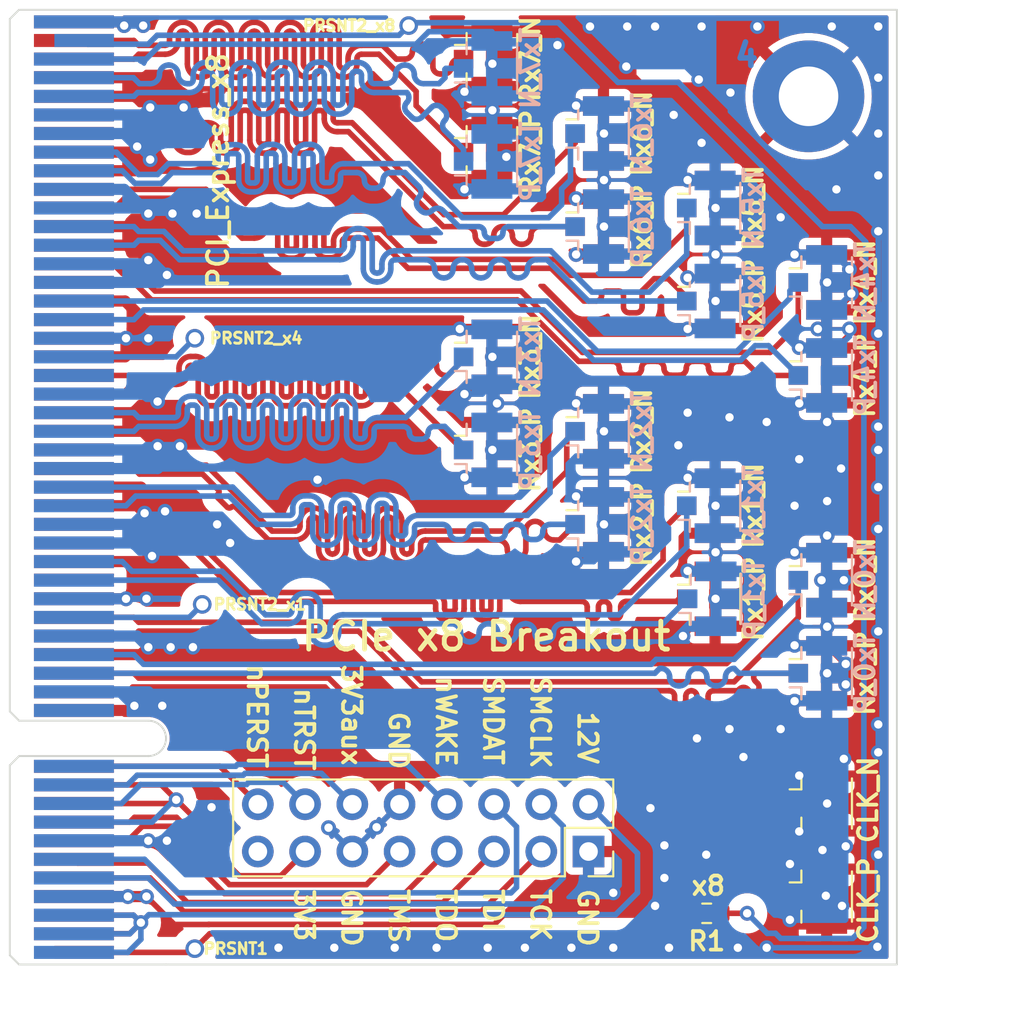
<source format=kicad_pcb>
(kicad_pcb (version 20221018) (generator pcbnew)
  (title_block (title "PCI-Express x8 Breakout") (company "mwrnd") (comment 1 "github.com/mwrnd/PCIe_x8_Breakout"))
  (layers (0 "F.Cu" signal) (1 "In1.Cu" power) (2 "In2.Cu" power) (31 "B.Cu" signal) (34 "B.Paste" user) (35 "F.Paste" user) (36 "B.SilkS" user "B.Silkscreen") (37 "F.SilkS" user "F.Silkscreen") (38 "B.Mask" user) (39 "F.Mask" user) (44 "Edge.Cuts" user))
  (net 0 "")
  (net 1 "GND")
  (net 2 "nPERST")
  (net 3 "Net-(J1-~{PRSNT1})")
  (net 4 "SMDAT")
  (net 5 "SMCLK")
  (net 6 "nWAKE")
  (net 7 "nTRST_B9")
  (net 8 "TDO_A7")
  (net 9 "TCK_A5")
  (net 10 "TMS_A8")
  (net 11 "TDI_A6")
  (net 12 "Net-(J1-~{PRSNT2}-PadB31)")
  (net 13 "Net-(J1-~{PRSNT2}-PadB17)")
  (net 14 "+12V")
  (net 17 "+3.3V")
  (net 19 "+3.3VA")
  (net 21 "Tx0_N")
  (net 22 "Tx0_P")
  (net 23 "Tx2_P")
  (net 24 "Tx2_N")
  (net 25 "Tx5_P")
  (net 26 "Tx5_N")
  (net 27 "Tx7_P")
  (net 28 "Tx7_N")
  (net 29 "Rx0_P")
  (net 30 "Rx0_N")
  (net 31 "Rx2_P")
  (net 32 "Rx2_N")
  (net 33 "Rx5_P")
  (net 34 "Rx5_N")
  (net 35 "Tx1_P")
  (net 36 "Tx1_N")
  (net 37 "Tx3_P")
  (net 38 "Tx3_N")
  (net 39 "Tx4_P")
  (net 40 "Tx4_N")
  (net 41 "Tx6_P")
  (net 42 "Tx6_N")
  (net 43 "Rx1_P")
  (net 44 "Rx1_N")
  (net 45 "Rx3_P")
  (net 46 "Rx3_N")
  (net 47 "Rx4_P")
  (net 48 "Rx4_N")
  (net 49 "Rx6_P")
  (net 50 "Rx6_N")
  (net 51 "Rx7_P")
  (net 52 "Rx7_N")
  (net 53 "REFCLK_P")
  (net 54 "REFCLK_N")
  (footprint "U.FL_w_Label:U.FL_Hirose_w_Label" (layer "F.Cu") (at 123 105)
    (fp_text reference "J36")
    (fp_text value "CLK_N")
  )
  (footprint "U.FL_w_Label:U.FL_Hirose_w_Label" (layer "F.Cu") (at 123 110)
    (fp_text reference "J35")
    (fp_text value "CLK_P")
  )
  (footprint "U.FL_w_Label:U.FL_Hirose_w_Label" (layer "F.Cu") (at 123 93)
    (fp_text reference "J4")
    (fp_text value "Rx0_N")
  )
  (footprint "U.FL_w_Label:U.FL_Hirose_w_Label" (layer "F.Cu") (at 111 85)
    (fp_text reference "J8")
    (fp_text value "Rx2_N")
  )
  (footprint "Connector_PinSocket_2.54mm:PinSocket_1x01_P2.54mm_Vertical" (layer "F.Cu") (at 122.5 67)
    (fp_text reference "TP1" hide)
    (fp_text value "GND")
  )
  (footprint "U.FL_w_Label:U.FL_Hirose_w_Label" (layer "F.Cu") (at 111 74)
    (fp_text reference "J15")
    (fp_text value "Rx6_P")
  )
  (footprint "U.FL_w_Label:U.FL_Hirose_w_Label" (layer "F.Cu") (at 105 65)
    (fp_text reference "J18")
    (fp_text value "Rx7_N")
  )
  (footprint "U.FL_w_Label:U.FL_Hirose_w_Label" (layer "F.Cu") (at 105 81)
    (fp_text reference "J10")
    (fp_text value "Rx3_N")
  )
  (footprint "U.FL_w_Label:U.FL_Hirose_w_Label" (layer "F.Cu") (at 105 70)
    (fp_text reference "J17")
    (fp_text value "Rx7_P")
  )
  (footprint "U.FL_w_Label:U.FL_Hirose_w_Label" (layer "F.Cu") (at 123 82)
    (fp_text reference "J11")
    (fp_text value "Rx4_P")
  )
  (footprint "U.FL_w_Label:U.FL_Hirose_w_Label" (layer "F.Cu") (at 117 73)
    (fp_text reference "J14")
    (fp_text value "Rx5_N")
  )
  (footprint "Connector_PinHeader_1.00mm:PinHeader_1x01_P1.00mm_Vertical" (layer "F.Cu") (at 101 63.2 180)
    (fp_text reference "TP9" hide)
    (fp_text value "PRSNT2_x8")
  )
  (footprint "U.FL_w_Label:U.FL_Hirose_w_Label" (layer "F.Cu") (at 117 78)
    (fp_text reference "J13")
    (fp_text value "Rx5_P")
  )
  (footprint "U.FL_w_Label:U.FL_Hirose_w_Label" (layer "F.Cu") (at 105 86)
    (fp_text reference "J9")
    (fp_text value "Rx3_P")
  )
  (footprint "Connector_PinHeader_1.00mm:PinHeader_1x01_P1.00mm_Vertical" (layer "F.Cu") (at 89.5 112.8)
    (fp_text reference "TP6" hide)
    (fp_text value "PRSNT1")
  )
  (footprint "U.FL_w_Label:U.FL_Hirose_w_Label" (layer "F.Cu") (at 117 94)
    (fp_text reference "J2")
    (fp_text value "Rx1_P")
  )
  (footprint "Connector_PinHeader_1.00mm:PinHeader_1x01_P1.00mm_Vertical" (layer "F.Cu") (at 89.9 94.3)
    (fp_text reference "TP7" hide)
    (fp_text value "PRSNT2_x1")
  )
  (footprint "U.FL_w_Label:U.FL_Hirose_w_Label" (layer "F.Cu") (at 111 90)
    (fp_text reference "J6")
    (fp_text value "Rx2_P")
  )
  (footprint "U.FL_w_Label:U.FL_Hirose_w_Label" (layer "F.Cu") (at 123 77)
    (fp_text reference "J12")
    (fp_text value "Rx4_N")
  )
  (footprint "Connector_PinSocket_2.54mm:PinSocket_2x08_P2.54mm_Vertical" (layer "F.Cu") (at 110.67 107.58 -90)
    (fp_text reference "J7" hide)
    (fp_text value "Conn_02x08_Odd_Even")
  )
  (footprint "U.FL_w_Label:U.FL_Hirose_w_Label" (layer "F.Cu") (at 111 69)
    (fp_text reference "J16")
    (fp_text value "Rx6_N")
  )
  (footprint "U.FL_w_Label:U.FL_Hirose_w_Label" (layer "F.Cu") (at 123 98)
    (fp_text reference "J3")
    (fp_text value "Rx0_P")
  )
  (footprint "Resistor_SMD:R_0603_1608Metric" (layer "F.Cu") (at 117.025 110.9 180)
    (fp_text reference "R1")
    (fp_text value "DNP" hide)
  )
  (footprint "U.FL_w_Label:U.FL_Hirose_w_Label" (layer "F.Cu") (at 117 89)
    (fp_text reference "J5")
    (fp_text value "Rx1_N")
  )
  (footprint "Connector_PinHeader_1.00mm:PinHeader_1x01_P1.00mm_Vertical" (layer "F.Cu") (at 89.5 80)
    (fp_text reference "TP8" hide)
    (fp_text value "PRSNT2_x4")
  )
  (footprint "U.FL_w_Label:U.FL_Hirose_w_Label" (layer "B.Cu") (at 123 77)
    (fp_text reference "J28")
    (fp_text value "Tx4_N")
  )
  (footprint "U.FL_w_Label:U.FL_Hirose_w_Label" (layer "B.Cu") (at 105 70.5)
    (fp_text reference "J33")
    (fp_text value "Tx7_P")
  )
  (footprint "U.FL_w_Label:U.FL_Hirose_w_Label" (layer "B.Cu") (at 111 69)
    (fp_text reference "J32")
    (fp_text value "Tx6_N")
  )
  (footprint "U.FL_w_Label:U.FL_Hirose_w_Label" (layer "B.Cu") (at 123 93)
    (fp_text reference "J20")
    (fp_text value "Tx0_N")
  )
  (footprint "U.FL_w_Label:U.FL_Hirose_w_Label" (layer "B.Cu") (at 105 86)
    (fp_text reference "J25")
    (fp_text value "Tx3_P")
  )
  (footprint "U.FL_w_Label:U.FL_Hirose_w_Label" (layer "B.Cu") (at 111 85)
    (fp_text reference "J24")
    (fp_text value "Tx2_N")
  )
  (footprint "Connector_PCBEdge:BUS_PCIexpress_x8" (layer "B.Cu") (at 83 113 90)
    (fp_text reference "J1" hide)
    (fp_text value "PCI_Express_x8")
    (fp_line (start -0.65 -2.95) (end -0.15 -3.45) (stroke (width 0.1)) (layer "Edge.Cuts"))
    (fp_line (start -0.65 4.95) (end -0.65 -2.95) (stroke (width 0.1)) (layer "Edge.Cuts"))
    (fp_line (start -0.15 -3.45) (end 10.05 -3.45) (stroke (width 0.1)) (layer "Edge.Cuts"))
    (fp_line (start 10.55 -2.95) (end 10.05 -3.45) (stroke (width 0.1)) (layer "Edge.Cuts"))
    (fp_line (start 10.55 4) (end 10.55 -2.95) (stroke (width 0.1)) (layer "Edge.Cuts"))
    (fp_line (start 12.45 -2.95) (end 12.95 -3.45) (stroke (width 0.1)) (layer "Edge.Cuts"))
    (fp_line (start 12.45 4) (end 12.45 -2.95) (stroke (width 0.1)) (layer "Edge.Cuts"))
    (fp_line (start 12.95 -3.45) (end 50.15 -3.45) (stroke (width 0.1)) (layer "Edge.Cuts"))
    (fp_line (start 50.65 -2.95) (end 50.15 -3.45) (stroke (width 0.1)) (layer "Edge.Cuts"))
    (fp_line (start 50.65 4.95) (end 50.65 -2.95) (stroke (width 0.1)) (layer "Edge.Cuts"))
    (fp_arc (start 12.45 4) (mid 11.5 4.95) (end 10.55 4) (stroke (width 0.1)) (layer "Edge.Cuts"))
  )
  (footprint "U.FL_w_Label:U.FL_Hirose_w_Label" (layer "B.Cu") (at 105 81)
    (fp_text reference "J26")
    (fp_text value "Tx3_N")
  )
  (footprint "U.FL_w_Label:U.FL_Hirose_w_Label" (layer "B.Cu") (at 117 78)
    (fp_text reference "J29")
    (fp_text value "Tx5_P")
  )
  (footprint "U.FL_w_Label:U.FL_Hirose_w_Label" (layer "B.Cu") (at 123 82)
    (fp_text reference "J27")
    (fp_text value "Tx4_P")
  )
  (footprint "U.FL_w_Label:U.FL_Hirose_w_Label" (layer "B.Cu") (at 123 98)
    (fp_text reference "J19")
    (fp_text value "Tx0_P")
  )
  (footprint "U.FL_w_Label:U.FL_Hirose_w_Label" (layer "B.Cu") (at 117.05 94)
    (fp_text reference "J21")
    (fp_text value "Tx1_P")
  )
  (footprint "U.FL_w_Label:U.FL_Hirose_w_Label" (layer "B.Cu") (at 111 74)
    (fp_text reference "J31")
    (fp_text value "Tx6_P")
  )
  (footprint "U.FL_w_Label:U.FL_Hirose_w_Label" (layer "B.Cu") (at 117 73)
    (fp_text reference "J30")
    (fp_text value "Tx5_N")
  )
  (footprint "U.FL_w_Label:U.FL_Hirose_w_Label" (layer "B.Cu") (at 117 89)
    (fp_text reference "J22")
    (fp_text value "Tx1_N")
  )
  (footprint "U.FL_w_Label:U.FL_Hirose_w_Label" (layer "B.Cu") (at 111 90)
    (fp_text reference "J23")
    (fp_text value "Tx2_P")
  )
  (footprint "U.FL_w_Label:U.FL_Hirose_w_Label" (layer "B.Cu") (at 105 65.5)
    (fp_text reference "J34")
    (fp_text value "Tx7_N")
  )
  (gr_line (start 87.95 62.35) (end 127.25 62.35) (stroke (width 0.1)) (layer "Edge.Cuts"))
  (gr_line (start 127.25 62.35) (end 127.25 113.65) (stroke (width 0.1)) (layer "Edge.Cuts"))
  (gr_line (start 87.95 113.65) (end 127.25 113.65) (stroke (width 0.1)) (layer "Edge.Cuts"))
  (gr_text "1" (at 114.1 65.4) (layer "F.Cu") (effects (font (size 1.2 1.2) (thickness 0.3) bold) (justify left bottom)))
  (gr_text "4" (at 118.4 65.5) (layer "B.Cu") (effects (font (size 1.2 1.2) (thickness 0.3) bold) (justify left bottom)))
  (gr_text "PCIe x8 Breakout" (at 95.1 96.9) (layer "F.SilkS") (effects (font (size 1.5 1.5) (thickness 0.26) bold) (justify left bottom)))
  (gr_text "x8" (at 116.1 110) (layer "F.SilkS") (effects (font (size 1 1) (thickness 0.2) bold) (justify left bottom)))
  (segment (start 123.25 107.5) (end 123.25 108.3) (width 0.3) (layer "F.Cu") (net 1))
  (segment (start 85.75 78) (end 87 79.25) (width 0.6) (layer "F.Cu") (net 1))
  (segment (start 122 103.5) (end 120 103.5) (width 0.3) (layer "F.Cu") (net 1))
  (segment (start 124.7 76.3) (end 124.75 76.25) (width 0.3) (layer "F.Cu") (net 1))
  (segment (start 111.475 67.525) (end 110.025 67.525) (width 0.3) (layer "F.Cu") (net 1))
  (segment (start 98 66.6) (end 102.9 71.5) (width 0.3) (layer "F.Cu") (net 1))
  (segment (start 83 100) (end 86 100) (width 0.6) (layer "F.Cu") (net 1))
  (segment (start 124.75 79.75) (end 123.975 80.525) (width 0.3) (layer "F.Cu") (net 1))
  (segment (start 117.475 94.025) (end 117.5 94) (width 0.3) (layer "F.Cu") (net 1))
  (segment (start 105.475 82.475) (end 104.525 82.475) (width 0.3) (layer "F.Cu") (net 1))
  (segment (start 85.5 63) (end 85.7 63.2) (width 0.6) (layer "F.Cu") (net 1))
  (segment (start 123.5 83.5) (end 123.475 83.475) (width 0.3) (layer "F.Cu") (net 1))
  (segment (start 126.25 63.25) (end 123.75 63.25) (width 0.3) (layer "F.Cu") (net 1))
  (segment (start 124.75 76.25) (end 124.025 75.525) (width 0.3) (layer "F.Cu") (net 1))
  (segment (start 112.7 65.4) (end 112.7 65.5) (width 0.3) (layer "F.Cu") (net 1))
  (segment (start 123.475 111.475) (end 123.475 111.325) (width 0.3) (layer "F.Cu") (net 1))
  (segment (start 116.5 107.75) (end 117 107.75) (width 0.3) (layer "F.Cu") (net 1))
  (segment (start 100.5 100) (end 113.5 100) (width 0.3) (layer "F.Cu") (net 1))
  (segment (start 110.025 72.525) (end 110 72.5) (width 0.3) (layer "F.Cu") (net 1))
  (segment (start 83 63) (end 85.5 63) (width 0.6) (layer "F.Cu") (net 1))
  (segment (start 117.6 66.1) (end 116.6 66.1) (width 0.3) (layer "F.Cu") (net 1))
  (segment (start 121.775 108.525) (end 121.5 108.25) (width 0.3) (layer "F.Cu") (net 1))
  (segment (start 83 78) (end 85.75 78) (width 0.6) (layer "F.Cu") (net 1))
  (segment (start 122.5 72) (end 121 73.5) (width 0.3) (layer "F.Cu") (net 1))
  (segment (start 123.475 76.975) (end 123.5 77) (width 0.3) (layer "F.Cu") (net 1))
  (segment (start 97.4 103) (end 94.15 99.75) (width 0.3) (layer "F.Cu") (net 1))
  (segment (start 117.475 87.525) (end 116.025 87.525) (width 0.3) (layer "F.Cu") (net 1))
  (segment (start 122.025 83.475) (end 122 83.5) (width 0.3) (layer "F.Cu") (net 1))
  (segment (start 123.475 95.475) (end 123.5 95.5) (width 0.3) (layer "F.Cu") (net 1))
  (segment (start 111.475 91.475) (end 110.525 91.475) (width 0.3) (layer "F.Cu") (net 1))
  (segment (start 85.8 94) (end 86.9 94) (width 0.3) (layer "F.Cu") (net 1))
  (segment (start 121.925 111.475) (end 121.9 111.5) (width 0.3) (layer "F.Cu") (net 1))
  (segment (start 123.25 108.3) (end 123.475 108.525) (width 0.3) (layer "F.Cu") (net 1))
  (segment (start 118.9 100.4) (end 122 103.5) (width 0.3) (layer "F.Cu") (net 1))
  (segment (start 126.25 100.75) (end 126.25 95.75) (width 0.3) (layer "F.Cu") (net 1))
  (segment (start 105.475 66.475) (end 104.275 66.475) (width 0.3) (layer "F.Cu") (net 1))
  (segment (start 123.475 103.525) (end 124.4 102.6) (width 0.3) (layer "F.Cu") (net 1))
  (segment (start 110.67 109.93) (end 110.67 107.58) (width 0.3) (layer "F.Cu") (net 1))
  (segment (start 121.775 75.525) (end 121.75 75.5) (width 0.3) (layer "F.Cu") (net 1))
  (segment (start 126.25 90.25) (end 126.25 88) (width 0.3) (layer "F.Cu") (net 1))
  (segment (start 125 111.5) (end 126.2 112.7) (width 0.3) (layer "F.Cu") (net 1))
  (segment (start 123.5 91.5) (end 123.475 91.525) (width 0.3) (layer "F.Cu") (net 1))
  (segment (start 123.475 111.325) (end 124.3 110.5) (width 0.3) (layer "F.Cu") (net 1))
  (segment (start 89.9 66.6) (end 88.9 67.6) (width 0.3) (layer "F.Cu") (net 1))
  (segment (start 104.525 71.475) (end 104 72) (width 0.3) (layer "F.Cu") (net 1))
  (segment (start 100.51 105.04) (end 100.51 103.71) (width 0.3) (layer "F.Cu") (net 1))
  (segment (start 110.67 107.58) (end 114.42 107.58) (width 0.3) (layer "F.Cu") (net 1))
  (segment (start 111.475 74.025) (end 111.475 75.475) (width 0.3) (layer "F.Cu") (net 1))
  (segment (start 108.275 63.525) (end 109 64.25) (width 0.3) (layer "F.Cu") (net 1))
  (segment (start 123.5 84.5) (end 123.5 83.5) (width 0.3) (layer "F.Cu") (net 1))
  (segment (start 117.475 89.025) (end 117.475 90.475) (width 0.3) (layer "F.Cu") (net 1))
  (segment (start 105.475 81.025) (end 105.5 81) (width 0.3) (layer "F.Cu") (net 1))
  (segment (start 96.1 87.6) (end 96.225 87.475) (width 0.3) (layer "F.Cu") (net 1))
  (segment (start 104.275 66.475) (end 104 66.75) (width 0.3) (layer "F.Cu") (net 1))
  (segment (start 86.7 85) (end 87.5 85.8) (width 0.6) (layer "F.Cu") (net 1))
  (segment (start 117.475 72.975) (end 117.5 73) (width 0.3) (layer "F.Cu") (net 1))
  (segment (start 111.475 90.025) (end 111.5 90) (width 0.3) (layer "F.Cu") (net 1))
  (segment (start 123.475 111.475) (end 121.925 111.475) (width 0.3) (layer "F.Cu") (net 1))
  (segment (start 102.9 71.5) (end 102.925 71.475) (width 0.3) (layer "F.Cu") (net 1))
  (segment (start 105.475 68.525) (end 105.475 67.775) (width 0.3) (layer "F.Cu") (net 1))
  (segment (start 83 66) (end 87.3 66) (width 0.6) (layer "F.Cu") (net 1))
  (segment (start 114.42 107.58) (end 114.75 107.25) (width 0.3) (layer "F.Cu") (net 1))
  (segment (start 123.475 106.475) (end 123.675 106.475) (width 0.3) (layer "F.Cu") (net 1))
  (segment (start 117.475 92.525) (end 115.775 92.525) (width 0.3) (layer "F.Cu") (net 1))
  (segment (start 89.4 96.6) (end 97.1 96.6) (width 0.3) (layer "F.Cu") (net 1))
  (segment (start 86.9 84) (end 87.5 83.4) (width 0.6) (layer "F.Cu") (net 1))
  (segment (start 117.475 74.475) (end 117.475 75.475) (width 0.3) (layer "F.Cu") (net 1))
  (segment (start 124.025 75.525) (end 123.475 75.525) (width 0.3) (layer "F.Cu") (net 1))
  (segment (start 126.25 74.25) (end 126.25 71.25) (width 0.3) (layer "F.Cu") (net 1))
  (segment (start 123.475 99.475) (end 121.775 99.475) (width 0.3) (layer "F.Cu") (net 1))
  (segment (start 105.475 83.775) (end 105.75 83.5) (width 0.3) (layer "F.Cu") (net 1))
  (segment (start 122.025 106.475) (end 122 106.5) (width 0.3) (layer "F.Cu") (net 1))
  (segment (start 83 67) (end 86.5 67) (width 0.6) (layer "F.Cu") (net 1))
  (segment (start 117.475 79.475) (end 117.475 78.025) (width 0.3) (layer "F.Cu") (net 1))
  (segment (start 120.25 84.5) (end 118.5 84.5) (width 0.3) (layer "F.Cu") (net 1))
  (segment (start 105.475 68.525) (end 105.475 69.475) (width 0.3) (layer "F.Cu") (net 1))
  (segment (start 105.475 63.525) (end 105.475 65.225) (width 0.3) (layer "F.Cu") (net 1))
  (segment (start 118.3 66.8) (end 117.6 66.1) (width 0.3) (layer "F.Cu") (net 1))
  (segment (start 111.475 88.525) (end 110.025 88.525) (width 0.3) (layer "F.Cu") (net 1))
  (segment (start 111.475 91.475) (end 111.475 90.025) (width 0.3) (layer "F.Cu") (net 1))
  (segment (start 87.3 66) (end 88.9 67.6) (width 0.6) (layer "F.Cu") (net 1))
  (segment (start 100.51 105.04) (end 99.275 106.275) (width 0.3) (layer "F.Cu") (net 1))
  (segment (start 114.75 110) (end 114.25 110.5) (width 0.3) (layer "F.Cu") (net 1))
  (segment (start 121 100.25) (end 121.75 99.5) (width 0.3) (layer "F.Cu") (net 1))
  (segment (start 123.475 75.525) (end 123.475 76.975) (width 0.3) (layer "F.Cu") (net 1))
  (segment (start 117.5 87.55) (end 117.475 87.525) (width 0.3) (layer "F.Cu") (net 1))
  (segment (start 113.5 100) (end 113.9 100.4) (width 0.3) (layer "F.Cu") (net 1))
  (segment (start 123.475 111.475) (end 123.475 110.000791) (width 0.3) (layer "F.Cu") (net 1))
  (segment (start 105.475 67.775) (end 105.5 67.75) (width 0.3) (layer "F.Cu") (net 1))
  (segment (start 123.475 75.525) (end 121.775 75.525) (width 0.3) (layer "F.Cu") (net 1))
  (segment (start 123.475 79.025) (end 123 79.5) (width 0.3) (layer "F.Cu") (net 1))
  (segment (start 105.475 85.975) (end 105.5 86) (width 0.3) (layer "F.Cu") (net 1))
  (segment (start 115 112.75) (end 112 112.75) (width 0.3) (layer "F.Cu") (net 1))
  (segment (start 83 97) (end 86.6 97) (width 0.6) (layer "F.Cu") (net 1))
  (segment (start 90.25 111.5) (end 90.255 111.495) (width 0.3) (layer "F.Cu") (net 1))
  (segment (start 124.7 79.7) (end 124.75 79.75) (width 0.3) (layer "F.Cu") (net 1))
  (segment (start 87 96.6) (end 88.2 96.6) (width 0.3) (layer "F.Cu") (net 1))
  (segment (start 86.3 74) (end 87 73.3) (width 0.6) (layer "F.Cu") (net 1))
  (segment (start 85.8 80.95) (end 85.8 80) (width 0.6) (layer "F.Cu") (net 1))
  (segment (start 123.5 90.6) (end 123.5 91.5) (width 0.3) (layer "F.Cu") (net 1))
  (segment (start 123.475 103.525) (end 123.475 104.975) (width 0.3) (layer "F.Cu") (net 1))
  (segment (start 90.255 111.495) (end 105.605 111.495) (width 0.3) (layer "F.Cu") (net 1))
  (segment (start 124.5 97.5) (end 124.45 97.5) (width 0.3) (layer "F.Cu") (net 1))
  (segment (start 110.95 63.25) (end 111.4 62.8) (width 0.3) (layer "F.Cu") (net 1))
  (segment (start 112.7 65.5) (end 115.2 68) (width 0.3) (layer "F.Cu") (net 1))
  (segment (start 111.475 72.525) (end 110.025 72.525) (width 0.3) (layer "F.Cu") (net 1))
  (segment (start 111.4 62.8) (end 119.3 62.8) (width 0.3) (layer "F.Cu") (net 1))
  (segment (start 116.275 95.475) (end 115.75 96) (width 0.3) (layer "F.Cu") (net 1))
  (segment (start 90.7 90) (end 90.7 90.3) (width 0.3) (layer "F.Cu") (net 1))
  (segment (start 100.51 103.71) (end 99.8 103) (width 0.3) (layer "F.Cu") (net 1))
  (segment (start 116.025 87.525) (end 116 87.5) (width 0.3) (layer "F.Cu") (net 1))
  (segment (start 118.5 84.5) (end 118.25 84.25) (width 0.3) (layer "F.Cu") (net 1))
  (segment (start 86.5 67) (end 87.1 67.6) (width 0.6) (layer "F.Cu") (net 1))
  (segment (start 86 100) (end 86.25 99.75) (width 0.6) (layer "F.Cu") (net 1))
  (segment (start 110.525 91.475) (end 110 92) (width 0.3) (layer "F.Cu") (net 1))
  (segment (start 117.475 78.025) (end 117.5 78) (width 0.3) (layer "F.Cu") (net 1))
  (segment (start 124.025 78.475) (end 123.475 78.475) (width 0.3) (layer "F.Cu") (net 1))
  (segment (start 123.475 96.525) (end 121.775 96.525) (width 0.3) (layer "F.Cu") (net 1))
  (segment (start 109.7 110.9) (end 110.67 109.93) (width 0.3) (layer "F.Cu") (net 1))
  (segment (start 85.75 81) (end 85.8 80.95) (width 0.6) (layer "F.Cu") (net 1))
  (segment (start 105.25 112.75) (end 102.5 112.75) (width 0.3) (layer "F.Cu") (net 1))
  (segment (start 123.475 98.025) (end 123.5 98) (width 0.3) (layer "F.Cu") (net 1))
  (segment (start 105.475 69.475) (end 106.25 70.25) (width 0.3) (layer "F.Cu") (net 1))
  (segment (start 126.25 84.75) (end 126.25 79.75) (width 0.3) (layer "F.Cu") (net 1))
  (segment (start 83 70) (end 86.1 70) (width 0.6) (layer "F.Cu") (net 1))
  (segment (start 86.1 70) (end 86.4 69.7) (width 0.6) (layer "F.Cu") (net 1))
  (segment (start 110.75 63.25) (end 110.95 63.25) (width 0.3) (layer "F.Cu") (net 1))
  (segment (start 121.775 96.525) (end 121.75 96.5) (width 0.3) (layer "F.Cu") (net 1))
  (segment (start 105.475 84.525) (end 105.475 85.975) (width 0.3) (layer "F.Cu") (net 1))
  (segment (start 123.475 106.475) (end 122.025 106.475) (width 0.3) (layer "F.Cu") (net 1))
  (segment (start 111.475 67.525) (end 111.475 68.975) (width 0.3) (layer "F.Cu") (net 1))
  (segment (start 119.3 62.8) (end 119.75 63.25) (width 0.3) (layer "F.Cu") (net 1))
  (segment (start 117.5 89) (end 117.475 89.025) (width 0.3) (layer "F.Cu") (net 1))
  (segment (start 105.475 71.475) (end 104.525 71.475) (width 0.3) (layer "F.Cu") (net 1))
  (segment (start 86.9 92) (end 87.2 91.7) (width 0.6) (layer "F.Cu") (net 1))
  (segment (start 124.8 77.6) (end 124.8 77.7) (width 0.3) (layer "F.Cu") (net 1))
  (segment (start 123.75 86.5) (end 124.25 87) (width 0.3) (layer "F.Cu") (net 1))
  (segment (start 105.605 111.495) (end 106.2 110.9) (width 0.3) (layer "F.Cu") (net 1))
  (segment (start 117.475 92.525) (end 117.475 91.525) (width 0.3) (layer "F.Cu") (net 1))
  (segment (start 111.475 71.475) (end 111.5 71.5) (width 0.3) (layer "F.Cu") (net 1))
  (segment (start 119.75 63.25) (end 116.75 63.25) (width 0.3) (layer "F.Cu") (net 1))
  (segment (start 121.9 111.5) (end 125 111.5) (width 0.3) (layer "F.Cu") (net 1))
  (segment (start 117.475 95.475) (end 116.275 95.475) (width 0.3) (layer "F.Cu") (net 1))
  (segment (start 83 94) (end 85.8 94) (width 0.6) (layer "F.Cu") (net 1))
  (segment (start 126.25 69) (end 126.25 66) (width 0.3) (layer "F.Cu") (net 1))
  (segment (start 111.475 68.975) (end 111.5 69) (width 0.3) (layer "F.Cu") (net 1))
  (segment (start 117.75 101.5) (end 118.25 101) (width 0.3) (layer "F.Cu") (net 1))
  (segment (start 105.475 63.525) (end 108.275 63.525) (width 0.3) (layer "F.Cu") (net 1))
  (segment (start 126.25 107.75) (end 126.25 102.25) (width 0.3) (layer "F.Cu") (net 1))
  (segment (start 105.475 84.525) (end 105.475 83.775) (width 0.3) (layer "F.Cu") (net 1))
  (segment (start 111.6 109.8) (end 112 109.8) (width 0.3) (layer "F.Cu") (net 1))
  (segment (start 111.475 85.025) (end 111.5 85) (width 0.3) (layer "F.Cu") (net 1))
  (segment (start 123.475 80.525) (end 121.775 80.525) (width 0.3) (layer "F.Cu") (net 1))
  (segment (start 87 107) (end 88 107) (width 0.3) (layer "F.Cu") (net 1))
  (segment (start 110.67 107.58) (end 110.67 108.87) (width 0.3) (layer "F.Cu") (net 1))
  (segment (start 86.6 97) (end 87 96.6) (width 0.6) (layer "F.Cu") (net 1))
  (segment (start 110.025 67.525) (end 110 67.5) (width 0.3) (layer "F.Cu") (net 1))
  (segment (start 90.7 90.3) (end 91.4 91) (width 0.3) (layer "F.Cu") (net 1))
  (segment (start 96.225 87.475) (end 104 87.475) (width 0.3) (layer "F.Cu") (net 1))
  (segment (start 123.675 106.475) (end 124.5 107.3) (width 0.3) (layer "F.Cu") (net 1))
  (segment (start 86.5 71) (end 87.1 70.4) (width 0.6) (layer "F.Cu") (net 1))
  (segment (start 117.5 89) (end 117.5 87.55) (width 0.3) (layer "F.Cu") (net 1))
  (segment (start 110.475 63.525) (end 105.475 63.525) (width 0.3) (layer "F.Cu") (net 1))
  (segment (start 89.9 66.6) (end 98 66.6) (width 0.3) (layer "F.Cu") (net 1))
  (segment (start 86.4 89) (end 86.8 89.4) (width 0.6) (layer "F.Cu") (net 1))
  (segment (start 115.2 68) (end 115.25 68) (width 0.3) (layer "F.Cu") (net 1))
  (segment (start 110.025 75.475) (end 110 75.5) (width 0.3) (layer "F.Cu") (net 1))
  (segment (start 111.475 75.475) (end 110.025 75.475) (width 0.3) (layer "F.Cu") (net 1))
  (segment (start 103.775 79.525) (end 103.75 79.5) (width 0.3) (layer "F.Cu") (net 1))
  (segment (start 117.475 79.475) (end 116.025 79.475) (width 0.3) (layer "F.Cu") (net 1))
  (segment (start 123.475 91.525) (end 121.775 91.525) (width 0.3) (layer "F.Cu") (net 1))
  (segment (start 116.025 79.475) (end 116 79.5) (width 0.3) (layer "F.Cu") (net 1))
  (segment (start 114 105.25) (end 116.5 107.75) (width 0.3) (layer "F.Cu") (net 1))
  (segment (start 123.475 83.475) (end 122.025 83.475) (width 0.3) (layer "F.Cu") (net 1))
  (segment (start 116.5 101.5) (end 117.75 101.5) (width 0.3) (layer "F.Cu") (net 1))
  (segment (start 83 92) (end 86.9 92) (width 0.6) (layer "F.Cu") (net 1))
  (segment (start 110.67 108.87) (end 111.6 109.8) (width 0.3) (layer "F.Cu") (net 1))
  (segment (start 102.925 71.475) (end 105.475 71.475) (width 0.3) (layer "F.Cu") (net 1))
  (segment (start 124.45 97.5) (end 123.475 96.525) (width 0.3) (layer "F.Cu") (net 1))
  (segment (start 123.475 99.475) (end 123.475 98.025) (width 0.3) (layer "F.Cu") (net 1))
  (segment (start 111.475 83.525) (end 110.025 83.525) (width 0.3) (layer "F.Cu") (net 1))
  (segment (start 117.5 91.5) (end 117.5 90.5) (width 0.3) (layer "F.Cu") (net 1))
  (segment (start 123.475 110.000791) (end 123.431224 109.957015) (width 0.3) (layer "F.Cu") (net 1))
  (segment (start 111.5 74) (end 111.475 74.025) (width 0.3) (layer "F.Cu") (net 1))
  (segment (start 117.5 90.5) (end 117.475 90.475) (width 0.3) (layer "F.Cu") (net 1))
  (segment (start 121.775 99.475) (end 121.75 99.5) (width 0.3) (layer "F.Cu") (net 1))
  (segment (start 105.475 82.475) (end 105.475 81.025) (width 0.3) (layer "F.Cu") (net 1))
  (segment (start 124.7 79.5) (end 124.7 79.7) (width 0.3) (layer "F.Cu") (net 1))
  (segment (start 116.025 71.525) (end 116 71.5) (width 0.3) (layer "F.Cu") (net 1))
  (segment (start 83 85) (end 86.7 85) (width 0.6) (layer "F.Cu") (net 1))
  (segment (start 123.2 93) (end 123.475 93.275) (width 0.3) (layer "F.Cu") (net 1))
  (segment (start 86.9 110) (end 88.4 111.5) (width 0.3) (layer "F.Cu") (net 1))
  (segment (start 100.25 112.75) (end 97 112.75) (width 0.3) (layer "F.Cu") (net 1))
  (segment (start 85.9 110) (end 86.9 110) (width 0.6) (layer "F.Cu") (net 1))
  (segment (start 121 101) (end 121 100.25) (width 0.3) (layer "F.Cu") (net 1))
  (segment (start 86.2 75) (end 87 75.8) (width 0.6) (layer "F.Cu") (net 1))
  (segment (start 123.975 80.525) (end 123.475 80.525) (width 0.3) (layer "F.Cu") (net 1))
  (segment (start 116 84) (end 116 85.25) (width 0.3) (layer "F.Cu") (net 1))
  (segment (start 123.475 103.525) (end 122.025 103.525) (width 0.3) (layer "F.Cu") (net 1))
  (segment (start 120.25 112.75) (end 118.7 112.75) (width 0.3) (layer "F.Cu") (net 1))
  (segment (start 111.475 86.475) (end 111.475 85.025) (width 0.3) (layer "F.Cu") (net 1))
  (segment (start 117.475 75.475) (end 117.5 75.5) (width 0.3) (layer "F.Cu") (net 1))
  (segment (start 109.75 112.75) (end 107.25 112.75) (width 0.3) (layer "F.Cu") (net 1))
  (segment (start 94 112.75) (end 97 112.75) (width 0.3) (layer "F.Cu") (net 1))
  (segment (start 83 74) (end 86.3 74) (width 0.6) (layer "F.Cu") (net 1))
  (segment (start 110.75 63.25) (end 110.475 63.525) (width 0.3) (layer "F.Cu") (net 1))
  (segment (start 121.775 91.525) (end 121.75 91.5) (width 0.3) (layer "F.Cu") (net 1))
  (segment (start 110.025 83.525) (end 110 83.5) (width 0.3) (layer "F.Cu") (net 1))
  (segment (start 105.475 87.475) (end 104 87.475) (width 0.3) (layer "F.Cu") (net 1))
  (segment (start 88.2 96.6) (end 89.4 96.6) (width 0.3) (layer "F.Cu") (net 1))
  (segment (start 123.475 78.475) (end 123.475 79.025) (width 0.3) (layer "F.Cu") (net 1))
  (segment (start 116 85.25) (end 115.5 85.75) (width 0.3) (layer "F.Cu") (net 1))
  (segment (start 117.475 95.475) (end 117.475 94.025) (width 0.3) (layer "F.Cu") (net 1))
  (segment (start 83 81) (end 85.75 81) (width 0.6) (layer "F.Cu") (net 1))
  (segment (start 110.025 88.525) (end 110 88.5) (width 0.3) (layer "F.Cu") (net 1))
  (segment (start 123.475 93.275) (end 123.475 94.475) (width 0.3) (layer "F.Cu") (net 1))
  (segment (start 105.475 65.225) (end 105.5 65.25) (width 0.3) (layer "F.Cu") (net 1))
  (segment (start 83 88) (end 86.6 88) (width 0.6) (layer "F.Cu") (net 1))
  (segment (start 123.475 94.475) (end 123.475 95.475) (width 0.3) (layer "F.Cu") (net 1))
  (segment (start 124.8 77.7) (end 124.025 78.475) (width 0.3) (layer "F.Cu") (net 1))
  (segment (start 122.025 103.525) (end 122 103.5) (width 0.3) (layer "F.Cu") (net 1))
  (segment (start 83 89) (end 86.4 89) (width 0.6) (layer "F.Cu") (net 1))
  (segment (start 105.475 79.525) (end 103.775 79.525) (width 0.3) (layer "F.Cu") (net 1))
  (segment (start 114.75 109) (end 114.75 110) (width 0.3) (layer "F.Cu") (net 1))
  (segment (start 123.475 104.975) (end 123.5 105) (width 0.3) (layer "F.Cu") (net 1))
  (segment (start 120 103.5) (end 119 102.5) (width 0.3) (layer "F.Cu") (net 1))
  (segment (start 99.8 103) (end 97.4 103) (width 0.3) (layer "F.Cu") (net 1))
  (segment (start 124 72) (end 122.5 72) (width 0.3) (layer "F.Cu") (net 1))
  (segment (start 88.4 111.5) (end 90.25 111.5) (width 0.3) (layer "F.Cu") (net 1))
  (segment (start 86.6 88) (end 87.9 89.3) (width 0.6) (layer "F.Cu") (net 1))
  (segment (start 94.15 99.75) (end 87.75 99.75) (width 0.3) (layer "F.Cu") (net 1))
  (segment (start 83 110) (end 85.9 110) (width 0.6) (layer "F.Cu") (net 1))
  (segment (start 123.475 108.525) (end 121.775 108.525) (width 0.3) (layer "F.Cu") (net 1))
  (segment (start 97.1 96.6) (end 100.5 100) (width 0.3) (layer "F.Cu") (net 1))
  (segment (start 117.475 71.525) (end 116.025 71.525) (width 0.3) (layer "F.Cu") (net 1))
  (segment (start 83 84) (end 86.9 84) (width 0.6) (layer "F.Cu") (net 1))
  (segment (start 117.475 71.525) (end 117.475 72.975) (width 0.3) (layer "F.Cu") (net 1))
  (segment (start 122 86.5) (end 123.75 86.5) (width 0.3) (layer "F.Cu") (net 1))
  (segment (start 111.475 70.475) (end 111.475 71.475) (width 0.3) (layer "F.Cu") (net 1))
  (segment (start 123.5 88.75) (end 122 88.75) (width 0.3) (layer "F.Cu") (net 1))
  (segment (start 117.475 91.525) (end 117.5 91.5) (width 0.3) (layer "F.Cu") (net 1))
  (segment (start 83 71) (end 86.5 71) (width 0.6) (layer "F.Cu") (net 1))
  (segment (start 104.525 82.475) (end 104 83) (width 0.3) (layer "F.Cu") (net 1))
  (segment (start 83 75) (end 86.2 75) (width 0.6) (layer "F.Cu") (net 1))
  (segment (start 113.9 100.4) (end 118.9 100.4) (width 0.3) (layer "F.Cu") (net 1))
  (segment (start 122 88.75) (end 121.75 89) (width 0.3) (layer "F.Cu") (net 1))
  (segment (start 106.2 110.9) (end 109.7 110.9) (width 0.3) (layer "F.Cu") (net 1))
  (segment (start 85.7 63.2) (end 86.724503 63.2) (width 0.3) (layer "F.Cu") (net 1))
  (segment (start 87 79.25) (end 87 80) (width 0.6) (layer "F.Cu") (net 1))
  (via (at 116 79.5) (size 0.8) (drill 0.45) (layers "F.Cu" "B.Cu") (net 1))
  (via (at 86.9 110) (size 0.8) (drill 0.45) (layers "F.Cu" "B.Cu") (net 1))
  (via (at 87 80) (size 0.8) (drill 0.45) (layers "F.Cu" "B.Cu") (net 1))
  (via (at 110 83.5) (size 0.8) (drill 0.45) (layers "F.Cu" "B.Cu") (net 1))
  (via (at 115 112.75) (size 0.8) (drill 0.45) (layers "F.Cu" "B.Cu") (net 1))
  (via (at 104 72) (size 0.8) (drill 0.45) (layers "F.Cu" "B.Cu") (net 1))
  (via (at 120.25 112.75) (size 0.8) (drill 0.45) (layers "F.Cu" "B.Cu") (net 1))
  (via (at 111.5 90) (size 0.8) (drill 0.45) (layers "F.Cu" "B.Cu") (net 1))
  (via (at 112 109.8) (size 0.8) (drill 0.45) (layers "F.Cu" "B.Cu") (net 1))
  (via (at 105.5 81) (size 0.8) (drill 0.45) (layers "F.Cu" "B.Cu") (net 1))
  (via (at 116.5 101.5) (size 0.8) (drill 0.45) (layers "F.Cu" "B.Cu") (net 1))
  (via (at 123.5 105) (size 0.8) (drill 0.45) (layers "F.Cu" "B.Cu") (net 1))
  (via (at 121.75 99.5) (size 0.8) (drill 0.45) (layers "F.Cu" "B.Cu") (net 1))
  (via (at 87.75 99.75) (size 0.8) (drill 0.45) (layers "F.Cu" "B.Cu") (net 1))
  (via (at 123.5 95.5) (size 0.8) (drill 0.45) (layers "F.Cu" "B.Cu") (net 1))
  (via (at 117.5 75.5) (size 0.8) (drill 0.45) (layers "F.Cu" "B.Cu") (net 1))
  (via (at 126.25 79.75) (size 0.8) (drill 0.45) (layers "F.Cu" "B.Cu") (net 1))
  (via (at 121.75 96.5) (size 0.8) (drill 0.45) (layers "F.Cu" "B.Cu") (net 1))
  (via (at 112 112.75) (size 0.8) (drill 0.45) (layers "F.Cu" "B.Cu") (net 1))
  (via (at 110 67.5) (size 0.8) (drill 0.45) (layers "F.Cu" "B.Cu") (net 1))
  (via (at 116 87.5) (size 0.8) (drill 0.45) (layers "F.Cu" "B.Cu") (net 1))
  (via (at 121.75 89) (size 0.8) (drill 0.45) (layers "F.Cu" "B.Cu") (net 1))
  (via (at 85.9 110) (size 0.8) (drill 0.45) (layers "F.Cu" "B.Cu") (net 1))
  (via (at 109.75 112.75) (size 0.8) (drill 0.45) (layers "F.Cu" "B.Cu") (net 1))
  (via (at 124.25 87) (size 0.8) (drill 0.45) (layers "F.Cu" "B.Cu") (net 1))
  (via (at 102.5 112.75) (size 0.8) (drill 0.45) (layers "F.Cu" "B.Cu") (net 1))
  (via (at 121.5 111.25) (size 0.8) (drill 0.45) (layers "F.Cu" "B.Cu") (net 1))
  (via (at 87 96.6) (size 0.8) (drill 0.45) (layers "F.Cu" "B.Cu") (net 1))
  (via (at 126.25 90.25) (size 0.8) (drill 0.45) (layers "F.Cu" "B.Cu") (net 1))
  (via (at 104 66.75) (size 0.8) (drill 0.45) (layers "F.Cu" "B.Cu") (net 1))
  (via (at 117.5 73) (size 0.8) (drill 0.45) (layers "F.Cu" "B.Cu") (net 1))
  (via (at 112.7 65.4) (size 0.8) (drill 0.45) (layers "F.Cu" "B.Cu") (net 1))
  (via (at 118.25 84.25) (size 0.8) (drill 0.45) (layers "F.Cu" "B.Cu") (net 1))
  (via (at 126.25 107.75) (size 0.8) (drill 0.45) (layers "F.Cu" "B.Cu") (net 1))
  (via (at 105.25 112.75) (size 0.8) (drill 0.45) (layers "F.Cu" "B.Cu") (net 1))
  (via (at 124 72) (size 0.8) (drill 0.45) (layers "F.Cu" "B.Cu") (net 1))
  (via (at 85.7 63.2) (size 0.8) (drill 0.45) (layers "F.Cu" "B.Cu") (net 1))
  (via (at 89.6 73.3) (size 0.8) (drill 0.45) (layers "F.Cu" "B.Cu") (net 1))
  (via (at 123.2 93) (size 0.8) (drill 0.45) (layers "F.Cu" "B.Cu") (net 1))
  (via (at 97 112.75) (size 0.8) (drill 0.45) (layers "F.Cu" "B.Cu") (net 1))
  (via (at 126.25 84.75) (size 0.8) (drill 0.45) (layers "F.Cu" "B.Cu") (net 1))
  (via (at 126.25 71.25) (size 0.8) (drill 0.45) (layers "F.Cu" "B.Cu") (net 1))
  (via (at 122 83.5) (size 0.8) (drill 0.45) (layers "F.Cu" "B.Cu") (net 1))
  (via (at 119 102.5) (size 0.8) (drill 0.45) (layers "F.Cu" "B.Cu") (net 1))
  (via (at 115.5 85.75) (size 0.8) (drill 0.45) (layers "F.Cu" "B.Cu") (net 1))
  (via (at 110 88.5) (size 0.8) (drill 0.45) (layers "F.Cu" "B.Cu") (net 1))
  (via (at 87.1 70.4) (size 0.8) (drill 0.45) (layers "F.Cu" "B.Cu") (net 1))
  (via (at 110 75.5) (size 0.8) (drill 0.45) (layers "F.Cu" "B.Cu") (net 1))
  (via (at 86.8 89.4) (size 0.8) (drill 0.45) (layers "F.Cu" "B.Cu") (net 1))
  (via (at 121.75 75.5) (size 0.8) (drill 0.45) (layers "F.Cu" "B.Cu") (net 1))
  (via (at 105.75 83.5) (size 0.8) (drill 0.45) (layers "F.Cu" "B.Cu") (net 1))
  (via (at 126.25 102.25) (size 0.8) (drill 0.45) (layers "F.Cu" "B.Cu") (net 1))
  (via (at 91.4 91) (size 0.8) (drill 0.45) (layers "F.Cu" "B.Cu") (net 1))
  (via (at 124.7 76.3) (size 0.8) (drill 0.45) (layers "F.Cu" "B.Cu") (net 1))
  (via (at 106.25 70.25) (size 0.8) (drill 0.45) (layers "F.Cu" "B.Cu") (net 1))
  (via (at 87.9 89.3) (size 0.8) (drill 0.45) (layers "F.Cu" "B.Cu") (net 1))
  (via (at 116 92.5) (size 0.8) (drill 0.45) (layers "F.Cu" "B.Cu") (net 1))
  (via (at 114.75 107.25) (size 0.8) (drill 0.45) (layers "F.Cu" "B.Cu") (net 1))
  (via (at 121.5 108.25) (size 0.8) (drill 0.45) (layers "F.Cu" "B.Cu") (net 1))
  (via (at 111.5 71.5) (size 0.8) (drill 0.45) (layers "F.Cu" "B.Cu") (net 1))
  (via (at 87 75.8) (size 0.8) (drill 0.45) (layers "F.Cu" "B.Cu") (net 1))
  (via (at 87.2 91.7) (size 0.8) (drill 0.45) (layers "F.Cu" "B.Cu") (net 1))
  (via (at 124.3 110.5) (size 0.8) (drill 0.45) (layers "F.Cu" "B.Cu") (net 1))
  (via (at 123.75 63.25) (size 0.8) (drill 0.45) (layers "F.Cu" "B.Cu") (net 1))
  (via (at 126.25 66) (size 0.8) (drill 0.45) (layers "F.Cu" "B.Cu") (net 1))
  (via (at 103.75 79.5) (size 0.8) (drill 0.45) (layers "F.Cu" "B.Cu") (net 1))
  (via (at 124.4 102.6) (size 0.8) (drill 0.45) (layers "F.Cu" "B.Cu") (net 1))
  (via (at 123.25 107.5) (size 0.8) (drill 0.45) (layers "F.Cu" "B.Cu") (net 1))
  (via (at 126.25 88) (size 0.8) (drill 0.45) (layers "F.Cu" "B.Cu") (net 1))
  (via (at 116 76.75) (size 0.8) (drill 0.45) (layers "F.Cu" "B.Cu") (net 1))
  (via (at 87.1 67.6) (size 0.8) (drill 0.45) (layers "F.Cu" "B.Cu") (net 1))
  (via (at 117 107.75) (size 0.8) (drill 0.45) (layers "F.Cu" "B.Cu") (net 1))
  (via (at 104 83) (size 0.8) (drill 0.45) (layers "F.Cu" "B.Cu") (net 1))
  (via (at 118.25 101) (size 0.8) (drill 0.45) (layers "F.Cu" "B.Cu") (net 1))
  (via (at 115.25 68) (size 0.8) (drill 0.45) (layers "F.Cu" "B.Cu") (net 1))
  (via (at 86.4 69.7) (size 0.8) (drill 0.45) (layers "F.Cu" "B.Cu") (net 1))
  (via (at 85.8 94) (size 0.8) (drill 0.45) (layers "F.Cu" "B.Cu") (net 1))
  (via (at 100.25 112.75) (size 0.8) (drill 0.45) (layers "F.Cu" "B.Cu") (net 1))
  (via (at 86.724503 63.2) (size 0.8) (drill 0.45) (layers "F.Cu" "B.Cu") (net 1))
  (via (at 116 84) (size 0.8) (drill 0.45) (layers "F.Cu" "B.Cu") (net 1))
  (via (at 126.25 74.25) (size 0.8) (drill 0.45) (layers "F.Cu" "B.Cu") (net 1))
  (via (at 116.75 63.25) (size 0.8) (drill 0.45) (layers "F.Cu" "B.Cu") (net 1))
  (via (at 90.7 90) (size 0.8) (drill 0.45) (layers "F.Cu" "B.Cu") (net 1))
  (via (at 87.5 83.4) (size 0.8) (drill 0.45) (layers "F.Cu" "B.Cu") (net 1))
  (via (at 99.275 106.275) (size 0.8) (drill 0.45) (layers "F.Cu" "B.Cu") (net 1))
  (via (at 94 112.75) (size 0.8) (drill 0.45) (layers "F.Cu" "B.Cu") (net 1))
  (via (at 123.5 90.6) (size 0.8) (drill 0.45) (layers "F.Cu" "B.Cu") (net 1))
  (via (at 88.2 96.6) (size 0.8) (drill 0.45) (layers "F.Cu" "B.Cu") (net 1))
  (via (at 124.8 77.6) (size 0.8) (drill 0.45) (layers "F.Cu" "B.Cu") (net 1))
  (via (at 124.5 107.3) (size 0.8) (drill 0.45) (layers "F.Cu" "B.Cu") (net 1))
  (via (at 88 76.6) (size 0.8) (drill 0.45) (layers "F.Cu" "B.Cu") (net 1))
  (via (at 88.9 67.6) (size 0.8) (drill 0.45) (layers "F.Cu" "B.Cu") (net 1))
  (via (at 120.25 84.5) (size 0.8) (drill 0.45) (layers "F.Cu" "B.Cu") (net 1))
  (via (at 96.69 106.3) (size 0.8) (drill 0.45) (layers "F.Cu" "B.Cu") (net 1))
  (via (at 114.25 63.25) (size 0.8) (drill 0.45) (layers "F.Cu" "B.Cu") (net 1))
  (via (at 126.2 112.7) (size 0.8) (drill 0.45) (layers "F.Cu" "B.Cu") (net 1))
  (via (at 112.75 63.25) (size 0.8) (drill 0.45) (layers "F.Cu" "B.Cu") (net 1))
  (via (at 124.7 79.5) (size 0.8) (drill 0.45) (layers "F.Cu" "B.Cu") (net 1))
  (via (at 117.5 94) (size 0.8) (drill 0.45) (layers "F.Cu" "B.Cu") (net 1))
  (via (at 109 64.25) (size 0.8) (drill 0.45) (layers "F.Cu" "B.Cu") (net 1))
  (via (at 126.25 86) (size 0.8) (drill 0.45) (layers "F.Cu" "B.Cu") (net 1))
  (via (at 121 73.5) (size 0.8) (drill 0.45) (layers "F.Cu" "B.Cu") (net 1))
  (via (at 124.4 93) (size 0.8) (drill 0.45) (layers "F.Cu" "B.Cu") (net 1))
  (via (at 88 107) (size 0.8) (drill 0.45) (layers "F.Cu" "B.Cu") (net 1))
  (via (at 110.75 63.25) (size 0.8) (drill 0.45) (layers "F.Cu" "B.Cu") (net 1))
  (via (at 87.5 85.8) (size 0.8) (drill 0.45) (layers "F.Cu" "B.Cu") (net 1))
  (via (at 126.25 100.75) (size 0.8) (drill 0.45) (layers "F.Cu" "B.Cu") (net 1))
  (via (at 116.75 69.5) (size 0.8) (drill 0.45) (layers "F.Cu" "B.Cu") (net 1))
  (via (at 88.3 73.3) (size 0.8) (drill 0.45) (layers "F.Cu" "B.Cu") (net 1))
  (via (at 123.5 84.5) (size 0.8) (drill 0.45) (layers "F.Cu" "B.Cu") (net 1))
  (via (at 86.9 94) (size 0.8) (drill 0.45) (layers "F.Cu" "B.Cu") (net 1))
  (via (at 116.6 66.1) (size 0.8) (drill 0.45) (layers "F.Cu" "B.Cu") (net 1))
  (via (at 123.5 88.75) (size 0.8) (drill 0.45) (layers "F.Cu" "B.Cu") (net 1))
  (via (at 122 103.5) (size 0.8) (drill 0.45) (layers "F.Cu" "B.Cu") (net 1))
  (via (at 90.4 105.2) (size 0.8) (drill 0.45) (layers "F.Cu" "B.Cu") (net 1))
  (via (at 118.3 66.8) (size 0.8) (drill 0.45) (layers "F.Cu" "B.Cu") (net 1))
  (via (at 123.5 77) (size 0.8) (drill 0.45) (layers "F.Cu" "B.Cu") (net 1))
  (via (at 124.5 98.6) (size 0.8) (drill 0.45) (layers "F.Cu" "B.Cu") (net 1))
  (via (at 89.4 96.6) (size 0.8) (drill 0.45) (layers "F.Cu" "B.Cu") (net 1))
  (via (at 122 86.5) (size 0.8) (drill 0.45) (layers "F.Cu" "B.Cu") (net 1))
  (via (at 104 87.475) (size 0.8) (drill 0.45) (layers "F.Cu" "B.Cu") (net 1))
  (via (at 110 72.5) (size 0.8) (drill 0.45) (layers "F.Cu" "B.Cu") (net 1))
  (via (at 117.5 78) (size 0.8) (drill 0.45) (layers "F.Cu" "B.Cu") (net 1))
  (via (at 105.5 67.75) (size 0.8) (drill 0.45) (layers "F.Cu" "B.Cu") (net 1))
  (via (at 126.25 63.25) (size 0.8) (drill 0.45) (layers "F.Cu" "B.Cu") (net 1))
  (via (at 122 106.5) (size 0.8) (drill 0.45) (layers "F.Cu" "B.Cu") (net 1))
  (via (at 126.25 69) (size 0.8) (drill 0.45) (layers "F.Cu" "B.Cu") (net 1))
  (via (at 121 101) (size 0.8) (drill 0.45) (layers "F.Cu" "B.Cu") (net 1))
  (via (at 87 107) (size 0.8) (drill 0.45) (layers "F.Cu" "B.Cu") (net 1))
  (via (at 121.75 91.5) (size 0.8) (drill 0.45) (layers "F.Cu" "B.Cu") (net 1))
  (via (at 114.25 110.5) (size 0.8) (drill 0.45) (layers "F.Cu" "B.Cu") (net 1))
  (via (at 111.5 69) (size 0.8) (drill 0.45) (layers "F.Cu" "B.Cu") (net 1))
  (via (at 114 105.25) (size 0.8) (drill 0.45) (layers "F.Cu" "B.Cu") (net 1))
  (via (at 124.5 97.5) (size 0.8) (drill 0.45) (layers "F.Cu" "B.Cu") (net 1))
  (via (at 123.5 98) (size 0.8) (drill 0.45) (layers "F.Cu" "B.Cu") (net 1))
  (via (at 116 71.5) (size 0.8) (drill 0.45) (layers "F.Cu" "B.Cu") (net 1))
  (via (at 114.75 109) (size 0.8) (drill 0.45) (layers "F.Cu" "B.Cu") (net 1))
  (via (at 111.5 74) (size 0.8) (drill 0.45) (layers "F.Cu" "B.Cu") (net 1))
  (via (at 123.431224 109.957015) (size 0.8) (drill 0.45) (layers "F.Cu" "B.Cu") (net 1))
  (via (at 111.5 85) (size 0.8) (drill 0.45) (layers "F.Cu" "B.Cu") (net 1))
  (via (at 88.7 85.8) (size 0.8) (drill 0.45) (layers "F.Cu" "B.Cu") (net 1))
  (via (at 110 92) (size 0.8) (drill 0.45) (layers "F.Cu" "B.Cu") (net 1))
  (via (at 107.25 112.75) (size 0.8) (drill 0.45) (layers "F.Cu" "B.Cu") (net 1))
  (via (at 96.1 87.6) (size 0.8) (drill 0.45) (layers "F.Cu" "B.Cu") (net 1))
  (via (at 105.5 65.25) (size 0.8) (drill 0.45) (layers "F.Cu" "B.Cu") (net 1))
  (via (at 122 80.5) (size 0.8) (drill 0.45) (layers "F.Cu" "B.Cu") (net 1))
  (via (at 126.25 95.75) (size 0.8) (drill 0.45) (layers "F.Cu" "B.Cu") (net 1))
  (via (at 117.5 89) (size 0.8) (drill 0.45) (layers "F.Cu" "B.Cu") (net 1))
  (via (at 86.25 99.75) (size 0.8) (drill 0.45) (layers "F.Cu" "B.Cu") (net 1))
  (via (at 117.5 91.5) (size 0.8) (drill 0.45) (layers "F.Cu" "B.Cu") (net 1))
  (via (at 85.8 80) (size 0.8) (drill 0.45) (layers "F.Cu" "B.Cu") (net 1))
  (via (at 87 73.3) (size 0.8) (drill 0.45) (layers "F.Cu" "B.Cu") (net 1))
  (via (at 118.7 112.75) (size 0.8) (drill 0.45) (layers "F.Cu" "B.Cu") (net 1))
  (via (at 105.5 86) (size 0.8) (drill 0.45) (layers "F.Cu" "B.Cu") (net 1))
  (via (at 115.75 96) (size 0.8) (drill 0.45) (layers "F.Cu" "B.Cu") (net 1))
  (via (at 119.75 63.25) (size 0.8) (drill 0.45) (layers "F.Cu" "B.Cu") (net 1))
  (via (at 123 79.5) (size 0.8) (drill 0.45) (layers "F.Cu" "B.Cu") (net 1))
  (segment (start 123.2 93) (end 123.475 92.725) (width 0.3) (layer "B.Cu") (net 1))
  (segment (start 117.5 94) (end 117.5 92.55) (width 0.3) (layer "B.Cu") (net 1))
  (segment (start 119 102.5) (end 117.5 102.5) (width 0.3) (layer "B.Cu") (net 1))
  (segment (start 111.5 86.45) (end 111.475 86.475) (width 0.3) (layer "B.Cu") (net 1))
  (segment (start 86.4 96) (end 87 96.6) (width 0.6) (layer "B.Cu") (net 1))
  (segment (start 110 92) (end 110.95 92) (width 0.3) (layer "B.Cu") (net 1))
  (segment (start 117.5 78) (end 117.5 76.55) (width 0.3) (layer "B.Cu") (net 1))
  (segment (start 122 105) (end 124.4 102.6) (width 0.3) (layer "B.Cu") (net 1))
  (segment (start 117.5 76.5) (end 117.475 76.525) (width 0.3) (layer "B.Cu") (net 1))
  (segment (start 101.4 64.2) (end 102.075 63.525) (width 0.3) (layer "B.Cu") (net 1))
  (segment (start 123.5 90.6) (end 123.5 91.5) (width 0.3) (layer "B.Cu") (net 1))
  (segment (start 85.5 63) (end 85.7 63.2) (width 0.6) (layer "B.Cu") (net 1))
  (segment (start 117.5 75.5) (end 117.5 76.5) (width 0.3) (layer "B.Cu") (net 1))
  (segment (start 111.5 70.45) (end 111.475 70.475) (width 0.3) (layer "B.Cu") (net 1))
  (segment (start 123.9 71.9) (end 124 72) (width 0.3) (layer "B.Cu") (net 1))
  (segment (start 104 72) (end 105.45 72) (width 0.3) (layer "B.Cu") (net 1))
  (segment (start 83 107) (end 87 107) (width 0.6) (layer "B.Cu") (net 1))
  (segment (start 105.75 83.5) (end 105.75 82.75) (width 0.3) (layer "B.Cu") (net 1))
  (segment (start 124.25 87) (end 124.25 88) (width 0.3) (layer "B.Cu") (net 1))
  (segment (start 87.1 83) (end 87.5 83.4) (width 0.6) (layer "B.Cu") (net 1))
  (segment (start 83 91) (end 86.5 91) (width 0.6) (layer "B.Cu") (net 1))
  (segment (start 118.3 67.8) (end 122.4 71.9) (width 0.3) (layer "B.Cu") (net 1))
  (segment (start 83 94) (end 85.8 94) (width 0.6) (layer "B.Cu") (net 1))
  (segment (start 123.431224 109.957015) (end 123.431224 108.131224) (width 0.3) (layer "B.Cu") (net 1))
  (segment (start 123.925 78.475) (end 124.8 77.6) (width 0.3) (layer "B.Cu") (net 1))
  (segment (start 110 88.5) (end 111.45 88.5) (width 0.3) (layer "B.Cu") (net 1))
  (segment (start 117.5 73) (end 117.5 74.45) (width 0.3) (layer "B.Cu") (net 1))
  (segment (start 110 75.5) (end 111.45 75.5) (width 0.3) (layer "B.Cu") (net 1))
  (segment (start 83 83) (end 87.1 83) (width 0.6) (layer "B.Cu") (net 1))
  (segment (start 83 72) (end 85.7 72) (width 0.6) (layer "B.Cu") (net 1))
  (segment (start 83 69) (end 85.7 69) (width 0.6) (layer "B.Cu") (net 1))
  (segment (start 86.7 68) (end 87.1 67.6) (width 0.6) (layer "B.Cu") (net 1))
  (segment (start 111.45 83.5) (end 111.475 83.525) (width 0.3) (layer "B.Cu") (net 1))
  (segment (start 121.25 85.75) (end 122 86.5) (width 0.3) (layer "B.Cu") (net 1))
  (segment (start 83 96) (end 86.4 96) (width 0.6) (layer "B.Cu") (net 1))
  (segment (start 117.475 71.525) (end 117.475 70.225) (width 0.3) (layer "B.Cu") (net 1))
  (segment (start 87.3 86) (end 87.5 85.8) (width 0.6) (layer "B.Cu") (net 1))
  (segment (start 124.075 80.525) (end 124.7 79.9) (width 0.3) (layer "B.Cu") (net 1))
  (segment (start 85.7 72) (end 87 73.3) (width 0.6) (layer "B.Cu") (net 1))
  (segment (start 114.75 107.25) (end 114.75 106) (width 0.3) (layer "B.Cu") (net 1))
  (segment (start 83 99) (end 87 99) (width 0.6) (layer "B.Cu") (net 1))
  (segment (start 115.5 85.75) (end 121.25 85.75) (width 0.3) (layer "B.Cu") (net 1))
  (segment (start 83 63) (end 85.5 63) (width 0.6) (layer "B.Cu") (net 1))
  (segment (start 104 83) (end 104.95 83) (width 0.3) (layer "B.Cu") (net 1))
  (segment (start 87.1 70.4) (end 87.1 69.4) (width 0.3) (layer "B.Cu") (net 1))
  (segment (start 126.25 95.75) (end 126.25 90.25) (width 0.3) (layer "B.Cu") (net 1))
  (segment (start 123.5 91.5) (end 123.475 91.525) (width 0.3) (layer "B.Cu") (net 1))
  (segment (start 121.25 83.5) (end 120.25 84.5) (width 0.3) (layer "B.Cu") (net 1))
  (segment (start 105.475 70.275) (end 105.475 69.025) (width 0.3) (layer "B.Cu") (net 1))
  (segment (start 102.5 112.75) (end 100.25 112.75) (width 0.3) (layer "B.Cu") (net 1))
  (segment (start 111.45 75.5) (end 111.475 75.475) (width 0.3) (layer "B.Cu") (net 1))
  (segment (start 87.6 77) (end 88 76.6) (width 0.6) (layer "B.Cu") (net 1))
  (segment (start 105.5 67.75) (end 105.5 67) (width 0.3) (layer "B.Cu") (net 1))
  (segment (start 87.2 67.7) (end 87.3 67.6) (width 0.3) (layer "B.Cu") (net 1))
  (segment (start 126.25 66) (end 126.25 64.65) (width 0.3) (layer "B.Cu") (net 1))
  (segment (start 121.75 89) (end 121.75 91.5) (width 0.3) (layer "B.Cu") (net 1))
  (segment (start 124.7 79.9) (end 124.7 79.5) (width 0.3) (layer "B.Cu") (net 1))
  (segment (start 112.7 65.4) (end 115.9 65.4) (width 0.3) (layer "B.Cu") (net 1))
  (segment (start 88.3 73.3) (end 89.6 73.3) (width 0.3) (layer "B.Cu") (net 1))
  (segment (start 102.075 63.525) (end 105.475 63.525) (width 0.3) (layer "B.Cu") (net 1))
  (segment (start 126.2 107.8) (end 126.25 107.75) (width 0.3) (layer "B.Cu") (net 1))
  (segment (start 86.875 65) (end 87.675 64.2) (width 0.3) (layer "B.Cu") (net 1))
  (segment (start 117.5 102.5) (end 116.5 101.5) (width 0.3) (layer "B.Cu") (net 1))
  (segment (start 86.2 90) (end 86.8 89.4) (width 0.6) (layer "B.Cu") (net 1))
  (segment (start 124.4 102.6) (end 123.475 101.675) (width 0.3) (layer "B.Cu") (net 1))
  (segment (start 126.25 66) (end 126.25 63.25) (width 0.3) (layer "B.Cu") (net 1))
  (segment (start 87 99) (end 87.75 99.75) (width 0.6) (layer "B.Cu") (net 1))
  (segment (start 123.431224 108.131224) (end 122.8 107.5) (width 0.3) (layer "B.Cu") (net 1))
  (segment (start 111.5 69) (end 111.5 70.45) (width 0.3) (layer "B.Cu") (net 1))
  (segment (start 123.475 101.675) (end 123.475 99.475) (width 0.3) (layer "B.Cu") (net 1))
  (segment (start 86.7 73) (end 87 73.3) (width 0.6) (layer "B.Cu") (net 1))
  (segment (start 122.05 108.25) (end 122.8 107.5) (width 0.3) (layer "B.Cu") (net 1))
  (segment (start 122.4 71.9) (end 123.9 71.9) (width 0.3) (layer "B.Cu") (net 1))
  (segment (start 123 107.3) (end 122.8 107.5) (width 0.3) (layer "B.Cu") (net 1))
  (segment (start 126.25 79.75) (end 126.25 74.25) (width 0.3) (layer "B.Cu") (net 1))
  (segment (start 123.475 96.525) (end 123.525 96.525) (width 0.3) (layer "B.Cu") (net 1))
  (segment (start 123.5 98) (end 123.5 96.55) (width 0.3) (layer "B.Cu") (net 1))
  (segment (start 122 83.5) (end 121.25 83.5) (width 0.3) (layer "B.Cu") (net 1))
  (segment (start 123.2 93) (end 123.2 94.2) (width 0.3) (layer "B.Cu") (net 1))
  (segment (start 123.5 105) (end 122 106.5) (width 0.3) (layer "B.Cu") (net 1))
  (segment (start 105.5 70.3) (end 105.475 70.275) (width 0.3) (layer "B.Cu") (net 1))
  (segment (start 124.4 62.8) (end 114.7 62.8) (width 0.3) (layer "B.Cu") (net 1))
  (segment (start 105.45 79.5) (end 105.475 79.525) (width 0.3) (layer "B.Cu") (net 1))
  (segment (start 111.5 90) (end 111.5 88.55) (width 0.3) (layer "B.Cu") (net 1))
  (segment (start 122 106.5) (end 122 105) (width 0.3) (layer "B.Cu") (net 1))
  (segment (start 123.925 75.525) (end 124.7 76.3) (width 0.3) (layer "B.Cu") (net 1))
  (segment (start 109 64.25) (end 108.775 64.025) (width 0.3) (layer "B.Cu") (net 1))
  (segment (start 118.25 101) (end 121 101) (width 0.3) (layer "B.Cu") (net 1))
  (segment (start 83 80) (end 85.8 80) (width 0.6) (layer "B.Cu") (net 1))
  (segment (start 83 68) (end 86.7 68) (width 0.6) (layer "B.Cu") (net 1))
  (segment (start 116 107.75) (end 114.75 109) (width 0.3) (layer "B.Cu") (net 1))
  (segment (start 105.5 65.25) (end 105.5 66.95) (width 0.3) (layer "B.Cu") (net 1))
  (segment (start 83 90) (end 86.2 90) (width 0.6) (layer "B.Cu") (net 1))
  (segment (start 105.75 82.75) (end 105.475 82.475) (width 0.3) (layer "B.Cu") (net 1))
  (segment (start 107.25 112.75) (end 105.25 112.75) (width 0.3) (layer "B.Cu") (net 1))
  (segment (start 117 107.75) (end 116 107.75) (width 0.3) (layer "B.Cu") (net 1))
  (segment (start 86.5 91) (end 87.2 91.7) (width 0.6) (layer "B.Cu") (net 1))
  (segment (start 126.25 86) (end 126.25 84.75) (width 0.3) (layer "B.Cu") (net 1))
  (segment (start 126.25 102.25) (end 126.25 100.75) (width 0.3) (layer "B.Cu") (net 1))
  (segment (start 97.97 107.58) (end 99.275 106.275) (width 0.3) (layer "B.Cu") (net 1))
  (segment (start 116.75 63.25) (end 114.25 63.25) (width 0.3) (layer "B.Cu") (net 1))
  (segment (start 87.675 64.2) (end 101.4 64.2) (width 0.3) (layer "B.Cu") (net 1))
  (segment (start 126.15 112.75) (end 120.25 112.75) (width 0.3) (layer "B.Cu") (net 1))
  (segment (start 126.25 71.25) (end 126.25 69) (width 0.3) (layer "B.Cu") (net 1))
  (segment (start 114.7 62.8) (end 114.25 63.25) (width 0.3) (layer "B.Cu") (net 1))
  (segment (start 87.3 67.6) (end 88.9 67.6) (width 0.3) (layer "B.Cu") (net 1))
  (segment (start 83 73) (end 86.7 73) (width 0.6) (layer "B.Cu") (net 1))
  (segment (start 83 65) (end 86.875 65) (width 0.3) (layer "B.Cu") (net 1))
  (segment (start 123.5 77) (end 123.5 78.45) (width 0.3) (layer "B.Cu") (net 1))
  (segment (start 103.75 79.5) (end 105.45 79.5) (width 0.3) (layer "B.Cu") (net 1))
  (segment (start 105.45 72) (end 105.475 71.975) (width 0.3) (layer "B.Cu") (net 1))
  (segment (start 104 66.75) (end 105.25 66.75) (width 0.3) (layer "B.Cu") (net 1))
  (segment (start 110.95 92) (end 111.475 91.475) (width 0.3) (layer "B.Cu") (net 1))
  (segment (start 83 110) (end 85.9 110) (width 0.6) (layer "B.Cu") (net 1))
  (segment (start 115.25 68) (end 116.75 69.5) (width 0.3) (layer "B.Cu") (net 1))
  (segment (start 87.5 85.8) (end 88.7 85.8) (width 0.3) (layer "B.Cu") (net 1))
  (segment (start 123.525 96.525) (end 124.5 97.5) (width 0.3) (layer "B.Cu") (net 1))
  (segment (start 83 87) (end 87.5 87) (width 0.6) (layer "B.Cu") (net 1))
  (segment (start 121.5 108.25) (end 122.05 108.25) (width 0.3) (layer "B.Cu") (net 1))
  (segment (start 90.4 105.2) (end 89.8 105.2) (width 0.3) (layer "B.Cu") (net 1))
  (segment (start 124.3 110.5) (end 124.3 109) (width 0.3) (layer "B.Cu") (net 1))
  (segment (start 118.3 66.8) (end 118.3 67.8) (width 0.3) (layer "B.Cu") (net 1))
  (segment (start 116.25 84.25) (end 116 84) (width 0.3) (layer "B.Cu") (net 1))
  (segment (start 86.8 76) (end 87 75.8) (width 0.6) (layer "B.Cu") (net 1))
  (segment (start 112.75 63.25) (end 110.75 63.25) (width 0.3) (layer "B.Cu") (net 1))
  (segment (start 124.4 93) (end 123.2 93) (width 0.3) (layer "B.Cu") (net 1))
  (segment (start 83 77) (end 87.6 77) (width 0.6) (layer "B.Cu") (net 1))
  (segment (start 124.5 107.3) (end 123 107.3) (width 0.3) (layer "B.Cu") (net 1))
  (segment (start 123.5 96.55) (end 123.475 96.525) (width 0.3) (layer "B.Cu") (net 1))
  (segment (start 126.2 112.7) (end 126.2 107.8) (width 0.3) (layer "B.Cu") (net 1))
  (segment (start 117.5 92.55) (end 117.525 92.525) (width 0.3) (layer "B.Cu") (net 1))
  (segment (start 126.2 112.7) (end 126.15 112.75) (width 0.3) (layer "B.Cu") (net 1))
  (segment (start 83 99) (end 85.5 99) (width 0.6) (layer "B.Cu") (net 1))
  (segment (start 123.475 80.525) (end 124.075 80.525) (width 0.3) (layer "B.Cu") (net 1))
  (segment (start 118.7 112.75) (end 115 112.75) (width 0.3) (layer "B.Cu") (net 1))
  (segment (start 118.25 84.25) (end 116.25 84.25) (width 0.3) (layer "B.Cu") (net 1))
  (segment (start 124.3 109) (end 122.8 107.5) (width 0.3) (layer "B.Cu") (net 1))
  (segment (start 87.1 69.4) (end 88.9 67.6) (width 0.3) (layer "B.Cu") (net 1))
  (segment (start 105.25 66.75) (end 105.475 66.975) (width 0.3) (layer "B.Cu") (net 1))
  (segment (start 126.25 64.65) (end 124.4 62.8) (width 0.3) (layer "B.Cu") (net 1))
  (segment (start 111.45 88.5) (end 111.475 88.525) (width 0.3) (layer "B.Cu") (net 1))
  (segment (start 104.95 83) (end 105.475 82.475) (width 0.3) (layer "B.Cu") (net 1))
  (segment (start 85.7 69) (end 86.4 69.7) (width 0.6) (layer "B.Cu") (net 1))
  (segment (start 97.97 107.58) (end 96.69 106.3) (width 0.3) (layer "B.Cu") (net 1))
  (segment (start 105.5 86) (end 105.5 87.45) (width 0.3) (layer "B.Cu") (net 1))
  (segment (start 105.5 81) (end 105.5 79.55) (width 0.3) (layer "B.Cu") (net 1))
  (segment (start 99.275 106.275) (end 100.51 105.04) (width 0.3) (layer "B.Cu") (net 1))
  (segment (start 124.25 88) (end 123.5 88.75) (width 0.3) (layer "B.Cu") (net 1))
  (segment (start 111.5 85) (end 111.5 86.45) (width 0.3) (layer "B.Cu") (net 1))
  (segment (start 123.2 94.2) (end 123.475 94.475) (width 0.3) (layer "B.Cu") (net 1))
  (segment (start 117.5 74.45) (end 117.475 74.475) (width 0.3) (layer "B.Cu") (net 1))
  (segment (start 108.775 64.025) (end 105.475 64.025) (width 0.3) (layer "B.Cu") (net 1))
  (segment (start 106.2 70.3) (end 105.5 70.3) (width 0.3) (layer "B.Cu") (net 1))
  (segment (start 123.475 75.525) (end 123.925 75.525) (width 0.3) (layer "B.Cu") (net 1))
  (segment (start 87.5 87) (end 88.7 85.8) (width 0.6) (layer "B.Cu") (net 1))
  (segment (start 117.475 70.225) (end 116.75 69.5) (width 0.3) (layer "B.Cu") (net 1))
  (segment (start 105.5 79.55) (end 105.475 79.525) (width 0.3) (layer "B.Cu") (net 1))
  (segment (start 105.5 87.45) (end 105.475 87.475) (width 0.3) (layer "B.Cu") (net 1))
  (segment (start 121 73.5) (end 121 74.75) (width 0.3) (layer "B.Cu") (net 1))
  (segment (start 83 86) (end 87.3 86) (width 0.6) (layer "B.Cu") (net 1))
  (segment (start 123.5 78.45) (end 123.475 78.475) (width 0.3) (layer "B.Cu") (net 1))
  (segment (start 126.25 88) (end 126.25 86) (width 0.3) (layer "B.Cu") (net 1))
  (segment (start 110 83.5) (end 111.45 83.5) (width 0.3) (layer "B.Cu") (net 1))
  (segment (start 106.25 70.25) (end 106.2 70.3) (width 0.3) (layer "B.Cu") (net 1))
  (segment (start 83 76) (end 86.8 76) (width 0.6) (layer "B.Cu") (net 1))
  (segment (start 123.475 78.475) (end 123.925 78.475) (width 0.3) (layer "B.Cu") (net 1))
  (segment (start 121 74.75) (end 121.75 75.5) (width 0.3) (layer "B.Cu") (net 1))
  (segment (start 114.75 106) (end 114 105.25) (width 0.3) (layer "B.Cu") (net 1))
  (segment (start 112 112.75) (end 109.75 112.75) (width 0.3) (layer "B.Cu") (net 1))
  (segment (start 85.8 80) (end 87 80) (width 0.3) (layer "B.Cu") (net 1))
  (segment (start 115.9 65.4) (end 116.6 66.1) (width 0.3) (layer "B.Cu") (net 1))
  (segment (start 117.5 76.55) (end 117.475 76.525) (width 0.3) (layer "B.Cu") (net 1))
  (segment (start 111.5 88.55) (end 111.475 88.525) (width 0.3) (layer "B.Cu") (net 1))
  (segment (start 105.5 67) (end 105.475 66.975) (width 0.3) (layer "B.Cu") (net 1))
  (segment (start 89.8 105.2) (end 88 107) (width 0.3) (layer "B.Cu") (net 1))
  (segment (start 123.475 92.725) (end 123.475 91.525) (width 0.3) (layer "B.Cu") (net 1))
  (segment (start 105.5 66.95) (end 105.475 66.975) (width 0.3) (layer "B.Cu") (net 1))
  (segment (start 85.5 99) (end 86.25 99.75) (width 0.6) (layer "B.Cu") (net 1))
  (segment (start 83 103) (end 90.85 103) (width 0.3) (layer "F.Cu") (net 2))
  (segment (start 90.85 103) (end 92.89 105.04) (width 0.3) (layer "F.Cu") (net 2))
  (segment (start 116.2 110.9) (end 115.125 111.975) (width 0.3) (layer "F.Cu") (net 3))
  (segment (start 116.2 110.9) (end 117.85 110.9) (width 0.3) (layer "F.Cu") (net 3))
  (segment (start 115.125 111.975) (end 93.678984 111.975) (width 0.3) (layer "F.Cu") (net 3))
  (segment (start 119.2 110.9) (end 117.85 110.9) (width 0.3) (layer "F.Cu") (net 3))
  (segment (start 83.55 113) (end 89.3 113) (width 0.3) (layer "F.Cu") (net 3))
  (segment (start 89.3 113) (end 89.5 112.8) (width 0.3) (layer "F.Cu") (net 3))
  (segment (start 93.653984 112) (end 90.3 112) (width 0.3) (layer "F.Cu") (net 3))
  (segment (start 93.678984 111.975) (end 93.653984 112) (width 0.3) (layer "F.Cu") (net 3))
  (segment (start 90.3 112) (end 89.5 112.8) (width 0.3) (layer "F.Cu") (net 3))
  (via (at 119.2 110.9) (size 0.8) (drill 0.45) (layers "F.Cu" "B.Cu") (net 3))
  (segment (start 115.5 66.25) (end 123.25 74) (width 0.3) (layer "B.Cu") (net 3))
  (segment (start 100.48 63.72) (end 101 63.2) (width 0.3) (layer "B.Cu") (net 3))
  (segment (start 87.476177 63.72) (end 100.48 63.72) (width 0.3) (layer "B.Cu") (net 3))
  (segment (start 120.275 111.975) (end 119.2 110.9) (width 0.3) (layer "B.Cu") (net 3))
  (segment (start 121 112.25) (end 120.725 111.975) (width 0.3) (layer "B.Cu") (net 3))
  (segment (start 83.75 64.2) (end 86.996178 64.2) (width 0.3) (layer "B.Cu") (net 3))
  (segment (start 112.25 66.25) (end 115.5 66.25) (width 0.3) (layer "B.Cu") (net 3))
  (segment (start 109.045 63.045) (end 112.25 66.25) (width 0.3) (layer "B.Cu") (net 3))
  (segment (start 125.575 77.921016) (end 125.475 78.021016) (width 0.3) (layer "B.Cu") (net 3))
  (segment (start 120.725 111.975) (end 120.275 111.975) (width 0.3) (layer "B.Cu") (net 3))
  (segment (start 125.475 111.648008) (end 124.873008 112.25) (width 0.3) (layer "B.Cu") (net 3))
  (segment (start 125.475 78.021016) (end 125.475 111.648008) (width 0.3) (layer "B.Cu") (net 3))
  (segment (start 123.25 74) (end 124.75 74) (width 0.3) (layer "B.Cu") (net 3))
  (segment (start 124.873008 112.25) (end 121 112.25) (width 0.3) (layer "B.Cu") (net 3))
  (segment (start 86.996178 64.2) (end 87.476177 63.72) (width 0.3) (layer "B.Cu") (net 3))
  (segment (start 101.155 63.045) (end 109.045 63.045) (width 0.3) (layer "B.Cu") (net 3))
  (segment (start 101 63.2) (end 101.155 63.045) (width 0.3) (layer "B.Cu") (net 3))
  (segment (start 83.55 64) (end 83.75 64.2) (width 0.3) (layer "B.Cu") (net 3))
  (segment (start 124.75 74) (end 125.575 74.825) (width 0.3) (layer "B.Cu") (net 3))
  (segment (start 125.575 74.825) (end 125.575 77.921016) (width 0.3) (layer "B.Cu") (net 3))
  (segment (start 106.8 109.5) (end 106.8 106.25) (width 0.3) (layer "B.Cu") (net 4))
  (segment (start 106.5 109.8) (end 106.8 109.5) (width 0.3) (layer "B.Cu") (net 4))
  (segment (start 83 108) (end 86.8 108) (width 0.3) (layer "B.Cu") (net 4))
  (segment (start 88.6 109.8) (end 106.5 109.8) (width 0.3) (layer "B.Cu") (net 4))
  (segment (start 106.8 106.25) (end 105.59 105.04) (width 0.3) (layer "B.Cu") (net 4))
  (segment (start 86.8 108) (end 88.6 109.8) (width 0.3) (layer "B.Cu") (net 4))
  (segment (start 88.4 110.4) (end 107.9 110.4) (width 0.3) (layer "B.Cu") (net 5))
  (segment (start 109.31 106.22) (end 108.13 105.04) (width 0.3) (layer "B.Cu") (net 5))
  (segment (start 107.9 110.4) (end 109.31 108.99) (width 0.3) (layer "B.Cu") (net 5))
  (segment (start 87 109) (end 88.4 110.4) (width 0.3) (layer "B.Cu") (net 5))
  (segment (start 83 109) (end 87 109) (width 0.3) (layer "B.Cu") (net 5))
  (segment (start 109.31 108.99) (end 109.31 106.22) (width 0.3) (layer "B.Cu") (net 5))
  (segment (start 83 103) (end 91.7 103) (width 0.3) (layer "B.Cu") (net 6))
  (segment (start 91.8 102.9) (end 100.91 102.9) (width 0.3) (layer "B.Cu") (net 6))
  (segment (start 100.91 102.9) (end 103.05 105.04) (width 0.3) (layer "B.Cu") (net 6))
  (segment (start 91.7 103) (end 91.8 102.9) (width 0.3) (layer "B.Cu") (net 6))
  (segment (start 83 105) (end 85.558822 105) (width 0.3) (layer "B.Cu") (net 7))
  (segment (start 92.401226 103.86) (end 94.25 103.86) (width 0.3) (layer "B.Cu") (net 7))
  (segment (start 92.281815 103.979411) (end 92.401226 103.86) (width 0.3) (layer "B.Cu") (net 7))
  (segment (start 86.579411 103.979411) (end 92.281815 103.979411) (width 0.3) (layer "B.Cu") (net 7))
  (segment (start 94.25 103.86) (end 95.43 105.04) (width 0.3) (layer "B.Cu") (net 7))
  (segment (start 85.558822 105) (end 86.579411 103.979411) (width 0.3) (layer "B.Cu") (net 7))
  (segment (start 91.09 109.84) (end 100.79 109.84) (width 0.3) (layer "F.Cu") (net 8))
  (segment (start 100.79 109.84) (end 103.05 107.58) (width 0.3) (layer "F.Cu") (net 8))
  (segment (start 89 106.903984) (end 89 107.75) (width 0.3) (layer "F.Cu") (net 8))
  (segment (start 85.9 107) (end 86.675 106.225) (width 0.3) (layer "F.Cu") (net 8))
  (segment (start 88.321016 106.225) (end 89 106.903984) (width 0.3) (layer "F.Cu") (net 8))
  (segment (start 86.675 106.225) (end 88.321016 106.225) (width 0.3) (layer "F.Cu") (net 8))
  (segment (start 83 107) (end 85.9 107) (width 0.3) (layer "F.Cu") (net 8))
  (segment (start 89 107.75) (end 91.09 109.84) (width 0.3) (layer "F.Cu") (net 8))
  (segment (start 104.91 110.8) (end 108.13 107.58) (width 0.3) (layer "F.Cu") (net 9))
  (segment (start 88.9 110.8) (end 104.91 110.8) (width 0.3) (layer "F.Cu") (net 9))
  (segment (start 83 109) (end 87.1 109) (width 0.3) (layer "F.Cu") (net 9))
  (segment (start 87.1 109) (end 88.9 110.8) (width 0.3) (layer "F.Cu") (net 9))
  (segment (start 88.519838 105.745) (end 89.5 106.725162) (width 0.3) (layer "F.Cu") (net 10))
  (segment (start 89.5 106.725162) (end 89.5 107.5) (width 0.3) (layer "F.Cu") (net 10))
  (segment (start 86.255 105.745) (end 88.519838 105.745) (width 0.3) (layer "F.Cu") (net 10))
  (segment (start 86 106) (end 86.255 105.745) (width 0.3) (layer "F.Cu") (net 10))
  (segment (start 83 106) (end 86 106) (width 0.3) (layer "F.Cu") (net 10))
  (segment (start 91.36 109.36) (end 98.73 109.36) (width 0.3) (layer "F.Cu") (net 10))
  (segment (start 89.5 107.5) (end 91.36 109.36) (width 0.3) (layer "F.Cu") (net 10))
  (segment (start 98.73 109.36) (end 100.51 107.58) (width 0.3) (layer "F.Cu") (net 10))
  (segment (start 83 108) (end 83.2 108.2) (width 0.3) (layer "F.Cu") (net 11))
  (segment (start 86.978823 108.2) (end 89.098823 110.32) (width 0.3) (layer "F.Cu") (net 11))
  (segment (start 102.85 110.32) (end 105.59 107.58) (width 0.3) (layer "F.Cu") (net 11))
  (segment (start 89.098823 110.32) (end 102.85 110.32) (width 0.3) (layer "F.Cu") (net 11))
  (segment (start 83.2 108.2) (end 86.978823 108.2) (width 0.3) (layer "F.Cu") (net 11))
  (segment (start 88.5 81) (end 89.5 80) (width 0.3) (layer "B.Cu") (net 12))
  (segment (start 83 81) (end 88.5 81) (width 0.3) (layer "B.Cu") (net 12))
  (segment (start 83 95) (end 89.2 95) (width 0.3) (layer "B.Cu") (net 13))
  (segment (start 89.2 95) (end 89.9 94.3) (width 0.3) (layer "B.Cu") (net 13))
  (segment (start 83 112) (end 86 112) (width 0.3) (layer "F.Cu") (net 14))
  (segment (start 83 111) (end 86.2 111) (width 0.3) (layer "F.Cu") (net 14))
  (segment (start 86 112) (end 86.6 111.4) (width 0.3) (layer "F.Cu") (net 14))
  (segment (start 86.2 111) (end 86.6 111.4) (width 0.3) (layer "F.Cu") (net 14))
  (via (at 86.6 111.4) (size 0.8) (drill 0.45) (layers "F.Cu" "B.Cu") (net 14))
  (segment (start 83 113) (end 85.9 113) (width 0.3) (layer "B.Cu") (net 14))
  (segment (start 86.6 111.4) (end 86.6 112.3) (width 0.3) (layer "B.Cu") (net 14))
  (segment (start 113.3 107.67) (end 113.3 109.8) (width 0.3) (layer "B.Cu") (net 14))
  (segment (start 86.6 111.4) (end 87.025 110.975) (width 0.3) (layer "B.Cu") (net 14))
  (segment (start 83 112) (end 86 112) (width 0.3) (layer "B.Cu") (net 14))
  (segment (start 87.025 110.975) (end 112.125 110.975) (width 0.3) (layer "B.Cu") (net 14))
  (segment (start 85.9 113) (end 86.6 112.3) (width 0.3) (layer "B.Cu") (net 14))
  (segment (start 112.125 110.975) (end 113.3 109.8) (width 0.3) (layer "B.Cu") (net 14))
  (segment (start 86.6 111.4) (end 86.2 111) (width 0.3) (layer "B.Cu") (net 14))
  (segment (start 86 112) (end 86.6 111.4) (width 0.3) (layer "B.Cu") (net 14))
  (segment (start 110.67 105.04) (end 113.3 107.67) (width 0.3) (layer "B.Cu") (net 14))
  (segment (start 86.2 111) (end 83 111) (width 0.3) (layer "B.Cu") (net 14))
  (segment (start 88.45 104.75) (end 88.7 105) (width 0.3) (layer "F.Cu") (net 17))
  (segment (start 83 105) (end 88.7 105) (width 0.3) (layer "F.Cu") (net 17))
  (segment (start 94.13 108.88) (end 95.43 107.58) (width 0.3) (layer "F.Cu") (net 17))
  (segment (start 91.88 108.88) (end 94.13 108.88) (width 0.3) (layer "F.Cu") (net 17))
  (segment (start 88.7 105) (end 90.3 106.6) (width 0.3) (layer "F.Cu") (net 17))
  (segment (start 90.3 107.3) (end 91.88 108.88) (width 0.3) (layer "F.Cu") (net 17))
  (segment (start 83 104) (end 87.7 104) (width 0.3) (layer "F.Cu") (net 17))
  (segment (start 90.3 106.6) (end 90.3 107.3) (width 0.3) (layer "F.Cu") (net 17))
  (segment (start 87.7 104) (end 88.45 104.75) (width 0.3) (layer "F.Cu") (net 17))
  (via (at 88.5 104.8) (size 0.8) (drill 0.45) (layers "F.Cu" "B.Cu") (net 17))
  (segment (start 83 106) (end 87.2 106) (width 0.3) (layer "B.Cu") (net 17))
  (segment (start 87.2 106) (end 88.45 104.75) (width 0.3) (layer "B.Cu") (net 17))
  (segment (start 85.88 104) (end 86.4 103.48) (width 0.3) (layer "B.Cu") (net 19))
  (segment (start 92.102404 103.48) (end 92.202404 103.38) (width 0.3) (layer "B.Cu") (net 19))
  (segment (start 86.4 103.48) (end 92.102404 103.48) (width 0.3) (layer "B.Cu") (net 19))
  (segment (start 96.31 103.38) (end 97.97 105.04) (width 0.3) (layer "B.Cu") (net 19))
  (segment (start 83 104) (end 85.88 104) (width 0.3) (layer "B.Cu") (net 19))
  (segment (start 92.202404 103.38) (end 96.31 103.38) (width 0.3) (layer "B.Cu") (net 19))
  (segment (start 86.745001 97.52) (end 114.041177 97.52) (width 0.3) (layer "B.Cu") (net 21))
  (segment (start 121.95 93.81) (end 121.95 93) (width 0.3) (layer "B.Cu") (net 21))
  (segment (start 118.505235 97.254765) (end 121.95 93.81) (width 0.3) (layer "B.Cu") (net 21))
  (segment (start 86.225001 97) (end 86.745001 97.52) (width 0.3) (layer "B.Cu") (net 21))
  (segment (start 114.041177 97.52) (end 114.306412 97.254765) (width 0.3) (layer "B.Cu") (net 21))
  (segment (start 83 97) (end 86.225001 97) (width 0.3) (layer "B.Cu") (net 21))
  (segment (start 114.306412 97.254765) (end 118.505235 97.254765) (width 0.3) (layer "B.Cu") (net 21))
  (segment (start 121.95 98) (end 118.76 98) (width 0.3) (layer "B.Cu") (net 22))
  (segment (start 114.56505 97.74) (end 114.5 97.74) (width 0.3) (layer "B.Cu") (net 22))
  (segment (start 115.032525 98.207476) (end 115.032525 98.207475) (width 0.3) (layer "B.Cu") (net 22))
  (segment (start 114.24 98) (end 83 98) (width 0.3) (layer "B.Cu") (net 22))
  (segment (start 114.5 97.74) (end 114.24 98) (width 0.3) (layer "B.Cu") (net 22))
  (segment (start 116.56505 97.74) (end 116.5 97.74) (width 0.3) (layer "B.Cu") (net 22))
  (segment (start 117.032525 98.207476) (end 117.032525 98.207475) (width 0.3) (layer "B.Cu") (net 22))
  (segment (start 115.56505 98.674951) (end 115.5 98.674951) (width 0.3) (layer "B.Cu") (net 22))
  (segment (start 118.032525 98.207475) (end 118.032525 98.207476) (width 0.3) (layer "B.Cu") (net 22))
  (segment (start 117.56505 98.674951) (end 117.5 98.674951) (width 0.3) (layer "B.Cu") (net 22))
  (segment (start 116.032525 98.207475) (end 116.032525 98.207476) (width 0.3) (layer "B.Cu") (net 22))
  (segment (start 118.76 98) (end 118.5 97.74) (width 0.3) (layer "B.Cu") (net 22))
  (arc (start 117.032525 98.207475) (mid 116.895605 97.87692) (end 116.56505 97.74) (width 0.3) (layer "B.Cu") (net 22))
  (arc (start 118.5 97.74) (mid 118.169445 97.87692) (end 118.032525 98.207475) (width 0.3) (layer "B.Cu") (net 22))
  (arc (start 115.032525 98.207475) (mid 114.895605 97.87692) (end 114.56505 97.74) (width 0.3) (layer "B.Cu") (net 22))
  (arc (start 118.032525 98.207476) (mid 117.895605 98.538031) (end 117.56505 98.674951) (width 0.3) (layer "B.Cu") (net 22))
  (arc (start 116.5 97.74) (mid 116.169445 97.87692) (end 116.032525 98.207475) (width 0.3) (layer "B.Cu") (net 22))
  (arc (start 116.032525 98.207476) (mid 115.895605 98.538031) (end 115.56505 98.674951) (width 0.3) (layer "B.Cu") (net 22))
  (arc (start 115.5 98.674951) (mid 115.169445 98.538031) (end 115.032525 98.207476) (width 0.3) (layer "B.Cu") (net 22))
  (arc (start 117.5 98.674951) (mid 117.169445 98.538031) (end 117.032525 98.207476) (width 0.3) (layer "B.Cu") (net 22))
  (segment (start 98.516535 91.123071) (end 98.633465 91.123071) (width 0.3) (layer "B.Cu") (net 23))
  (segment (start 96.516549 91.123098) (end 96.633451 91.123098) (width 0.3) (layer "B.Cu") (net 23))
  (segment (start 101.507296 90) (end 101.575 90) (width 0.3) (layer "B.Cu") (net 23))
  (segment (start 92.860588 90) (end 94.6 90) (width 0.3) (layer "B.Cu") (net 23))
  (segment (start 99.315 90.441536) (end 99.315 89.078458) (width 0.3) (layer "B.Cu") (net 23))
  (segment (start 101.575 90) (end 102.8 90) (width 0.3) (layer "B.Cu") (net 23))
  (segment (start 85.8 89) (end 86.32 88.48) (width 0.3) (layer "B.Cu") (net 23))
  (segment (start 104.61735 90) (end 104.8 90) (width 0.3) (layer "B.Cu") (net 23))
  (segment (start 95.247286 89.352714) (end 95.247286 89.112714) (width 0.3) (layer "B.Cu") (net 23))
  (segment (start 100.507296 91.104593) (end 100.642704 91.104593) (width 0.3) (layer "B.Cu") (net 23))
  (segment (start 99.516542 88.876916) (end 99.633458 88.876916) (width 0.3) (layer "B.Cu") (net 23))
  (segment (start 104.208675 90.408676) (end 104.208675 90.408675) (width 0.3) (layer "B.Cu") (net 23))
  (segment (start 105.208675 90.408675) (end 105.208675 90.408676) (width 0.3) (layer "B.Cu") (net 23))
  (segment (start 95.414572 88.945428) (end 95.667714 88.945428) (width 0.3) (layer "B.Cu") (net 23))
  (segment (start 107.61735 90.817351) (end 107.8 90.817351) (width 0.3) (layer "B.Cu") (net 23))
  (segment (start 105.61735 90.817351) (end 105.8 90.817351) (width 0.3) (layer "B.Cu") (net 23))
  (segment (start 108.61735 90) (end 109.95 90) (width 0.3) (layer "B.Cu") (net 23))
  (segment (start 107.208675 90.408675) (end 107.208675 90.408676) (width 0.3) (layer "B.Cu") (net 23))
  (segment (start 99.835 89.078458) (end 99.835 90.432297) (width 0.3) (layer "B.Cu") (net 23))
  (segment (start 97.835 89.078458) (end 97.835 90.441536) (width 0.3) (layer "B.Cu") (net 23))
  (segment (start 106.208675 90.408676) (end 106.208675 90.408675) (width 0.3) (layer "B.Cu") (net 23))
  (segment (start 101.315 90.432297) (end 101.315 90.192296) (width 0.3) (layer "B.Cu") (net 23))
  (segment (start 97.315 90.441549) (end 97.315 89.078458) (width 0.3) (layer "B.Cu") (net 23))
  (segment (start 91.340588 88.48) (end 92.860588 90) (width 0.3) (layer "B.Cu") (net 23))
  (segment (start 108.208675 90.408676) (end 108.208675 90.408675) (width 0.3) (layer "B.Cu") (net 23))
  (segment (start 103.208675 90.408675) (end 103.208675 90.408676) (width 0.3) (layer "B.Cu") (net 23))
  (segment (start 95.835 89.112714) (end 95.835 90.441549) (width 0.3) (layer "B.Cu") (net 23))
  (segment (start 97.516542 88.876916) (end 97.633458 88.876916) (width 0.3) (layer "B.Cu") (net 23))
  (segment (start 86.32 88.48) (end 91.340588 88.48) (width 0.3) (layer "B.Cu") (net 23))
  (segment (start 83 89) (end 85.8 89) (width 0.3) (layer "B.Cu") (net 23))
  (segment (start 103.61735 90.817351) (end 103.8 90.817351) (width 0.3) (layer "B.Cu") (net 23))
  (segment (start 106.61735 90) (end 106.8 90) (width 0.3) (layer "B.Cu") (net 23))
  (arc (start 103.8 90.817351) (mid 104.088977 90.697653) (end 104.208675 90.408676) (width 0.3) (layer "B.Cu") (net 23))
  (arc (start 95.667714 88.945428) (mid 95.786003 88.994425) (end 95.835 89.112714) (width 0.3) (layer "B.Cu") (net 23))
  (arc (start 105.208675 90.408676) (mid 105.328373 90.697653) (end 105.61735 90.817351) (width 0.3) (layer "B.Cu") (net 23))
  (arc (start 95.247286 89.112714) (mid 95.296283 88.994425) (end 95.414572 88.945428) (width 0.3) (layer "B.Cu") (net 23))
  (arc (start 103.208675 90.408676) (mid 103.328373 90.697653) (end 103.61735 90.817351) (width 0.3) (layer "B.Cu") (net 23))
  (arc (start 96.633451 91.123098) (mid 97.115379 90.923477) (end 97.315 90.441549) (width 0.3) (layer "B.Cu") (net 23))
  (arc (start 107.208675 90.408676) (mid 107.328373 90.697653) (end 107.61735 90.817351) (width 0.3) (layer "B.Cu") (net 23))
  (arc (start 106.208675 90.408675) (mid 106.328373 90.119698) (end 106.61735 90) (width 0.3) (layer "B.Cu") (net 23))
  (arc (start 104.8 90) (mid 105.088977 90.119698) (end 105.208675 90.408675) (width 0.3) (layer "B.Cu") (net 23))
  (arc (start 100.642704 91.104593) (mid 101.118089 90.907682) (end 101.315 90.432297) (width 0.3) (layer "B.Cu") (net 23))
  (arc (start 95.835 90.441549) (mid 96.034621 90.923477) (end 96.516549 91.123098) (width 0.3) (layer "B.Cu") (net 23))
  (arc (start 98.633465 91.123071) (mid 99.115383 90.923454) (end 99.315 90.441536) (width 0.3) (layer "B.Cu") (net 23))
  (arc (start 97.835 90.441536) (mid 98.034617 90.923454) (end 98.516535 91.123071) (width 0.3) (layer "B.Cu") (net 23))
  (arc (start 99.315 89.078458) (mid 99.37403 88.935946) (end 99.516542 88.876916) (width 0.3) (layer "B.Cu") (net 23))
  (arc (start 107.8 90.817351) (mid 108.088977 90.697653) (end 108.208675 90.408676) (width 0.3) (layer "B.Cu") (net 23))
  (arc (start 102.8 90) (mid 103.088977 90.119698) (end 103.208675 90.408675) (width 0.3) (layer "B.Cu") (net 23))
  (arc (start 104.208675 90.408675) (mid 104.328373 90.119698) (end 104.61735 90) (width 0.3) (layer "B.Cu") (net 23))
  (arc (start 94.6 90) (mid 95.0577 89.810414) (end 95.247286 89.352714) (width 0.3) (layer "B.Cu") (net 23))
  (arc (start 105.8 90.817351) (mid 106.088977 90.697653) (end 106.208675 90.408676) (width 0.3) (layer "B.Cu") (net 23))
  (arc (start 97.315 89.078458) (mid 97.37403 88.935946) (end 97.516542 88.876916) (width 0.3) (layer "B.Cu") (net 23))
  (arc (start 106.8 90) (mid 107.088977 90.119698) (end 107.208675 90.408675) (width 0.3) (layer "B.Cu") (net 23))
  (arc (start 101.315 90.192296) (mid 101.371322 90.056322) (end 101.507296 90) (width 0.3) (layer "B.Cu") (net 23))
  (arc (start 99.835 90.432297) (mid 100.031911 90.907682) (end 100.507296 91.104593) (width 0.3) (layer "B.Cu") (net 23))
  (arc (start 108.208675 90.408675) (mid 108.328373 90.119698) (end 108.61735 90) (width 0.3) (layer "B.Cu") (net 23))
  (arc (start 97.633458 88.876916) (mid 97.77597 88.935946) (end 97.835 89.078458) (width 0.3) (layer "B.Cu") (net 23))
  (arc (start 99.633458 88.876916) (mid 99.77597 88.935946) (end 99.835 89.078458) (width 0.3) (layer "B.Cu") (net 23))
  (segment (start 108.6 86.35) (end 109.95 85) (width 0.3) (layer "B.Cu") (net 24))
  (segment (start 108.6 88.3) (end 108.6 86.35) (width 0.3) (layer "B.Cu") (net 24))
  (segment (start 101.507296 89.52) (end 101.575 89.52) (width 0.3) (layer "B.Cu") (net 24))
  (segment (start 100.315 89.078458) (end 100.315 90.432297) (width 0.3) (layer "B.Cu") (net 24))
  (segment (start 91.539412 88) (end 93.059412 89.52) (width 0.3) (layer "B.Cu") (net 24))
  (segment (start 95.414572 88.465428) (end 95.667714 88.465428) (width 0.3) (layer "B.Cu") (net 24))
  (segment (start 96.315 89.112714) (end 96.315 90.441549) (width 0.3) (layer "B.Cu") (net 24))
  (segment (start 98.835 90.441536) (end 98.835 89.078458) (width 0.3) (layer "B.Cu") (net 24))
  (segment (start 99.516542 88.396916) (end 99.633458 88.396916) (width 0.3) (layer "B.Cu") (net 24))
  (segment (start 100.835 90.432297) (end 100.835 90.192296) (width 0.3) (layer "B.Cu") (net 24))
  (segment (start 94.767286 89.352714) (end 94.767286 89.112714) (width 0.3) (layer "B.Cu") (net 24))
  (segment (start 96.835 90.441549) (end 96.835 89.078458) (width 0.3) (layer "B.Cu") (net 24))
  (segment (start 100.507296 90.624593) (end 100.642704 90.624593) (width 0.3) (layer "B.Cu") (net 24))
  (segment (start 96.516549 90.643098) (end 96.633451 90.643098) (width 0.3) (layer "B.Cu") (net 24))
  (segment (start 93.059412 89.52) (end 94.6 89.52) (width 0.3) (layer "B.Cu") (net 24))
  (segment (start 98.315 89.078458) (end 98.315 90.441536) (width 0.3) (layer "B.Cu") (net 24))
  (segment (start 107.38 89.52) (end 108.6 88.3) (width 0.3) (layer "B.Cu") (net 24))
  (segment (start 101.575 89.52) (end 107.38 89.52) (width 0.3) (layer "B.Cu") (net 24))
  (segment (start 97.516542 88.396916) (end 97.633458 88.396916) (width 0.3) (layer "B.Cu") (net 24))
  (segment (start 98.516535 90.643071) (end 98.633465 90.643071) (width 0.3) (layer "B.Cu") (net 24))
  (segment (start 83 88) (end 91.539412 88) (width 0.3) (layer "B.Cu") (net 24))
  (arc (start 96.835 89.078458) (mid 97.034619 88.596535) (end 97.516542 88.396916) (width 0.3) (layer "B.Cu") (net 24))
  (arc (start 94.767286 89.112714) (mid 94.956872 88.655014) (end 95.414572 88.465428) (width 0.3) (layer "B.Cu") (net 24))
  (arc (start 96.633451 90.643098) (mid 96.775968 90.584066) (end 96.835 90.441549) (width 0.3) (layer "B.Cu") (net 24))
  (arc (start 98.633465 90.643071) (mid 98.775972 90.584043) (end 98.835 90.441536) (width 0.3) (layer "B.Cu") (net 24))
  (arc (start 100.642704 90.624593) (mid 100.778678 90.568271) (end 100.835 90.432297) (width 0.3) (layer "B.Cu") (net 24))
  (arc (start 100.835 90.192296) (mid 101.031911 89.716911) (end 101.507296 89.52) (width 0.3) (layer "B.Cu") (net 24))
  (arc (start 98.835 89.078458) (mid 99.034619 88.596535) (end 99.516542 88.396916) (width 0.3) (layer "B.Cu") (net 24))
  (arc (start 100.315 90.432297) (mid 100.371322 90.568271) (end 100.507296 90.624593) (width 0.3) (layer "B.Cu") (net 24))
  (arc (start 94.6 89.52) (mid 94.718289 89.471003) (end 94.767286 89.352714) (width 0.3) (layer "B.Cu") (net 24))
  (arc (start 99.633458 88.396916) (mid 100.115381 88.596535) (end 100.315 89.078458) (width 0.3) (layer "B.Cu") (net 24))
  (arc (start 97.633458 88.396916) (mid 98.115381 88.596535) (end 98.315 89.078458) (width 0.3) (layer "B.Cu") (net 24))
  (arc (start 98.315 90.441536) (mid 98.374028 90.584043) (end 98.516535 90.643071) (width 0.3) (layer "B.Cu") (net 24))
  (arc (start 95.667714 88.465428) (mid 96.125414 88.655014) (end 96.315 89.112714) (width 0.3) (layer "B.Cu") (net 24))
  (arc (start 96.315 90.441549) (mid 96.374032 90.584066) (end 96.516549 90.643098) (width 0.3) (layer "B.Cu") (net 24))
  (segment (start 107.9 75.78) (end 108.440588 75.78) (width 0.3) (layer "B.Cu") (net 25))
  (segment (start 102.387993 76.267993) (end 102.387993 76.267994) (width 0.3) (layer "B.Cu") (net 25))
  (segment (start 107.875986 75.78) (end 107.9 75.78) (width 0.3) (layer "B.Cu") (net 25))
  (segment (start 110.660588 78) (end 115.95 78) (width 0.3) (layer "B.Cu") (net 25))
  (segment (start 86.225001 75) (end 86.485001 74.74) (width 0.3) (layer "B.Cu") (net 25))
  (segment (start 103.875986 75.78) (end 103.9 75.78) (width 0.3) (layer "B.Cu") (net 25))
  (segment (start 107.387993 76.267994) (end 107.387993 76.267993) (width 0.3) (layer "B.Cu") (net 25))
  (segment (start 98.56 74.822675) (end 98.56 76.25732) (width 0.3) (layer "B.Cu") (net 25))
  (segment (start 87.64 74.74) (end 88.68 75.78) (width 0.3) (layer "B.Cu") (net 25))
  (segment (start 98.017325 75.062675) (end 98.017325 74.822675) (width 0.3) (layer "B.Cu") (net 25))
  (segment (start 108.440588 75.78) (end 110.660588 78) (width 0.3) (layer "B.Cu") (net 25))
  (segment (start 86.485001 74.74) (end 87.64 74.74) (width 0.3) (layer "B.Cu") (net 25))
  (segment (start 100.04 76.25732) (end 100.04 76.01732) (width 0.3) (layer "B.Cu") (net 25))
  (segment (start 104.875986 76.755987) (end 104.9 76.755987) (width 0.3) (layer "B.Cu") (net 25))
  (segment (start 105.875986 75.78) (end 105.9 75.78) (width 0.3) (layer "B.Cu") (net 25))
  (segment (start 105.387993 76.267994) (end 105.387993 76.267993) (width 0.3) (layer "B.Cu") (net 25))
  (segment (start 100.27732 75.78) (end 100.3 75.78) (width 0.3) (layer "B.Cu") (net 25))
  (segment (start 103.387993 76.267994) (end 103.387993 76.267993) (width 0.3) (layer "B.Cu") (net 25))
  (segment (start 104.387993 76.267993) (end 104.387993 76.267994) (width 0.3) (layer "B.Cu") (net 25))
  (segment (start 83 75) (end 86.225001 75) (width 0.3) (layer "B.Cu") (net 25))
  (segment (start 88.68 75.78) (end 97.3 75.78) (width 0.3) (layer "B.Cu") (net 25))
  (segment (start 102.875986 76.755987) (end 102.9 76.755987) (width 0.3) (layer "B.Cu") (net 25))
  (segment (start 99.27732 76.97464) (end 99.32268 76.97464) (width 0.3) (layer "B.Cu") (net 25))
  (segment (start 106.875986 76.755987) (end 106.9 76.755987) (width 0.3) (layer "B.Cu") (net 25))
  (segment (start 106.387993 76.267993) (end 106.387993 76.267994) (width 0.3) (layer "B.Cu") (net 25))
  (segment (start 100.3 75.78) (end 101.9 75.78) (width 0.3) (layer "B.Cu") (net 25))
  (segment (start 98.25465 74.58535) (end 98.322675 74.58535) (width 0.3) (layer "B.Cu") (net 25))
  (arc (start 105.387993 76.267993) (mid 105.530923 75.92293) (end 105.875986 75.78) (width 0.3) (layer "B.Cu") (net 25))
  (arc (start 100.04 76.01732) (mid 100.109509 75.849509) (end 100.27732 75.78) (width 0.3) (layer "B.Cu") (net 25))
  (arc (start 103.387993 76.267993) (mid 103.530923 75.92293) (end 103.875986 75.78) (width 0.3) (layer "B.Cu") (net 25))
  (arc (start 101.9 75.78) (mid 102.245063 75.92293) (end 102.387993 76.267993) (width 0.3) (layer "B.Cu") (net 25))
  (arc (start 105.9 75.78) (mid 106.245063 75.92293) (end 106.387993 76.267993) (width 0.3) (layer "B.Cu") (net 25))
  (arc (start 103.9 75.78) (mid 104.245063 75.92293) (end 104.387993 76.267993) (width 0.3) (layer "B.Cu") (net 25))
  (arc (start 106.9 76.755987) (mid 107.245063 76.613057) (end 107.387993 76.267994) (width 0.3) (layer "B.Cu") (net 25))
  (arc (start 102.9 76.755987) (mid 103.245063 76.613057) (end 103.387993 76.267994) (width 0.3) (layer "B.Cu") (net 25))
  (arc (start 104.387993 76.267994) (mid 104.530923 76.613057) (end 104.875986 76.755987) (width 0.3) (layer "B.Cu") (net 25))
  (arc (start 97.3 75.78) (mid 97.807225 75.5699) (end 98.017325 75.062675) (width 0.3) (layer "B.Cu") (net 25))
  (arc (start 98.017325 74.822675) (mid 98.086836 74.654861) (end 98.25465 74.58535) (width 0.3) (layer "B.Cu") (net 25))
  (arc (start 102.387993 76.267994) (mid 102.530923 76.613057) (end 102.875986 76.755987) (width 0.3) (layer "B.Cu") (net 25))
  (arc (start 98.56 76.25732) (mid 98.770098 76.764542) (end 99.27732 76.97464) (width 0.3) (layer "B.Cu") (net 25))
  (arc (start 107.387993 76.267993) (mid 107.530923 75.92293) (end 107.875986 75.78) (width 0.3) (layer "B.Cu") (net 25))
  (arc (start 104.9 76.755987) (mid 105.245063 76.613057) (end 105.387993 76.267994) (width 0.3) (layer "B.Cu") (net 25))
  (arc (start 99.32268 76.97464) (mid 99.829902 76.764542) (end 100.04 76.25732) (width 0.3) (layer "B.Cu") (net 25))
  (arc (start 106.387993 76.267994) (mid 106.530923 76.613057) (end 106.875986 76.755987) (width 0.3) (layer "B.Cu") (net 25))
  (arc (start 98.322675 74.58535) (mid 98.490489 74.654861) (end 98.56 74.822675) (width 0.3) (layer "B.Cu") (net 25))
  (segment (start 110.859412 77.52) (end 113.94 77.52) (width 0.3) (layer "B.Cu") (net 26))
  (segment (start 99.04 74.822675) (end 99.04 76.25732) (width 0.3) (layer "B.Cu") (net 26))
  (segment (start 86.484324 74.259323) (end 87.838145 74.259323) (width 0.3) (layer "B.Cu") (net 26))
  (segment (start 98.25465 74.10535) (end 98.322675 74.10535) (width 0.3) (layer "B.Cu") (net 26))
  (segment (start 100.27732 75.3) (end 100.3 75.3) (width 0.3) (layer "B.Cu") (net 26))
  (segment (start 113.94 77.52) (end 115.95 75.51) (width 0.3) (layer "B.Cu") (net 26))
  (segment (start 108.639412 75.3) (end 110.859412 77.52) (width 0.3) (layer "B.Cu") (net 26))
  (segment (start 97.537325 75.062675) (end 97.537325 74.822675) (width 0.3) (layer "B.Cu") (net 26))
  (segment (start 83 74) (end 86.225001 74) (width 0.3) (layer "B.Cu") (net 26))
  (segment (start 99.56 76.25732) (end 99.56 76.01732) (width 0.3) (layer "B.Cu") (net 26))
  (segment (start 86.225001 74) (end 86.484324 74.259323) (width 0.3) (layer "B.Cu") (net 26))
  (segment (start 100.3 75.3) (end 108.639412 75.3) (width 0.3) (layer "B.Cu") (net 26))
  (segment (start 115.95 75.51) (end 115.95 73) (width 0.3) (layer "B.Cu") (net 26))
  (segment (start 88.878822 75.3) (end 97.3 75.3) (width 0.3) (layer "B.Cu") (net 26))
  (segment (start 99.27732 76.49464) (end 99.32268 76.49464) (width 0.3) (layer "B.Cu") (net 26))
  (segment (start 87.838145 74.259323) (end 88.878822 75.3) (width 0.3) (layer "B.Cu") (net 26))
  (arc (start 97.537325 74.822675) (mid 97.747425 74.31545) (end 98.25465 74.10535) (width 0.3) (layer "B.Cu") (net 26))
  (arc (start 99.04 76.25732) (mid 99.109509 76.425131) (end 99.27732 76.49464) (width 0.3) (layer "B.Cu") (net 26))
  (arc (start 98.322675 74.10535) (mid 98.8299 74.31545) (end 99.04 74.822675) (width 0.3) (layer "B.Cu") (net 26))
  (arc (start 99.56 76.01732) (mid 99.770098 75.510098) (end 100.27732 75.3) (width 0.3) (layer "B.Cu") (net 26))
  (arc (start 99.32268 76.49464) (mid 99.490491 76.425131) (end 99.56 76.25732) (width 0.3) (layer "B.Cu") (net 26))
  (arc (start 97.3 75.3) (mid 97.467814 75.230489) (end 97.537325 75.062675) (width 0.3) (layer "B.Cu") (net 26))
  (segment (start 95.241492 67.957016) (end 95.158508 67.957016) (width 0.3) (layer "B.Cu") (net 27))
  (segment (start 96.46 67.258508) (end 96.46 65.861478) (width 0.3) (layer "B.Cu") (net 27))
  (segment (start 86.225001 67) (end 83 67) (width 0.3) (layer "B.Cu") (net 27))
  (segment (start 91.94 65.861478) (end 91.94 67.258522) (width 0.3) (layer "B.Cu") (net 27))
  (segment (start 102.932808 68.302722) (end 102.932809 68.302724) (width 0.3) (layer "B.Cu") (net 27))
  (segment (start 94.241479 65.642957) (end 94.158521 65.642957) (width 0.3) (layer "B.Cu") (net 27))
  (segment (start 100.9 66.8) (end 99.151955 66.8) (width 0.3) (layer "B.Cu") (net 27))
  (segment (start 91.241479 67.957043) (end 91.158521 67.957043) (width 0.3) (layer "B.Cu") (net 27))
  (segment (start 101.960659 67.860659) (end 101.960658 67.860656) (width 0.3) (layer "B.Cu") (net 27))
  (segment (start 94.46 67.258508) (end 94.46 65.861478) (width 0.3) (layer "B.Cu") (net 27))
  (segment (start 96.241479 65.642957) (end 96.158521 65.642957) (width 0.3) (layer "B.Cu") (net 27))
  (segment (start 90.248045 65.65609) (end 90.10391 65.65609) (width 0.3) (layer "B.Cu") (net 27))
  (segment (start 100.9 67.3301) (end 100.899999 67.330101) (width 0.3) (layer "B.Cu") (net 27))
  (segment (start 102.932809 67.772638) (end 102.755788 67.595617) (width 0.3) (layer "B.Cu") (net 27))
  (segment (start 90.46 67.258522) (end 90.46 65.868045) (width 0.3) (layer "B.Cu") (net 27))
  (segment (start 102.2257 67.595615) (end 101.960659 67.860659) (width 0.3) (layer "B.Cu") (net 27))
  (segment (start 86.425001 66.8) (end 86.225001 67) (width 0.3) (layer "B.Cu") (net 27))
  (segment (start 101.960658 67.860656) (end 101.695608 68.125706) (width 0.3) (layer "B.Cu") (net 27))
  (segment (start 89.891955 65.868045) (end 89.891955 66.108045) (width 0.3) (layer "B.Cu") (net 27))
  (segment (start 89.2 66.8) (end 86.425001 66.8) (width 0.3) (layer "B.Cu") (net 27))
  (segment (start 97.94 65.868045) (end 97.94 67.258508) (width 0.3) (layer "B.Cu") (net 27))
  (segment (start 93.241492 67.957016) (end 93.158508 67.957016) (width 0.3) (layer "B.Cu") (net 27))
  (segment (start 98.46 66.108045) (end 98.46 65.868045) (width 0.3) (layer "B.Cu") (net 27))
  (segment (start 98.248045 65.65609) (end 98.151955 65.65609) (width 0.3) (layer "B.Cu") (net 27))
  (segment (start 92.241479 65.642957) (end 92.158521 65.642957) (width 0.3) (layer "B.Cu") (net 27))
  (segment (start 92.46 67.258508) (end 92.46 65.861478) (width 0.3) (layer "B.Cu") (net 27))
  (segment (start 97.241492 67.957016) (end 97.158508 67.957016) (width 0.3) (layer "B.Cu") (net 27))
  (segment (start 103.95 70.5) (end 103.95 69.85) (width 0.3) (layer "B.Cu") (net 27))
  (segment (start 93.94 65.861478) (end 93.94 67.258508) (width 0.3) (layer "B.Cu") (net 27))
  (segment (start 101.165507 68.125707) (end 100.9 67.8602) (width 0.3) (layer "B.Cu") (net 27))
  (segment (start 103.95 69.85) (end 102.932808 68.832806) (width 0.3) (layer "B.Cu") (net 27))
  (segment (start 95.94 65.861478) (end 95.94 67.258508) (width 0.3) (layer "B.Cu") (net 27))
  (arc (start 96.158521 65.642957) (mid 96.004003 65.70696) (end 95.94 65.861478) (width 0.3) (layer "B.Cu") (net 27))
  (arc (start 90.10391 65.65609) (mid 89.954035 65.71817) (end 89.891955 65.868045) (width 0.3) (layer "B.Cu") (net 27))
  (arc (start 98.151955 65.65609) (mid 98.00208 65.71817) (end 97.94 65.868045) (width 0.3) (layer "B.Cu") (net 27))
  (arc (start 102.932809 68.302724) (mid 103.042592 68.03768) (end 102.932809 67.772638) (width 0.3) (layer "B.Cu") (net 27))
  (arc (start 94.158521 65.642957) (mid 94.004003 65.70696) (end 93.94 65.861478) (width 0.3) (layer "B.Cu") (net 27))
  (arc (start 92.46 65.861478) (mid 92.395997 65.70696) (end 92.241479 65.642957) (width 0.3) (layer "B.Cu") (net 27))
  (arc (start 100.9 67.8602) (mid 100.790213 67.59515) (end 100.9 67.3301) (width 0.3) (layer "B.Cu") (net 27))
  (arc (start 101.695608 68.125706) (mid 101.430558 68.235494) (end 101.165507 68.125707) (width 0.3) (layer "B.Cu") (net 27))
  (arc (start 97.158508 67.957016) (mid 96.664588 67.752428) (end 96.46 67.258508) (width 0.3) (layer "B.Cu") (net 27))
  (arc (start 97.94 67.258508) (mid 97.735412 67.752428) (end 97.241492 67.957016) (width 0.3) (layer "B.Cu") (net 27))
  (arc (start 93.94 67.258508) (mid 93.735412 67.752428) (end 93.241492 67.957016) (width 0.3) (layer "B.Cu") (net 27))
  (arc (start 102.932808 68.832806) (mid 102.823024 68.567764) (end 102.932808 68.302722) (width 0.3) (layer "B.Cu") (net 27))
  (arc (start 95.158508 67.957016) (mid 94.664588 67.752428) (end 94.46 67.258508) (width 0.3) (layer "B.Cu") (net 27))
  (arc (start 95.94 67.258508) (mid 95.735412 67.752428) (end 95.241492 67.957016) (width 0.3) (layer "B.Cu") (net 27))
  (arc (start 90.46 65.868045) (mid 90.39792 65.71817) (end 90.248045 65.65609) (width 0.3) (layer "B.Cu") (net 27))
  (arc (start 99.151955 66.8) (mid 98.662669 66.597331) (end 98.46 66.108045) (width 0.3) (layer "B.Cu") (net 27))
  (arc (start 92.158521 65.642957) (mid 92.004003 65.70696) (end 91.94 65.861478) (width 0.3) (layer "B.Cu") (net 27))
  (arc (start 93.158508 67.957016) (mid 92.664588 67.752428) (end 92.46 67.258508) (width 0.3) (layer "B.Cu") (net 27))
  (arc (start 102.755788 67.595617) (mid 102.490744 67.485832) (end 102.2257 67.595615) (width 0.3) (layer "B.Cu") (net 27))
  (arc (start 89.891955 66.108045) (mid 89.689286 66.597331) (end 89.2 66.8) (width 0.3) (layer "B.Cu") (net 27))
  (arc (start 91.158521 67.957043) (mid 90.664592 67.752451) (end 90.46 67.258522) (width 0.3) (layer "B.Cu") (net 27))
  (arc (start 100.899999 67.330101) (mid 101.009787 67.065051) (end 100.9 66.8) (width 0.3) (layer "B.Cu") (net 27))
  (arc (start 91.94 67.258522) (mid 91.735408 67.752451) (end 91.241479 67.957043) (width 0.3) (layer "B.Cu") (net 27))
  (arc (start 98.46 65.868045) (mid 98.39792 65.71817) (end 98.248045 65.65609) (width 0.3) (layer "B.Cu") (net 27))
  (arc (start 94.46 65.861478) (mid 94.395997 65.70696) (end 94.241479 65.642957) (width 0.3) (layer "B.Cu") (net 27))
  (arc (start 96.46 65.861478) (mid 96.395997 65.70696) (end 96.241479 65.642957) (width 0.3) (layer "B.Cu") (net 27))
  (segment (start 93.158508 67.477016) (end 93.241492 67.477016) (width 0.3) (layer "B.Cu") (net 28))
  (segment (start 98.94 65.868045) (end 98.94 66.108045) (width 0.3) (layer "B.Cu") (net 28))
  (segment (start 83 66) (end 86.2 66) (width 0.3) (layer "B.Cu") (net 28))
  (segment (start 102.95 66) (end 102.95 65.55) (width 0.3) (layer "B.Cu") (net 28))
  (segment (start 92.158521 65.162957) (end 92.241479 65.162957) (width 0.3) (layer "B.Cu") (net 28))
  (segment (start 94.94 65.861478) (end 94.94 67.258508) (width 0.3) (layer "B.Cu") (net 28))
  (segment (start 90.10391 65.17609) (end 90.248045 65.17609) (width 0.3) (layer "B.Cu") (net 28))
  (segment (start 102.95 65.55) (end 103 65.5) (width 0.3) (layer "B.Cu") (net 28))
  (segment (start 95.46 67.258508) (end 95.46 65.861478) (width 0.3) (layer "B.Cu") (net 28))
  (segment (start 93.46 67.258508) (end 93.46 65.861478) (width 0.3) (layer "B.Cu") (net 28))
  (segment (start 89.411955 66.108045) (end 89.411955 65.868045) (width 0.3) (layer "B.Cu") (net 28))
  (segment (start 96.94 65.861478) (end 96.94 67.258508) (width 0.3) (layer "B.Cu") (net 28))
  (segment (start 89.1 66.32) (end 89.2 66.32) (width 0.3) (layer "B.Cu") (net 28))
  (segment (start 101.8 66.32) (end 102.63 66.32) (width 0.3) (layer "B.Cu") (net 28))
  (segment (start 103.95 65.5) (end 103 65.5) (width 0.3) (layer "B.Cu") (net 28))
  (segment (start 102.63 66.32) (end 102.95 66) (width 0.3) (layer "B.Cu") (net 28))
  (segment (start 95.158508 67.477016) (end 95.241492 67.477016) (width 0.3) (layer "B.Cu") (net 28))
  (segment (start 92.94 65.861478) (end 92.94 67.258508) (width 0.3) (layer "B.Cu") (net 28))
  (segment (start 99.151955 66.32) (end 99.8 66.32) (width 0.3) (layer "B.Cu") (net 28))
  (segment (start 86.52 66.32) (end 87.1 66.32) (width 0.3) (layer "B.Cu") (net 28))
  (segment (start 96.158521 65.162957) (end 96.241479 65.162957) (width 0.3) (layer "B.Cu") (net 28))
  (segment (start 90.94 65.868045) (end 90.94 67.258522) (width 0.3) (layer "B.Cu") (net 28))
  (segment (start 91.158521 67.477043) (end 91.241479 67.477043) (width 0.3) (layer "B.Cu") (net 28))
  (segment (start 97.158508 67.477016) (end 97.241492 67.477016) (width 0.3) (layer "B.Cu") (net 28))
  (segment (start 91.46 67.258522) (end 91.46 65.861478) (width 0.3) (layer "B.Cu") (net 28))
  (segment (start 86.2 66) (end 86.52 66.32) (width 0.3) (layer "B.Cu") (net 28))
  (segment (start 98.151955 65.17609) (end 98.248045 65.17609) (width 0.3) (layer "B.Cu") (net 28))
  (segment (start 97.46 67.258508) (end 97.46 65.868045) (width 0.3) (layer "B.Cu") (net 28))
  (segment (start 94.158521 65.162957) (end 94.241479 65.162957) (width 0.3) (layer "B.Cu") (net 28))
  (arc (start 93.46 65.861478) (mid 93.664592 65.367549) (end 94.158521 65.162957) (width 0.3) (layer "B.Cu") (net 28))
  (arc (start 94.241479 65.162957) (mid 94.735408 65.367549) (end 94.94 65.861478) (width 0.3) (layer "B.Cu") (net 28))
  (arc (start 97.46 65.868045) (mid 97.662669 65.378759) (end 98.151955 65.17609) (width 0.3) (layer "B.Cu") (net 28))
  (arc (start 91.241479 67.477043) (mid 91.395997 67.41304) (end 91.46 67.258522) (width 0.3) (layer "B.Cu") (net 28))
  (arc (start 96.94 67.258508) (mid 97.004 67.413016) (end 97.158508 67.477016) (width 0.3) (layer "B.Cu") (net 28))
  (arc (start 96.241479 65.162957) (mid 96.735408 65.367549) (end 96.94 65.861478) (width 0.3) (layer "B.Cu") (net 28))
  (arc (start 93.241492 67.477016) (mid 93.396 67.413016) (end 93.46 67.258508) (width 0.3) (layer "B.Cu") (net 28))
  (arc (start 99.8 66.32) (mid 100.153553 66.173553) (end 100.3 65.82) (width 0.3) (layer "B.Cu") (net 28))
  (arc (start 100.8 65.32) (mid 101.153553 65.466447) (end 101.3 65.82) (width 0.3) (layer "B.Cu") (net 28))
  (arc (start 101.3 65.82) (mid 101.446447 66.173553) (end 101.8 66.32) (width 0.3) (layer "B.Cu") (net 28))
  (arc (start 97.241492 67.477016) (mid 97.396 67.413016) (end 97.46 67.258508) (width 0.3) (layer "B.Cu") (net 28))
  (arc (start 91.46 65.861478) (mid 91.664592 65.367549) (end 92.158521 65.162957) (width 0.3) (layer "B.Cu") (net 28))
  (arc (start 95.241492 67.477016) (mid 95.396 67.413016) (end 95.46 67.258508) (width 0.3) (layer "B.Cu") (net 28))
  (arc (start 89.2 66.32) (mid 89.349875 66.25792) (end 89.411955 66.108045) (width 0.3) (layer "B.Cu") (net 28))
  (arc (start 92.241479 65.162957) (mid 92.735408 65.367549) (end 92.94 65.861478) (width 0.3) (layer "B.Cu") (net 28))
  (arc (start 90.248045 65.17609) (mid 90.737331 65.378759) (end 90.94 65.868045) (width 0.3) (layer "B.Cu") (net 28))
  (arc (start 94.94 67.258508) (mid 95.004 67.413016) (end 95.158508 67.477016) (width 0.3) (layer "B.Cu") (net 28))
  (arc (start 87.6 65.82) (mid 87.746447 65.466447) (end 88.1 65.32) (width 0.3) (layer "B.Cu") (net 28))
  (arc (start 87.1 66.32) (mid 87.453553 66.173553) (end 87.6 65.82) (width 0.3) (layer "B.Cu") (net 28))
  (arc (start 98.248045 65.17609) (mid 98.737331 65.378759) (end 98.94 65.868045) (width 0.3) (layer "B.Cu") (net 28))
  (arc (start 92.94 67.258508) (mid 93.004 67.413016) (end 93.158508 67.477016) (width 0.3) (layer "B.Cu") (net 28))
  (arc (start 100.3 65.82) (mid 100.446447 65.466447) (end 100.8 65.32) (width 0.3) (layer "B.Cu") (net 28))
  (arc (start 98.94 66.108045) (mid 99.00208 66.25792) (end 99.151955 66.32) (width 0.3) (layer "B.Cu") (net 28))
  (arc (start 95.46 65.861478) (mid 95.664592 65.367549) (end 96.158521 65.162957) (width 0.3) (layer "B.Cu") (net 28))
  (arc (start 88.1 65.32) (mid 88.453553 65.466447) (end 88.6 65.82) (width 0.3) (layer "B.Cu") (net 28))
  (arc (start 89.411955 65.868045) (mid 89.614624 65.378759) (end 90.10391 65.17609) (width 0.3) (layer "B.Cu") (net 28))
  (arc (start 90.94 67.258522) (mid 91.004003 67.41304) (end 91.158521 67.477043) (width 0.3) (layer "B.Cu") (net 28))
  (arc (start 88.6 65.82) (mid 88.746447 66.173553) (end 89.1 66.32) (width 0.3) (layer "B.Cu") (net 28))
  (segment (start 86.225001 96) (end 86.485001 95.74) (width 0.3) (layer "F.Cu") (net 29))
  (segment (start 86.485001 95.74) (end 98.300588 95.74) (width 0.3) (layer "F.Cu") (net 29))
  (segment (start 119.639412 98) (end 121.95 98) (width 0.3) (layer "F.Cu") (net 29))
  (segment (start 117.099412 99.402109) (end 117.099412 99.24) (width 0.3) (layer "F.Cu") (net 29))
  (segment (start 83 96) (end 86.225001 96) (width 0.3) (layer "F.Cu") (net 29))
  (segment (start 115.299412 99.24) (end 115.299412 99.402087) (width 0.3) (layer "F.Cu") (net 29))
  (segment (start 119.639411 98.424266) (end 119.639412 98.424266) (width 0.3) (layer "F.Cu") (net 29))
  (segment (start 119.75401 98.963128) (end 119.75401 98.963129) (width 0.3) (layer "F.Cu") (net 29))
  (segment (start 119.754009 98.96313) (end 119.75401 98.963128) (width 0.3) (layer "F.Cu") (net 29))
  (segment (start 115.899412 99.402087) (end 115.899412 99.24) (width 0.3) (layer "F.Cu") (net 29))
  (segment (start 118.699412 98.94) (end 118.790883 98.84853) (width 0.3) (layer "F.Cu") (net 29))
  (segment (start 119.754009 98.538864) (end 119.639411 98.424266) (width 0.3) (layer "F.Cu") (net 29))
  (segment (start 117.399412 98.94) (end 118.699412 98.94) (width 0.3) (layer "F.Cu") (net 29))
  (segment (start 119.215148 98.848533) (end 119.329745 98.96313) (width 0.3) (layer "F.Cu") (net 29))
  (segment (start 98.300588 95.74) (end 101.500588 98.94) (width 0.3) (layer "F.Cu") (net 29))
  (segment (start 116.499412 99.24) (end 116.499412 99.402109) (width 0.3) (layer "F.Cu") (net 29))
  (segment (start 101.500588 98.94) (end 114.999412 98.94) (width 0.3) (layer "F.Cu") (net 29))
  (arc (start 116.499412 99.402109) (mid 116.58728 99.614241) (end 116.799412 99.702109) (width 0.3) (layer "F.Cu") (net 29))
  (arc (start 115.899412 99.24) (mid 115.98728 99.027868) (end 116.199412 98.94) (width 0.3) (layer "F.Cu") (net 29))
  (arc (start 116.799412 99.702109) (mid 117.011544 99.614241) (end 117.099412 99.402109) (width 0.3) (layer "F.Cu") (net 29))
  (arc (start 115.299412 99.402087) (mid 115.38728 99.614219) (end 115.599412 99.702087) (width 0.3) (layer "F.Cu") (net 29))
  (arc (start 116.199412 98.94) (mid 116.411544 99.027868) (end 116.499412 99.24) (width 0.3) (layer "F.Cu") (net 29))
  (arc (start 119.639412 98.424266) (mid 119.551543 98.212134) (end 119.639412 98) (width 0.3) (layer "F.Cu") (net 29))
  (arc (start 114.999412 98.94) (mid 115.211544 99.027868) (end 115.299412 99.24) (width 0.3) (layer "F.Cu") (net 29))
  (arc (start 117.099412 99.24) (mid 117.18728 99.027868) (end 117.399412 98.94) (width 0.3) (layer "F.Cu") (net 29))
  (arc (start 115.599412 99.702087) (mid 115.811544 99.614219) (end 115.899412 99.402087) (width 0.3) (layer "F.Cu") (net 29))
  (arc (start 119.75401 98.963129) (mid 119.841879 98.750995) (end 119.754009 98.538864) (width 0.3) (layer "F.Cu") (net 29))
  (arc (start 119.329745 98.96313) (mid 119.541877 99.050998) (end 119.754009 98.96313) (width 0.3) (layer "F.Cu") (net 29))
  (arc (start 118.790883 98.848532) (mid 119.003017 98.760663) (end 119.215148 98.848533) (width 0.3) (layer "F.Cu") (net 29))
  (segment (start 86.225001 95) (end 86.485001 95.26) (width 0.3) (layer "F.Cu") (net 30))
  (segment (start 86.485001 95.26) (end 98.499412 95.26) (width 0.3) (layer "F.Cu") (net 30))
  (segment (start 83 95) (end 86.225001 95) (width 0.3) (layer "F.Cu") (net 30))
  (segment (start 98.499412 95.26) (end 101.699412 98.46) (width 0.3) (layer "F.Cu") (net 30))
  (segment (start 121.95 95.010588) (end 121.95 93) (width 0.3) (layer "F.Cu") (net 30))
  (segment (start 118.500588 98.46) (end 121.95 95.010588) (width 0.3) (layer "F.Cu") (net 30))
  (segment (start 101.699412 98.46) (end 118.500588 98.46) (width 0.3) (layer "F.Cu") (net 30))
  (segment (start 100.16 89.862122) (end 100.16 91.337529) (width 0.3) (layer "F.Cu") (net 31))
  (segment (start 97.64 91.337878) (end 97.64 89.862122) (width 0.3) (layer "F.Cu") (net 31))
  (segment (start 96.897877 92.075755) (end 96.902123 92.075755) (width 0.3) (layer "F.Cu") (net 31))
  (segment (start 108.8 90.84) (end 109.11 90.84) (width 0.3) (layer "F.Cu") (net 31))
  (segment (start 93.4582 90.84) (end 94.9 90.84) (width 0.3) (layer "F.Cu") (net 31))
  (segment (start 86.225001 87) (end 86.525001 87.3) (width 0.3) (layer "F.Cu") (net 31))
  (segment (start 91.466205 89.073189) (end 91.466205 89.073188) (width 0.3) (layer "F.Cu") (net 31))
  (segment (start 107.3 91.34) (end 107.3 90.34) (width 0.3) (layer "F.Cu") (net 31))
  (segment (start 98.897877 92.075755) (end 98.902123 92.075755) (width 0.3) (layer "F.Cu") (net 31))
  (segment (start 90.759099 88.591264) (end 90.759099 88.591265) (width 0.3) (layer "F.Cu") (net 31))
  (segment (start 101.64 91.337529) (end 101.64 91.097528) (width 0.3) (layer "F.Cu") (net 31))
  (segment (start 91.691387 89.073188) (end 91.691388 89.073188) (width 0.3) (layer "F.Cu") (net 31))
  (segment (start 101.897528 90.84) (end 101.9 90.84) (width 0.3) (layer "F.Cu") (net 31))
  (segment (start 100.897528 92.075057) (end 100.902472 92.075057) (width 0.3) (layer "F.Cu") (net 31))
  (segment (start 89.918199 87.3) (end 90.7591 88.1409) (width 0.3) (layer "F.Cu") (net 31))
  (segment (start 95.637528 90.102472) (end 95.637528 89.862471) (width 0.3) (layer "F.Cu") (net 31))
  (segment (start 101.9 90.84) (end 105.8 90.84) (width 0.3) (layer "F.Cu") (net 31))
  (segment (start 95.895056 89.604943) (end 95.902472 89.604943) (width 0.3) (layer "F.Cu") (net 31))
  (segment (start 99.897877 89.604245) (end 99.902123 89.604245) (width 0.3) (layer "F.Cu") (net 31))
  (segment (start 98.16 89.862122) (end 98.16 91.337878) (width 0.3) (layer "F.Cu") (net 31))
  (segment (start 109.11 90.84) (end 109.95 90) (width 0.3) (layer "F.Cu") (net 31))
  (segment (start 91.691388 89.073188) (end 93.4582 90.84) (width 0.3) (layer "F.Cu") (net 31))
  (segment (start 90.7591 88.366082) (end 90.759099 88.366082) (width 0.3) (layer "F.Cu") (net 31))
  (segment (start 83 87) (end 86.225001 87) (width 0.3) (layer "F.Cu") (net 31))
  (segment (start 96.16 89.862471) (end 96.16 91.337878) (width 0.3) (layer "F.Cu") (net 31))
  (segment (start 86.525001 87.3) (end 89.918199 87.3) (width 0.3) (layer "F.Cu") (net 31))
  (segment (start 99.64 91.337878) (end 99.64 89.862122) (width 0.3) (layer "F.Cu") (net 31))
  (segment (start 97.897877 89.604245) (end 97.902123 89.604245) (width 0.3) (layer "F.Cu") (net 31))
  (segment (start 90.759099 88.366083) (end 90.7591 88.366082) (width 0.3) (layer "F.Cu") (net 31))
  (segment (start 90.759099 88.591265) (end 91.241023 89.073189) (width 0.3) (layer "F.Cu") (net 31))
  (arc (start 95.902472 89.604943) (mid 96.084572 89.680371) (end 96.16 89.862471) (width 0.3) (layer "F.Cu") (net 31))
  (arc (start 95.637528 89.862471) (mid 95.712956 89.680371) (end 95.895056 89.604943) (width 0.3) (layer "F.Cu") (net 31))
  (arc (start 96.16 91.337878) (mid 96.376119 91.859636) (end 96.897877 92.075755) (width 0.3) (layer "F.Cu") (net 31))
  (arc (start 96.902123 92.075755) (mid 97.423881 91.859636) (end 97.64 91.337878) (width 0.3) (layer "F.Cu") (net 31))
  (arc (start 91.241023 89.073189) (mid 91.353614 89.119826) (end 91.466205 89.073189) (width 0.3) (layer "F.Cu") (net 31))
  (arc (start 106.8 91.84) (mid 107.153553 91.693553) (end 107.3 91.34) (width 0.3) (layer "F.Cu") (net 31))
  (arc (start 97.902123 89.604245) (mid 98.08447 89.679775) (end 98.16 89.862122) (width 0.3) (layer "F.Cu") (net 31))
  (arc (start 90.7591 88.1409) (mid 90.805736 88.253492) (end 90.759099 88.366083) (width 0.3) (layer "F.Cu") (net 31))
  (arc (start 100.16 91.337529) (mid 100.376017 91.85904) (end 100.897528 92.075057) (width 0.3) (layer "F.Cu") (net 31))
  (arc (start 99.64 89.862122) (mid 99.71553 89.679775) (end 99.897877 89.604245) (width 0.3) (layer "F.Cu") (net 31))
  (arc (start 98.902123 92.075755) (mid 99.423881 91.859636) (end 99.64 91.337878) (width 0.3) (layer "F.Cu") (net 31))
  (arc (start 98.16 91.337878) (mid 98.376119 91.859636) (end 98.897877 92.075755) (width 0.3) (layer "F.Cu") (net 31))
  (arc (start 90.759099 88.366082) (mid 90.712462 88.478673) (end 90.759099 88.591264) (width 0.3) (layer "F.Cu") (net 31))
  (arc (start 106.3 91.34) (mid 106.446447 91.693553) (end 106.8 91.84) (width 0.3) (layer "F.Cu") (net 31))
  (arc (start 100.902472 92.075057) (mid 101.423983 91.85904) (end 101.64 91.337529) (width 0.3) (layer "F.Cu") (net 31))
  (arc (start 99.902123 89.604245) (mid 100.08447 89.679775) (end 100.16 89.862122) (width 0.3) (layer "F.Cu") (net 31))
  (arc (start 94.9 90.84) (mid 95.421511 90.623983) (end 95.637528 90.102472) (width 0.3) (layer "F.Cu") (net 31))
  (arc (start 107.3 90.34) (mid 107.446447 89.986447) (end 107.8 89.84) (width 0.3) (layer "F.Cu") (net 31))
  (arc (start 101.64 91.097528) (mid 101.715428 90.915428) (end 101.897528 90.84) (width 0.3) (layer "F.Cu") (net 31))
  (arc (start 107.8 89.84) (mid 108.153553 89.986447) (end 108.3 90.34) (width 0.3) (layer "F.Cu") (net 31))
  (arc (start 108.3 90.34) (mid 108.446447 90.693553) (end 108.8 90.84) (width 0.3) (layer "F.Cu") (net 31))
  (arc (start 97.64 89.862122) (mid 97.71553 89.679775) (end 97.897877 89.604245) (width 0.3) (layer "F.Cu") (net 31))
  (arc (start 105.8 90.84) (mid 106.153553 90.986447) (end 106.3 91.34) (width 0.3) (layer "F.Cu") (net 31))
  (arc (start 91.466205 89.073188) (mid 91.578796 89.026551) (end 91.691387 89.073188) (width 0.3) (layer "F.Cu") (net 31))
  (segment (start 97.16 91.337878) (end 97.16 89.862122) (width 0.3) (layer "F.Cu") (net 32))
  (segment (start 101.9 90.36) (end 106.300588 90.36) (width 0.3) (layer "F.Cu") (net 32))
  (segment (start 95.157528 90.102472) (end 95.157528 89.862471) (width 0.3) (layer "F.Cu") (net 32))
  (segment (start 96.897877 91.595755) (end 96.902123 91.595755) (width 0.3) (layer "F.Cu") (net 32))
  (segment (start 93.657022 90.36) (end 94.9 90.36) (width 0.3) (layer "F.Cu") (net 32))
  (segment (start 90.117022 86.82) (end 93.657022 90.36) (width 0.3) (layer "F.Cu") (net 32))
  (segment (start 83 86) (end 86.225001 86) (width 0.3) (layer "F.Cu") (net 32))
  (segment (start 109.5 87.160588) (end 109.5 85.45) (width 0.3) (layer "F.Cu") (net 32))
  (segment (start 98.897877 91.595755) (end 98.902123 91.595755) (width 0.3) (layer "F.Cu") (net 32))
  (segment (start 109.5 85.45) (end 109.95 85) (width 0.3) (layer "F.Cu") (net 32))
  (segment (start 106.300588 90.36) (end 109.5 87.160588) (width 0.3) (layer "F.Cu") (net 32))
  (segment (start 95.895056 89.124943) (end 95.902472 89.124943) (width 0.3) (layer "F.Cu") (net 32))
  (segment (start 97.897877 89.124245) (end 97.902123 89.124245) (width 0.3) (layer "F.Cu") (net 32))
  (segment (start 101.897528 90.36) (end 101.9 90.36) (width 0.3) (layer "F.Cu") (net 32))
  (segment (start 96.64 89.862471) (end 96.64 91.337878) (width 0.3) (layer "F.Cu") (net 32))
  (segment (start 87.045001 86.82) (end 90.117022 86.82) (width 0.3) (layer "F.Cu") (net 32))
  (segment (start 98.64 89.862122) (end 98.64 91.337878) (width 0.3) (layer "F.Cu") (net 32))
  (segment (start 99.16 91.337878) (end 99.16 89.862122) (width 0.3) (layer "F.Cu") (net 32))
  (segment (start 100.64 89.862122) (end 100.64 91.337529) (width 0.3) (layer "F.Cu") (net 32))
  (segment (start 99.897877 89.124245) (end 99.902123 89.124245) (width 0.3) (layer "F.Cu") (net 32))
  (segment (start 86.225001 86) (end 87.045001 86.82) (width 0.3) (layer "F.Cu") (net 32))
  (segment (start 101.16 91.337529) (end 101.16 91.097528) (width 0.3) (layer "F.Cu") (net 32))
  (segment (start 100.897528 91.595057) (end 100.902472 91.595057) (width 0.3) (layer "F.Cu") (net 32))
  (arc (start 95.157528 89.862471) (mid 95.373545 89.34096) (end 95.895056 89.124943) (width 0.3) (layer "F.Cu") (net 32))
  (arc (start 94.9 90.36) (mid 95.0821 90.284572) (end 95.157528 90.102472) (width 0.3) (layer "F.Cu") (net 32))
  (arc (start 100.902472 91.595057) (mid 101.084572 91.519629) (end 101.16 91.337529) (width 0.3) (layer "F.Cu") (net 32))
  (arc (start 100.64 91.337529) (mid 100.715428 91.519629) (end 100.897528 91.595057) (width 0.3) (layer "F.Cu") (net 32))
  (arc (start 99.902123 89.124245) (mid 100.423881 89.340364) (end 100.64 89.862122) (width 0.3) (layer "F.Cu") (net 32))
  (arc (start 97.16 89.862122) (mid 97.376119 89.340364) (end 97.897877 89.124245) (width 0.3) (layer "F.Cu") (net 32))
  (arc (start 99.16 89.862122) (mid 99.376119 89.340364) (end 99.897877 89.124245) (width 0.3) (layer "F.Cu") (net 32))
  (arc (start 98.64 91.337878) (mid 98.71553 91.520225) (end 98.897877 91.595755) (width 0.3) (layer "F.Cu") (net 32))
  (arc (start 97.902123 89.124245) (mid 98.423881 89.340364) (end 98.64 89.862122) (width 0.3) (layer "F.Cu") (net 32))
  (arc (start 96.902123 91.595755) (mid 97.08447 91.520225) (end 97.16 91.337878) (width 0.3) (layer "F.Cu") (net 32))
  (arc (start 98.902123 91.595755) (mid 99.08447 91.520225) (end 99.16 91.337878) (width 0.3) (layer "F.Cu") (net 32))
  (arc (start 95.902472 89.124943) (mid 96.423983 89.34096) (end 96.64 89.862471) (width 0.3) (layer "F.Cu") (net 32))
  (arc (start 96.64 91.337878) (mid 96.71553 91.520225) (end 96.897877 91.595755) (width 0.3) (layer "F.Cu") (net 32))
  (arc (start 101.16 91.097528) (mid 101.376017 90.576017) (end 101.897528 90.36) (width 0.3) (layer "F.Cu") (net 32))
  (segment (start 100.961178 76.24) (end 99.341178 74.62) (width 0.3) (layer "F.Cu") (net 33))
  (segment (start 110.421178 78) (end 108.661178 76.24) (width 0.3) (layer "F.Cu") (net 33))
  (segment (start 108.661178 76.24) (end 100.961178 76.24) (width 0.3) (layer "F.Cu") (net 33))
  (segment (start 85.72 72.48) (end 85.2 73) (width 0.3) (layer "F.Cu") (net 33))
  (segment (start 96.793169 75.673662) (end 96.606831 75.673662) (width 0.3) (layer "F.Cu") (net 33))
  (segment (start 93.346838 73.733162) (end 93.346838 73.973162) (width 0.3) (layer "F.Cu") (net 33))
  (segment (start 113.232831 78.634339) (end 112.867169 78.634339) (width 0.3) (layer "F.Cu") (net 33))
  (segment (start 89.901178 72.48) (end 85.72 72.48) (width 0.3) (layer "F.Cu") (net 33))
  (segment (start 115.95 77.796016) (end 114.953984 76.8) (width 0.3) (layer "F.Cu") (net 33))
  (segment (start 95.44 73.720433) (end 95.44 75.039567) (width 0.3) (layer "F.Cu") (net 33))
  (segment (start 113.55 77.45) (end 113.55 78.31717) (width 0.3) (layer "F.Cu") (net 33))
  (segment (start 114.2 76.8) (end 113.55 77.45) (width 0.3) (layer "F.Cu") (net 33))
  (segment (start 93.793162 73.566324) (end 93.513676 73.566324) (width 0.3) (layer "F.Cu") (net 33))
  (segment (start 111.1 78) (end 110.421178 78) (width 0.3) (layer "F.Cu") (net 33))
  (segment (start 92.041178 74.62) (end 89.901178 72.48) (width 0.3) (layer "F.Cu") (net 33))
  (segment (start 114.953984 76.8) (end 114.2 76.8) (width 0.3) (layer "F.Cu") (net 33))
  (segment (start 92.7 74.62) (end 92.041178 74.62) (width 0.3) (layer "F.Cu") (net 33))
  (segment (start 97.44 74.786831) (end 97.44 75.026831) (width 0.3) (layer "F.Cu") (net 33))
  (segment (start 94.780433 75.699134) (end 94.619567 75.699134) (width 0.3) (layer "F.Cu") (net 33))
  (segment (start 112.55 78.31717) (end 112.55 77.732849) (width 0.3) (layer "F.Cu") (net 33))
  (segment (start 95.96 75.026831) (end 95.96 73.720433) (width 0.3) (layer "F.Cu") (net 33))
  (segment (start 85.2 73) (end 83 73) (width 0.3) (layer "F.Cu") (net 33))
  (segment (start 111.36715 77.732849) (end 111.36715 77.73285) (width 0.3) (layer "F.Cu") (net 33))
  (segment (start 112.28285 77.465699) (end 111.6343 77.465699) (width 0.3) (layer "F.Cu") (net 33))
  (segment (start 95.780433 73.540866) (end 95.619567 73.540866) (width 0.3) (layer "F.Cu") (net 33))
  (segment (start 99.341178 74.62) (end 97.606831 74.62) (width 0.3) (layer "F.Cu") (net 33))
  (segment (start 115.95 78) (end 115.95 77.796016) (width 0.3) (layer "F.Cu") (net 33))
  (segment (start 93.96 75.039567) (end 93.96 73.733162) (width 0.3) (layer "F.Cu") (net 33))
  (arc (start 112.867169 78.634339) (mid 112.642897 78.541442) (end 112.55 78.31717) (width 0.3) (layer "F.Cu") (net 33))
  (arc (start 96.606831 75.673662) (mid 96.149452 75.48421) (end 95.96 75.026831) (width 0.3) (layer "F.Cu") (net 33))
  (arc (start 94.619567 75.699134) (mid 94.153183 75.505951) (end 93.96 75.039567) (width 0.3) (layer "F.Cu") (net 33))
  (arc (start 93.96 73.733162) (mid 93.911134 73.61519) (end 93.793162 73.566324) (width 0.3) (layer "F.Cu") (net 33))
  (arc (start 97.44 75.026831) (mid 97.250548 75.48421) (end 96.793169 75.673662) (width 0.3) (layer "F.Cu") (net 33))
  (arc (start 113.55 78.31717) (mid 113.457103 78.541442) (end 113.232831 78.634339) (width 0.3) (layer "F.Cu") (net 33))
  (arc (start 95.44 75.039567) (mid 95.246817 75.505951) (end 94.780433 75.699134) (width 0.3) (layer "F.Cu") (net 33))
  (arc (start 93.346838 73.973162) (mid 93.157384 74.430546) (end 92.7 74.62) (width 0.3) (layer "F.Cu") (net 33))
  (arc (start 112.55 77.732849) (mid 112.471754 77.543945) (end 112.28285 77.465699) (width 0.3) (layer "F.Cu") (net 33))
  (arc (start 95.619567 73.540866) (mid 95.492594 73.59346) (end 95.44 73.720433) (width 0.3) (layer "F.Cu") (net 33))
  (arc (start 95.96 73.720433) (mid 95.907406 73.59346) (end 95.780433 73.540866) (width 0.3) (layer "F.Cu") (net 33))
  (arc (start 111.6343 77.465699) (mid 111.445396 77.543945) (end 111.36715 77.732849) (width 0.3) (layer "F.Cu") (net 33))
  (arc (start 97.606831 74.62) (mid 97.488864 74.668864) (end 97.44 74.786831) (width 0.3) (layer "F.Cu") (net 33))
  (arc (start 111.36715 77.73285) (mid 111.288904 77.921754) (end 111.1 78) (width 0.3) (layer "F.Cu") (net 33))
  (arc (start 93.513676 73.566324) (mid 93.395704 73.61519) (end 93.346838 73.733162) (width 0.3) (layer "F.Cu") (net 33))
  (segment (start 101.16 75.76) (end 108.860001 75.76) (width 0.3) (layer "F.Cu") (net 34))
  (segment (start 92.24 74.14) (end 92.7 74.14) (width 0.3) (layer "F.Cu") (net 34))
  (segment (start 96.606831 75.193662) (end 96.793169 75.193662) (width 0.3) (layer "F.Cu") (net 34))
  (segment (start 94.44 73.733162) (end 94.44 75.039567) (width 0.3) (layer "F.Cu") (net 34))
  (segment (start 115.95 74.15) (end 115.95 73) (width 0.3) (layer "F.Cu") (net 34))
  (segment (start 94.96 75.039567) (end 94.96 73.720433) (width 0.3) (layer "F.Cu") (net 34))
  (segment (start 90.1 72) (end 92.24 74.14) (width 0.3) (layer "F.Cu") (net 34))
  (segment (start 99.54 74.14) (end 101.16 75.76) (width 0.3) (layer "F.Cu") (net 34))
  (segment (start 109.72 76.62) (end 113.48 76.62) (width 0.3) (layer "F.Cu") (net 34))
  (segment (start 113.48 76.62) (end 115.95 74.15) (width 0.3) (layer "F.Cu") (net 34))
  (segment (start 108.860001 75.76) (end 109.72 76.62) (width 0.3) (layer "F.Cu") (net 34))
  (segment (start 93.513676 73.086324) (end 93.793162 73.086324) (width 0.3) (layer "F.Cu") (net 34))
  (segment (start 83 72) (end 90.1 72) (width 0.3) (layer "F.Cu") (net 34))
  (segment (start 92.866838 73.973162) (end 92.866838 73.733162) (width 0.3) (layer "F.Cu") (net 34))
  (segment (start 97.606831 74.14) (end 97.7 74.14) (width 0.3) (layer "F.Cu") (net 34))
  (segment (start 94.619567 75.219134) (end 94.780433 75.219134) (width 0.3) (layer "F.Cu") (net 34))
  (segment (start 95.619567 73.060866) (end 95.780433 73.060866) (width 0.3) (layer "F.Cu") (net 34))
  (segment (start 96.44 73.720433) (end 96.44 75.026831) (width 0.3) (layer "F.Cu") (net 34))
  (segment (start 96.96 75.026831) (end 96.96 74.786831) (width 0.3) (layer "F.Cu") (net 34))
  (segment (start 97.7 74.14) (end 99.54 74.14) (width 0.3) (layer "F.Cu") (net 34))
  (arc (start 93.793162 73.086324) (mid 94.250546 73.275778) (end 94.44 73.733162) (width 0.3) (layer "F.Cu") (net 34))
  (arc (start 94.780433 75.219134) (mid 94.907406 75.16654) (end 94.96 75.039567) (width 0.3) (layer "F.Cu") (net 34))
  (arc (start 94.96 73.720433) (mid 95.153183 73.254049) (end 95.619567 73.060866) (width 0.3) (layer "F.Cu") (net 34))
  (arc (start 94.44 75.039567) (mid 94.492594 75.16654) (end 94.619567 75.219134) (width 0.3) (layer "F.Cu") (net 34))
  (arc (start 92.7 74.14) (mid 92.817972 74.091134) (end 92.866838 73.973162) (width 0.3) (layer "F.Cu") (net 34))
  (arc (start 95.780433 73.060866) (mid 96.246817 73.254049) (end 96.44 73.720433) (width 0.3) (layer "F.Cu") (net 34))
  (arc (start 96.96 74.786831) (mid 97.149452 74.329452) (end 97.606831 74.14) (width 0.3) (layer "F.Cu") (net 34))
  (arc (start 96.793169 75.193662) (mid 96.911136 75.144798) (end 96.96 75.026831) (width 0.3) (layer "F.Cu") (net 34))
  (arc (start 92.866838 73.733162) (mid 93.056292 73.275778) (end 93.513676 73.086324) (width 0.3) (layer "F.Cu") (net 34))
  (arc (start 96.44 75.026831) (mid 96.488864 75.144798) (end 96.606831 75.193662) (width 0.3) (layer "F.Cu") (net 34))
  (segment (start 93.100588 95.34) (end 94.5 95.34) (width 0.3) (layer "B.Cu") (net 35))
  (segment (start 95.197729 94.642271) (end 95.197729 94.402271) (width 0.3) (layer "B.Cu") (net 35))
  (segment (start 109.3 95.34) (end 114.66 95.34) (width 0.3) (layer "B.Cu") (net 35))
  (segment (start 90.760588 93) (end 93.100588 95.34) (width 0.3) (layer "B.Cu") (net 35))
  (segment (start 108.786574 95.826575) (end 108.786574 95.826574) (width 0.3) (layer "B.Cu") (net 35))
  (segment (start 97.5 95.34) (end 103.3 95.34) (width 0.3) (layer "B.Cu") (net 35))
  (segment (start 105.273048 95.34) (end 105.3 95.34) (width 0.3) (layer "B.Cu") (net 35))
  (segment (start 97.24 95.797729) (end 97.24 95.557729) (width 0.3) (layer "B.Cu") (net 35))
  (segment (start 105.786574 95.826574) (end 105.786574 95.826575) (width 0.3) (layer "B.Cu") (net 35))
  (segment (start 95.415458 94.184542) (end 95.542271 94.184542) (width 0.3) (layer "B.Cu") (net 35))
  (segment (start 97.457729 95.34) (end 97.5 95.34) (width 0.3) (layer "B.Cu") (net 35))
  (segment (start 104.786524 95.826525) (end 104.786524 95.826524) (width 0.3) (layer "B.Cu") (net 35))
  (segment (start 107.273148 95.34) (end 107.3 95.34) (width 0.3) (layer "B.Cu") (net 35))
  (segment (start 106.786574 95.826575) (end 106.786574 95.826574) (width 0.3) (layer "B.Cu") (net 35))
  (segment (start 114.66 95.34) (end 116 94) (width 0.3) (layer "B.Cu") (net 35))
  (segment (start 83 93) (end 90.760588 93) (width 0.3) (layer "B.Cu") (net 35))
  (segment (start 96.457729 96.495458) (end 96.542271 96.495458) (width 0.3) (layer "B.Cu") (net 35))
  (segment (start 103.786524 95.826524) (end 103.786524 95.826525) (width 0.3) (layer "B.Cu") (net 35))
  (segment (start 109.273148 95.34) (end 109.3 95.34) (width 0.3) (layer "B.Cu") (net 35))
  (segment (start 107.786574 95.826574) (end 107.786574 95.826575) (width 0.3) (layer "B.Cu") (net 35))
  (segment (start 106.273148 96.313149) (end 106.3 96.313149) (width 0.3) (layer "B.Cu") (net 35))
  (segment (start 108.273148 96.313149) (end 108.3 96.313149) (width 0.3) (layer "B.Cu") (net 35))
  (segment (start 95.76 94.402271) (end 95.76 95.797729) (width 0.3) (layer "B.Cu") (net 35))
  (segment (start 104.273048 96.313049) (end 104.3 96.313049) (width 0.3) (layer "B.Cu") (net 35))
  (arc (start 106.786574 95.826574) (mid 106.929088 95.482514) (end 107.273148 95.34) (width 0.3) (layer "B.Cu") (net 35))
  (arc (start 95.197729 94.402271) (mid 95.2615 94.248313) (end 95.415458 94.184542) (width 0.3) (layer "B.Cu") (net 35))
  (arc (start 104.3 96.313049) (mid 104.644024 96.170549) (end 104.786524 95.826525) (width 0.3) (layer "B.Cu") (net 35))
  (arc (start 94.5 95.34) (mid 94.993369 95.13564) (end 95.197729 94.642271) (width 0.3) (layer "B.Cu") (net 35))
  (arc (start 108.3 96.313149) (mid 108.64406 96.170635) (end 108.786574 95.826575) (width 0.3) (layer "B.Cu") (net 35))
  (arc (start 108.786574 95.826574) (mid 108.929088 95.482514) (end 109.273148 95.34) (width 0.3) (layer "B.Cu") (net 35))
  (arc (start 107.3 95.34) (mid 107.64406 95.482514) (end 107.786574 95.826574) (width 0.3) (layer "B.Cu") (net 35))
  (arc (start 105.3 95.34) (mid 105.64406 95.482514) (end 105.786574 95.826574) (width 0.3) (layer "B.Cu") (net 35))
  (arc (start 106.3 96.313149) (mid 106.64406 96.170635) (end 106.786574 95.826575) (width 0.3) (layer "B.Cu") (net 35))
  (arc (start 96.542271 96.495458) (mid 97.03564 96.291098) (end 97.24 95.797729) (width 0.3) (layer "B.Cu") (net 35))
  (arc (start 103.3 95.34) (mid 103.644024 95.4825) (end 103.786524 95.826524) (width 0.3) (layer "B.Cu") (net 35))
  (arc (start 95.76 95.797729) (mid 95.96436 96.291098) (end 96.457729 96.495458) (width 0.3) (layer "B.Cu") (net 35))
  (arc (start 95.542271 94.184542) (mid 95.696229 94.248313) (end 95.76 94.402271) (width 0.3) (layer "B.Cu") (net 35))
  (arc (start 107.786574 95.826575) (mid 107.929088 96.170635) (end 108.273148 96.313149) (width 0.3) (layer "B.Cu") (net 35))
  (arc (start 105.786574 95.826575) (mid 105.929088 96.170635) (end 106.273148 96.313149) (width 0.3) (layer "B.Cu") (net 35))
  (arc (start 103.786524 95.826525) (mid 103.929024 96.170549) (end 104.273048 96.313049) (width 0.3) (layer "B.Cu") (net 35))
  (arc (start 104.786524 95.826524) (mid 104.929024 95.4825) (end 105.273048 95.34) (width 0.3) (layer "B.Cu") (net 35))
  (arc (start 97.24 95.557729) (mid 97.303771 95.403771) (end 97.457729 95.34) (width 0.3) (layer "B.Cu") (net 35))
  (segment (start 83 92) (end 85.6 92) (width 0.3) (layer "B.Cu") (net 36))
  (segment (start 97.5 94.86) (end 112.300588 94.86) (width 0.3) (layer "B.Cu") (net 36))
  (segment (start 97.457729 94.86) (end 97.5 94.86) (width 0.3) (layer "B.Cu") (net 36))
  (segment (start 115.95 91.210588) (end 115.95 89) (width 0.3) (layer "B.Cu") (net 36))
  (segment (start 96.24 94.402271) (end 96.24 95.797729) (width 0.3) (layer "B.Cu") (net 36))
  (segment (start 96.457729 96.015458) (end 96.542271 96.015458) (width 0.3) (layer "B.Cu") (net 36))
  (segment (start 95.415458 93.704542) (end 95.542271 93.704542) (width 0.3) (layer "B.Cu") (net 36))
  (segment (start 94.717729 94.642271) (end 94.717729 94.402271) (width 0.3) (layer "B.Cu") (net 36))
  (segment (start 96.76 95.797729) (end 96.76 95.557729) (width 0.3) (layer "B.Cu") (net 36))
  (segment (start 93.299411 94.86) (end 94.5 94.86) (width 0.3) (layer "B.Cu") (net 36))
  (segment (start 86.12 92.52) (end 90.959411 92.52) (width 0.3) (layer "B.Cu") (net 36))
  (segment (start 85.6 92) (end 86.12 92.52) (width 0.3) (layer "B.Cu") (net 36))
  (segment (start 112.300588 94.86) (end 115.95 91.210588) (width 0.3) (layer "B.Cu") (net 36))
  (segment (start 90.959411 92.52) (end 93.299411 94.86) (width 0.3) (layer "B.Cu") (net 36))
  (arc (start 96.542271 96.015458) (mid 96.696229 95.951687) (end 96.76 95.797729) (width 0.3) (layer "B.Cu") (net 36))
  (arc (start 95.542271 93.704542) (mid 96.03564 93.908902) (end 96.24 94.402271) (width 0.3) (layer "B.Cu") (net 36))
  (arc (start 96.76 95.557729) (mid 96.96436 95.06436) (end 97.457729 94.86) (width 0.3) (layer "B.Cu") (net 36))
  (arc (start 94.717729 94.402271) (mid 94.922089 93.908902) (end 95.415458 93.704542) (width 0.3) (layer "B.Cu") (net 36))
  (arc (start 94.5 94.86) (mid 94.653958 94.796229) (end 94.717729 94.642271) (width 0.3) (layer "B.Cu") (net 36))
  (arc (start 96.24 95.797729) (mid 96.303771 95.951687) (end 96.457729 96.015458) (width 0.3) (layer "B.Cu") (net 36))
  (segment (start 89.308556 83.591444) (end 89.445722 83.591444) (width 0.3) (layer "B.Cu") (net 37))
  (segment (start 95.66 83.799465) (end 95.66 85.200522) (width 0.3) (layer "B.Cu") (net 37))
  (segment (start 96.360522 85.901044) (end 96.439478 85.901044) (width 0.3) (layer "B.Cu") (net 37))
  (segment (start 102.94 84.74) (end 103.95 85.75) (width 0.3) (layer "B.Cu") (net 37))
  (segment (start 89.094278 84.045722) (end 89.094278 83.805722) (width 0.3) (layer "B.Cu") (net 37))
  (segment (start 86.485001 84.74) (end 88.4 84.74) (width 0.3) (layer "B.Cu") (net 37))
  (segment (start 93.360535 83.57893) (end 93.439465 83.57893) (width 0.3) (layer "B.Cu") (net 37))
  (segment (start 90.360535 85.90107) (end 90.439465 85.90107) (width 0.3) (layer "B.Cu") (net 37))
  (segment (start 101.383066 85.423067) (end 101.7 85.423067) (width 0.3) (layer "B.Cu") (net 37))
  (segment (start 93.66 83.799465) (end 93.66 85.200522) (width 0.3) (layer "B.Cu") (net 37))
  (segment (start 86.225001 85) (end 86.485001 84.74) (width 0.3) (layer "B.Cu") (net 37))
  (segment (start 91.360535 83.57893) (end 91.439465 83.57893) (width 0.3) (layer "B.Cu") (net 37))
  (segment (start 97.14 85.200522) (end 97.14 83.799465) (width 0.3) (layer "B.Cu") (net 37))
  (segment (start 102.383066 84.74) (end 102.94 84.74) (width 0.3) (layer "B.Cu") (net 37))
  (segment (start 102.041533 85.081534) (end 102.041533 85.081533) (width 0.3) (layer "B.Cu") (net 37))
  (segment (start 101.041533 85.081533) (end 101.041533 85.081534) (width 0.3) (layer "B.Cu") (net 37))
  (segment (start 89.66 83.805722) (end 89.66 85.200535) (width 0.3) (layer "B.Cu") (net 37))
  (segment (start 99.14 85.194278) (end 99.14 84.954278) (width 0.3) (layer "B.Cu") (net 37))
  (segment (start 97.66 83.799465) (end 97.66 85.194278) (width 0.3) (layer "B.Cu") (net 37))
  (segment (start 103.95 85.75) (end 103.95 86) (width 0.3) (layer "B.Cu") (net 37))
  (segment (start 94.360522 85.901044) (end 94.439478 85.901044) (width 0.3) (layer "B.Cu") (net 37))
  (segment (start 93.14 85.200522) (end 93.14 83.799465) (width 0.3) (layer "B.Cu") (net 37))
  (segment (start 95.360535 83.57893) (end 95.439465 83.57893) (width 0.3) (layer "B.Cu") (net 37))
  (segment (start 91.14 85.200535) (end 91.14 83.799465) (width 0.3) (layer "B.Cu") (net 37))
  (segment (start 95.14 85.200522) (end 95.14 83.799465) (width 0.3) (layer "B.Cu") (net 37))
  (segment (start 97.360535 83.57893) (end 97.439465 83.57893) (width 0.3) (layer "B.Cu") (net 37))
  (segment (start 99.354278 84.74) (end 100.7 84.74) (width 0.3) (layer "B.Cu") (net 37))
  (segment (start 92.360522 85.901044) (end 92.439478 85.901044) (width 0.3) (layer "B.Cu") (net 37))
  (segment (start 83 85) (end 86.225001 85) (width 0.3) (layer "B.Cu") (net 37))
  (segment (start 98.354278 85.888556) (end 98.445722 85.888556) (width 0.3) (layer "B.Cu") (net 37))
  (segment (start 91.66 83.799465) (end 91.66 85.200522) (width 0.3) (layer "B.Cu") (net 37))
  (arc (start 101.7 85.423067) (mid 101.9415 85.323034) (end 102.041533 85.081534) (width 0.3) (layer "B.Cu") (net 37))
  (arc (start 93.14 83.799465) (mid 93.204593 83.643523) (end 93.360535 83.57893) (width 0.3) (layer "B.Cu") (net 37))
  (arc (start 101.041533 85.081534) (mid 101.141566 85.323034) (end 101.383066 85.423067) (width 0.3) (layer "B.Cu") (net 37))
  (arc (start 91.66 85.200522) (mid 91.865178 85.695866) (end 92.360522 85.901044) (width 0.3) (layer "B.Cu") (net 37))
  (arc (start 97.439465 83.57893) (mid 97.595407 83.643523) (end 97.66 83.799465) (width 0.3) (layer "B.Cu") (net 37))
  (arc (start 100.7 84.74) (mid 100.9415 84.840033) (end 101.041533 85.081533) (width 0.3) (layer "B.Cu") (net 37))
  (arc (start 93.66 85.200522) (mid 93.865178 85.695866) (end 94.360522 85.901044) (width 0.3) (layer "B.Cu") (net 37))
  (arc (start 93.439465 83.57893) (mid 93.595407 83.643523) (end 93.66 83.799465) (width 0.3) (layer "B.Cu") (net 37))
  (arc (start 90.439465 85.90107) (mid 90.934818 85.695888) (end 91.14 85.200535) (width 0.3) (layer "B.Cu") (net 37))
  (arc (start 89.66 85.200535) (mid 89.865182 85.695888) (end 90.360535 85.90107) (width 0.3) (layer "B.Cu") (net 37))
  (arc (start 96.439478 85.901044) (mid 96.934822 85.695866) (end 97.14 85.200522) (width 0.3) (layer "B.Cu") (net 37))
  (arc (start 95.66 85.200522) (mid 95.865178 85.695866) (end 96.360522 85.901044) (width 0.3) (layer "B.Cu") (net 37))
  (arc (start 89.094278 83.805722) (mid 89.157039 83.654205) (end 89.308556 83.591444) (width 0.3) (layer "B.Cu") (net 37))
  (arc (start 88.4 84.74) (mid 88.890929 84.536651) (end 89.094278 84.045722) (width 0.3) (layer "B.Cu") (net 37))
  (arc (start 102.041533 85.081533) (mid 102.141566 84.840033) (end 102.383066 84.74) (width 0.3) (layer "B.Cu") (net 37))
  (arc (start 95.439465 83.57893) (mid 95.595407 83.643523) (end 95.66 83.799465) (width 0.3) (layer "B.Cu") (net 37))
  (arc (start 92.439478 85.901044) (mid 92.934822 85.695866) (end 93.14 85.200522) (width 0.3) (layer "B.Cu") (net 37))
  (arc (start 98.445722 85.888556) (mid 98.936651 85.685207) (end 99.14 85.194278) (width 0.3) (layer "B.Cu") (net 37))
  (arc (start 94.439478 85.901044) (mid 94.934822 85.695866) (end 95.14 85.200522) (width 0.3) (layer "B.Cu") (net 37))
  (arc (start 99.14 84.954278) (mid 99.202761 84.802761) (end 99.354278 84.74) (width 0.3) (layer "B.Cu") (net 37))
  (arc (start 95.14 83.799465) (mid 95.204593 83.643523) (end 95.360535 83.57893) (width 0.3) (layer "B.Cu") (net 37))
  (arc (start 91.439465 83.57893) (mid 91.595407 83.643523) (end 91.66 83.799465) (width 0.3) (layer "B.Cu") (net 37))
  (arc (start 97.66 85.194278) (mid 97.863349 85.685207) (end 98.354278 85.888556) (width 0.3) (layer "B.Cu") (net 37))
  (arc (start 89.445722 83.591444) (mid 89.597239 83.654205) (end 89.66 83.805722) (width 0.3) (layer "B.Cu") (net 37))
  (arc (start 97.14 83.799465) (mid 97.204593 83.643523) (end 97.360535 83.57893) (width 0.3) (layer "B.Cu") (net 37))
  (arc (start 91.14 83.799465) (mid 91.204593 83.643523) (end 91.360535 83.57893) (width 0.3) (layer "B.Cu") (net 37))
  (segment (start 93.360535 83.09893) (end 93.439465 83.09893) (width 0.3) (layer "B.Cu") (net 38))
  (segment (start 99.354278 84.26) (end 99.4 84.26) (width 0.3) (layer "B.Cu") (net 38))
  (segment (start 96.14 83.799465) (end 96.14 85.200522) (width 0.3) (layer "B.Cu") (net 38))
  (segment (start 94.66 85.200522) (end 94.66 83.799465) (width 0.3) (layer "B.Cu") (net 38))
  (segment (start 98.354278 85.408556) (end 98.445722 85.408556) (width 0.3) (layer "B.Cu") (net 38))
  (segment (start 103.95 81.15) (end 103.95 81) (width 0.3) (layer "B.Cu") (net 38))
  (segment (start 98.14 83.799465) (end 98.14 85.194278) (width 0.3) (layer "B.Cu") (net 38))
  (segment (start 94.360522 85.421044) (end 94.439478 85.421044) (width 0.3) (layer "B.Cu") (net 38))
  (segment (start 88.614278 84.045722) (end 88.614278 83.805722) (width 0.3) (layer "B.Cu") (net 38))
  (segment (start 90.14 83.805722) (end 90.14 85.200535) (width 0.3) (layer "B.Cu") (net 38))
  (segment (start 92.14 83.799465) (end 92.14 85.200522) (width 0.3) (layer "B.Cu") (net 38))
  (segment (start 89.308556 83.111444) (end 89.445722 83.111444) (width 0.3) (layer "B.Cu") (net 38))
  (segment (start 92.66 85.200522) (end 92.66 83.799465) (width 0.3) (layer "B.Cu") (net 38))
  (segment (start 92.360522 85.421044) (end 92.439478 85.421044) (width 0.3) (layer "B.Cu") (net 38))
  (segment (start 98.66 85.194278) (end 98.66 84.954278) (width 0.3) (layer "B.Cu") (net 38))
  (segment (start 97.360535 83.09893) (end 97.439465 83.09893) (width 0.3) (layer "B.Cu") (net 38))
  (segment (start 90.66 85.200535) (end 90.66 83.799465) (width 0.3) (layer "B.Cu") (net 38))
  (segment (start 96.66 85.200522) (end 96.66 83.799465) (width 0.3) (layer "B.Cu") (net 38))
  (segment (start 95.360535 83.09893) (end 95.439465 83.09893) (width 0.3) (layer "B.Cu") (net 38))
  (segment (start 96.360522 85.421044) (end 96.439478 85.421044) (width 0.3) (layer "B.Cu") (net 38))
  (segment (start 100.84 84.26) (end 103.95 81.15) (width 0.3) (layer "B.Cu") (net 38))
  (segment (start 91.360535 83.09893) (end 91.439465 83.09893) (width 0.3) (layer "B.Cu") (net 38))
  (segment (start 99.4 84.26) (end 100.84 84.26) (width 0.3) (layer "B.Cu") (net 38))
  (segment (start 94.14 83.799465) (end 94.14 85.200522) (width 0.3) (layer "B.Cu") (net 38))
  (segment (start 86.485001 84.26) (end 88.4 84.26) (width 0.3) (layer "B.Cu") (net 38))
  (segment (start 86.225001 84) (end 86.485001 84.26) (width 0.3) (layer "B.Cu") (net 38))
  (segment (start 83 84) (end 86.225001 84) (width 0.3) (layer "B.Cu") (net 38))
  (segment (start 90.360535 85.42107) (end 90.439465 85.42107) (width 0.3) (layer "B.Cu") (net 38))
  (arc (start 89.445722 83.111444) (mid 89.936651 83.314793) (end 90.14 83.805722) (width 0.3) (layer "B.Cu") (net 38))
  (arc (start 97.439465 83.09893) (mid 97.934818 83.304112) (end 98.14 83.799465) (width 0.3) (layer "B.Cu") (net 38))
  (arc (start 96.14 85.200522) (mid 96.204589 85.356455) (end 96.360522 85.421044) (width 0.3) (layer "B.Cu") (net 38))
  (arc (start 98.14 85.194278) (mid 98.202761 85.345795) (end 98.354278 85.408556) (width 0.3) (layer "B.Cu") (net 38))
  (arc (start 92.14 85.200522) (mid 92.204589 85.356455) (end 92.360522 85.421044) (width 0.3) (layer "B.Cu") (net 38))
  (arc (start 98.66 84.954278) (mid 98.863349 84.463349) (end 99.354278 84.26) (width 0.3) (layer "B.Cu") (net 38))
  (arc (start 88.4 84.26) (mid 88.551517 84.197239) (end 88.614278 84.045722) (width 0.3) (layer "B.Cu") (net 38))
  (arc (start 96.66 83.799465) (mid 96.865182 83.304112) (end 97.360535 83.09893) (width 0.3) (layer "B.Cu") (net 38))
  (arc (start 94.439478 85.421044) (mid 94.595411 85.356455) (end 94.66 85.200522) (width 0.3) (layer "B.Cu") (net 38))
  (arc (start 90.14 85.200535) (mid 90.204593 85.356477) (end 90.360535 85.42107) (width 0.3) (layer "B.Cu") (net 38))
  (arc (start 94.66 83.799465) (mid 94.865182 83.304112) (end 95.360535 83.09893) (width 0.3) (layer "B.Cu") (net 38))
  (arc (start 95.439465 83.09893) (mid 95.934818 83.304112) (end 96.14 83.799465) (width 0.3) (layer "B.Cu") (net 38))
  (arc (start 90.66 83.799465) (mid 90.865182 83.304112) (end 91.360535 83.09893) (width 0.3) (layer "B.Cu") (net 38))
  (arc (start 94.14 85.200522) (mid 94.204589 85.356455) (end 94.360522 85.421044) (width 0.3) (layer "B.Cu") (net 38))
  (arc (start 93.439465 83.09893) (mid 93.934818 83.304112) (end 94.14 83.799465) (width 0.3) (layer "B.Cu") (net 38))
  (arc (start 98.445722 85.408556) (mid 98.597239 85.345795) (end 98.66 85.194278) (width 0.3) (layer "B.Cu") (net 38))
  (arc (start 92.439478 85.421044) (mid 92.595411 85.356455) (end 92.66 85.200522) (width 0.3) (layer "B.Cu") (net 38))
  (arc (start 96.439478 85.421044) (mid 96.595411 85.356455) (end 96.66 85.200522) (width 0.3) (layer "B.Cu") (net 38))
  (arc (start 91.439465 83.09893) (mid 91.934818 83.304112) (end 92.14 83.799465) (width 0.3) (layer "B.Cu") (net 38))
  (arc (start 92.66 83.799465) (mid 92.865182 83.304112) (end 93.360535 83.09893) (width 0.3) (layer "B.Cu") (net 38))
  (arc (start 90.439465 85.42107) (mid 90.595407 85.356477) (end 90.66 85.200535) (width 0.3) (layer "B.Cu") (net 38))
  (arc (start 88.614278 83.805722) (mid 88.817627 83.314793) (end 89.308556 83.111444) (width 0.3) (layer "B.Cu") (net 38))
  (segment (start 86.745001 78.48) (end 108.240588 78.48) (width 0.3) (layer "B.Cu") (net 39))
  (segment (start 120.35 80.4) (end 121.95 82) (width 0.3) (layer "B.Cu") (net 39))
  (segment (start 118.848822 81.18) (end 119.628822 80.4) (width 0.3) (layer "B.Cu") (net 39))
  (segment (start 86.225001 79) (end 86.745001 78.48) (width 0.3) (layer "B.Cu") (net 39))
  (segment (start 119.628822 80.4) (end 120.35 80.4) (width 0.3) (layer "B.Cu") (net 39))
  (segment (start 110.940588 81.18) (end 118.848822 81.18) (width 0.3) (layer "B.Cu") (net 39))
  (segment (start 108.240588 78.48) (end 110.940588 81.18) (width 0.3) (layer "B.Cu") (net 39))
  (segment (start 83 79) (end 86.225001 79) (width 0.3) (layer "B.Cu") (net 39))
  (segment (start 121.5 77.85) (end 121.5 77.45) (width 0.3) (layer "B.Cu") (net 40))
  (segment (start 108.43941 78) (end 111.13941 80.7) (width 0.3) (layer "B.Cu") (net 40))
  (segment (start 83 78) (end 108.43941 78) (width 0.3) (layer "B.Cu") (net 40))
  (segment (start 118.65 80.7) (end 121.5 77.85) (width 0.3) (layer "B.Cu") (net 40))
  (segment (start 121.5 77.45) (end 121.95 77) (width 0.3) (layer "B.Cu") (net 40))
  (segment (start 111.13941 80.7) (end 118.65 80.7) (width 0.3) (layer "B.Cu") (net 40))
  (segment (start 92.497693 72.135387) (end 92.702307 72.135387) (width 0.3) (layer "B.Cu") (net 41))
  (segment (start 86.28 71.68) (end 87.698822 71.68) (width 0.3) (layer "B.Cu") (net 41))
  (segment (start 95.34 71.497694) (end 95.34 71.1) (width 0.3) (layer "B.Cu") (net 41))
  (segment (start 106.75 74) (end 109.95 74) (width 0.3) (layer "B.Cu") (net 41))
  (segment (start 105.385692 74.635692) (end 105.75 74.635692) (width 0.3) (layer "B.Cu") (net 41))
  (segment (start 95.34 71.1) (end 95.34 70.222306) (width 0.3) (layer "B.Cu") (net 41))
  (segment (start 93.497693 70.064613) (end 93.702307 70.064613) (width 0.3) (layer "B.Cu") (net 41))
  (segment (start 101.542462 73.02429) (end 101.658653 73.140481) (width 0.3) (layer "B.Cu") (net 41))
  (segment (start 102.840482 73.140481) (end 102.956675 73.256675) (width 0.3) (layer "B.Cu") (net 41))
  (segment (start 95.86 70.222306) (end 95.86 70.62) (width 0.3) (layer "B.Cu") (net 41))
  (segment (start 95.86 70.62) (end 95.86 71.49) (width 0.3) (layer "B.Cu") (net 41))
  (segment (start 97.6 71.1) (end 98.2 71.1) (width 0.3) (layer "B.Cu") (net 41))
  (segment (start 103.7 74) (end 104.75 74) (width 0.3) (layer "B.Cu") (net 41))
  (segment (start 88.278822 71.1) (end 90.6 71.1) (width 0.3) (layer "B.Cu") (net 41))
  (segment (start 102.956675 73.256675) (end 103.7 74) (width 0.3) (layer "B.Cu") (net 41))
  (segment (start 96.49 72.12) (end 96.71 72.12) (width 0.3) (layer "B.Cu") (net 41))
  (segment (start 101.542461 72.433377) (end 101.542462 72.433376) (width 0.3) (layer "B.Cu") (net 41))
  (segment (start 91.86 70.23) (end 91.86 70.47) (width 0.3) (layer "B.Cu") (net 41))
  (segment (start 106.385692 74) (end 106.75 74) (width 0.3) (layer "B.Cu") (net 41))
  (segment (start 100.03568 71.1) (end 100.2 71.1) (width 0.3) (layer "B.Cu") (net 41))
  (segment (start 93.34 71.497694) (end 93.34 71.1) (width 0.3) (layer "B.Cu") (net 41))
  (segment (start 100.2 71.1) (end 100.8 71.1) (width 0.3) (layer "B.Cu") (net 41))
  (segment (start 83 71) (end 85.6 71) (width 0.3) (layer "B.Cu") (net 41))
  (segment (start 91.38 70.08) (end 91.71 70.08) (width 0.3) (layer "B.Cu") (net 41))
  (segment (start 91.86 70.47) (end 91.86 71.497694) (width 0.3) (layer "B.Cu") (net 41))
  (segment (start 102.249568 73.140482) (end 102.249568 73.140481) (width 0.3) (layer "B.Cu") (net 41))
  (segment (start 93.34 71.1) (end 93.34 70.222306) (width 0.3) (layer "B.Cu") (net 41))
  (segment (start 87.698822 71.68) (end 88.278822 71.1) (width 0.3) (layer "B.Cu") (net 41))
  (segment (start 97.49 71.1) (end 97.6 71.1) (width 0.3) (layer "B.Cu") (net 41))
  (segment (start 93.86 70.222306) (end 93.86 70.62) (width 0.3) (layer "B.Cu") (net 41))
  (segment (start 97.34 71.49) (end 97.34 71.25) (width 0.3) (layer "B.Cu") (net 41))
  (segment (start 93.86 70.62) (end 93.86 71.497694) (width 0.3) (layer "B.Cu") (net 41))
  (segment (start 100.8 71.1) (end 101.542462 71.842462) (width 0.3) (layer "B.Cu") (net 41))
  (segment (start 99.03568 71.93568) (end 99.2 71.93568) (width 0.3) (layer "B.Cu") (net 41))
  (segment (start 94.497693 72.135387) (end 94.702307 72.135387) (width 0.3) (layer "B.Cu") (net 41))
  (segment (start 95.497693 70.064613) (end 95.702307 70.064613) (width 0.3) (layer "B.Cu") (net 41))
  (segment (start 91.23 70.47) (end 91.23 70.23) (width 0.3) (layer "B.Cu") (net 41))
  (segment (start 85.6 71) (end 86.28 71.68) (width 0.3) (layer "B.Cu") (net 41))
  (arc (start 97.34 71.25) (mid 97.383934 71.143934) (end 97.49 71.1) (width 0.3) (layer "B.Cu") (net 41))
  (arc (start 94.702307 72.135387) (mid 95.153224 71.948611) (end 95.34 71.497694) (width 0.3) (layer "B.Cu") (net 41))
  (arc (start 93.34 70.222306) (mid 93.386187 70.1108) (end 93.497693 70.064613) (width 0.3) (layer "B.Cu") (net 41))
  (arc (start 104.75 74) (mid 104.974751 74.093095) (end 105.067846 74.317846) (width 0.3) (layer "B.Cu") (net 41))
  (arc (start 99.2 71.93568) (mid 99.495457 71.813297) (end 99.61784 71.51784) (width 0.3) (layer "B.Cu") (net 41))
  (arc (start 93.702307 70.064613) (mid 93.813813 70.1108) (end 93.86 70.222306) (width 0.3) (layer "B.Cu") (net 41))
  (arc (start 91.71 70.08) (mid 91.816066 70.123934) (end 91.86 70.23) (width 0.3) (layer "B.Cu") (net 41))
  (arc (start 91.86 71.497694) (mid 92.046776 71.948611) (end 92.497693 72.135387) (width 0.3) (layer "B.Cu") (net 41))
  (arc (start 92.702307 72.135387) (mid 93.153224 71.948611) (end 93.34 71.497694) (width 0.3) (layer "B.Cu") (net 41))
  (arc (start 105.067846 74.317846) (mid 105.160941 74.542597) (end 105.385692 74.635692) (width 0.3) (layer "B.Cu") (net 41))
  (arc (start 98.2 71.1) (mid 98.495457 71.222383) (end 98.61784 71.51784) (width 0.3) (layer "B.Cu") (net 41))
  (arc (start 101.542462 72.433376) (mid 101.42008 72.728833) (end 101.542462 73.02429) (width 0.3) (layer "B.Cu") (net 41))
  (arc (start 90.6 71.1) (mid 91.045477 70.915477) (end 91.23 70.47) (width 0.3) (layer "B.Cu") (net 41))
  (arc (start 98.61784 71.51784) (mid 98.740223 71.813297) (end 99.03568 71.93568) (width 0.3) (layer "B.Cu") (net 41))
  (arc (start 96.71 72.12) (mid 97.155477 71.935477) (end 97.34 71.49) (width 0.3) (layer "B.Cu") (net 41))
  (arc (start 101.658653 73.140481) (mid 101.95411 73.262864) (end 102.249568 73.140482) (width 0.3) (layer "B.Cu") (net 41))
  (arc (start 95.86 71.49) (mid 96.044523 71.935477) (end 96.49 72.12) (width 0.3) (layer "B.Cu") (net 41))
  (arc (start 91.23 70.23) (mid 91.273934 70.123934) (end 91.38 70.08) (width 0.3) (layer "B.Cu") (net 41))
  (arc (start 95.34 70.222306) (mid 95.386187 70.1108) (end 95.497693 70.064613) (width 0.3) (layer "B.Cu") (net 41))
  (arc (start 99.61784 71.51784) (mid 99.740223 71.222383) (end 100.03568 71.1) (width 0.3) (layer "B.Cu") (net 41))
  (arc (start 101.542462 71.842462) (mid 101.664844 72.13792) (end 101.542461 72.433377) (width 0.3) (layer "B.Cu") (net 41))
  (arc (start 95.702307 70.064613) (mid 95.813813 70.1108) (end 95.86 70.222306) (width 0.3) (layer "B.Cu") (net 41))
  (arc (start 93.86 71.497694) (mid 94.046776 71.948611) (end 94.497693 72.135387) (width 0.3) (layer "B.Cu") (net 41))
  (arc (start 105.75 74.635692) (mid 105.974751 74.542597) (end 106.067846 74.317846) (width 0.3) (layer "B.Cu") (net 41))
  (arc (start 106.067846 74.317846) (mid 106.160941 74.093095) (end 106.385692 74) (width 0.3) (layer "B.Cu") (net 41))
  (arc (start 102.249568 73.140481) (mid 102.545025 73.018099) (end 102.840482 73.140481) (width 0.3) (layer "B.Cu") (net 41))
  (segment (start 94.497693 71.655387) (end 94.702307 71.655387) (width 0.3) (layer "B.Cu") (net 42))
  (segment (start 91.38 69.6) (end 91.71 69.6) (width 0.3) (layer "B.Cu") (net 42))
  (segment (start 109.7 71.5) (end 109.7 69.25) (width 0.3) (layer "B.Cu") (net 42))
  (segment (start 96.34 70.62) (end 96.34 71.49) (width 0.3) (layer "B.Cu") (net 42))
  (segment (start 94.86 71.1) (end 94.86 70.222306) (width 0.3) (layer "B.Cu") (net 42))
  (segment (start 94.86 71.497694) (end 94.86 71.1) (width 0.3) (layer "B.Cu") (net 42))
  (segment (start 109.225 72.821016) (end 109.225 71.975) (width 0.3) (layer "B.Cu") (net 42))
  (segment (start 96.34 70.222306) (end 96.34 70.62) (width 0.3) (layer "B.Cu") (net 42))
  (segment (start 96.49 71.64) (end 96.71 71.64) (width 0.3) (layer "B.Cu") (net 42))
  (segment (start 83 70) (end 85.278822 70) (width 0.3) (layer "B.Cu") (net 42))
  (segment (start 92.34 70.23) (end 92.34 70.47) (width 0.3) (layer "B.Cu") (net 42))
  (segment (start 108.526016 73.52) (end 109.225 72.821016) (width 0.3) (layer "B.Cu") (net 42))
  (segment (start 96.86 71.49) (end 96.86 71.25) (width 0.3) (layer "B.Cu") (net 42))
  (segment (start 87.5 71.2) (end 88.079999 70.62) (width 0.3) (layer "B.Cu") (net 42))
  (segment (start 92.34 70.47) (end 92.34 71.497694) (width 0.3) (layer "B.Cu") (net 42))
  (segment (start 94.34 70.222306) (end 94.34 70.62) (width 0.3) (layer "B.Cu") (net 42))
  (segment (start 93.497693 69.584613) (end 93.702307 69.584613) (width 0.3) (layer "B.Cu") (net 42))
  (segment (start 109.225 71.975) (end 109.7 71.5) (width 0.3) (layer "B.Cu") (net 42))
  (segment (start 86.478822 71.2) (end 87.5 71.2) (width 0.3) (layer "B.Cu") (net 42))
  (segment (start 92.86 71.497694) (end 92.86 71.1) (width 0.3) (layer "B.Cu") (net 42))
  (segment (start 94.34 70.62) (end 94.34 71.497694) (width 0.3) (layer "B.Cu") (net 42))
  (segment (start 97.6 70.62) (end 100.998822 70.62) (width 0.3) (layer "B.Cu") (net 42))
  (segment (start 85.278822 70) (end 86.478822 71.2) (width 0.3) (layer "B.Cu") (net 42))
  (segment (start 95.497693 69.584613) (end 95.702307 69.584613) (width 0.3) (layer "B.Cu") (net 42))
  (segment (start 100.998822 70.62) (end 103.898822 73.52) (width 0.3) (layer "B.Cu") (net 42))
  (segment (start 92.86 71.1) (end 92.86 70.222306) (width 0.3) (layer "B.Cu") (net 42))
  (segment (start 88.079999 70.62) (end 90.6 70.62) (width 0.3) (layer "B.Cu") (net 42))
  (segment (start 103.898822 73.52) (end 108.526016 73.52) (width 0.3) (layer "B.Cu") (net 42))
  (segment (start 92.497693 71.655387) (end 92.702307 71.655387) (width 0.3) (layer "B.Cu") (net 42))
  (segment (start 90.75 70.47) (end 90.75 70.23) (width 0.3) (layer "B.Cu") (net 42))
  (segment (start 97.49 70.62) (end 97.6 70.62) (width 0.3) (layer "B.Cu") (net 42))
  (segment (start 109.7 69.25) (end 109.95 69) (width 0.3) (layer "B.Cu") (net 42))
  (arc (start 95.702307 69.584613) (mid 96.153224 69.771389) (end 96.34 70.222306) (width 0.3) (layer "B.Cu") (net 42))
  (arc (start 94.702307 71.655387) (mid 94.813813 71.6092) (end 94.86 71.497694) (width 0.3) (layer "B.Cu") (net 42))
  (arc (start 96.71 71.64) (mid 96.816066 71.596066) (end 96.86 71.49) (width 0.3) (layer "B.Cu") (net 42))
  (arc (start 92.86 70.222306) (mid 93.046776 69.771389) (end 93.497693 69.584613) (width 0.3) (layer "B.Cu") (net 42))
  (arc (start 94.86 70.222306) (mid 95.046776 69.771389) (end 95.497693 69.584613) (width 0.3) (layer "B.Cu") (net 42))
  (arc (start 96.86 71.25) (mid 97.044523 70.804523) (end 97.49 70.62) (width 0.3) (layer "B.Cu") (net 42))
  (arc (start 91.71 69.6) (mid 92.155477 69.784523) (end 92.34 70.23) (width 0.3) (layer "B.Cu") (net 42))
  (arc (start 90.75 70.23) (mid 90.934523 69.784523) (end 91.38 69.6) (width 0.3) (layer "B.Cu") (net 42))
  (arc (start 94.34 71.497694) (mid 94.386187 71.6092) (end 94.497693 71.655387) (width 0.3) (layer "B.Cu") (net 42))
  (arc (start 92.34 71.497694) (mid 92.386187 71.6092) (end 92.497693 71.655387) (width 0.3) (layer "B.Cu") (net 42))
  (arc (start 96.34 71.49) (mid 96.383934 71.596066) (end 96.49 71.64) (width 0.3) (layer "B.Cu") (net 42))
  (arc (start 90.6 70.62) (mid 90.706066 70.576066) (end 90.75 70.47) (width 0.3) (layer "B.Cu") (net 42))
  (arc (start 93.702307 69.584613) (mid 94.153224 69.771389) (end 94.34 70.222306) (width 0.3) (layer "B.Cu") (net 42))
  (arc (start 92.702307 71.655387) (mid 92.813813 71.6092) (end 92.86 71.497694) (width 0.3) (layer "B.Cu") (net 42))
  (segment (start 106.38 93.51) (end 106.38 93.27) (width 0.3) (layer "F.Cu") (net 43))
  (segment (start 115.539412 94) (end 115.399412 94.14) (width 0.3) (layer "F.Cu") (net 43))
  (segment (start 112.4 94.44) (end 112.4 94.803757) (width 0.3) (layer "F.Cu") (net 43))
  (segment (start 86.485001 90.74) (end 86.225001 91) (width 0.3) (layer "F.Cu") (net 43))
  (segment (start 107.01 94.14) (end 110.3 94.14) (width 0.3) (layer "F.Cu") (net 43))
  (segment (start 103.98 93.27) (end 103.98 94.53) (width 0.3) (layer "F.Cu") (net 43))
  (segment (start 110.6 94.803757) (end 110.6 94.44) (width 0.3) (layer "F.Cu") (net 43))
  (segment (start 115.399412 94.14) (end 112.7 94.14) (width 0.3) (layer "F.Cu") (net 43))
  (segment (start 104.31 93.12) (end 104.13 93.12) (width 0.3) (layer "F.Cu") (net 43))
  (segment (start 104.46 94.53) (end 104.46 93.27) (width 0.3) (layer "F.Cu") (net 43))
  (segment (start 115.95 94) (end 115.539412 94) (width 0.3) (layer "F.Cu") (net 43))
  (segment (start 102.3 94.14) (end 92.200588 94.14) (width 0.3) (layer "F.Cu") (net 43))
  (segment (start 105.9 93.27) (end 105.9 94.53) (width 0.3) (layer "F.Cu") (net 43))
  (segment (start 106.23 93.12) (end 106.05 93.12) (width 0.3) (layer "F.Cu") (net 43))
  (segment (start 92.200588 94.14) (end 88.800588 90.74) (width 0.3) (layer "F.Cu") (net 43))
  (segment (start 105.27 95.16) (end 105.09 95.16) (width 0.3) (layer "F.Cu") (net 43))
  (segment (start 111.8 94.803757) (end 111.8 94.44) (width 0.3) (layer "F.Cu") (net 43))
  (segment (start 103.35 95.16) (end 103.08 95.16) (width 0.3) (layer "F.Cu") (net 43))
  (segment (start 88.800588 90.74) (end 86.485001 90.74) (width 0.3) (layer "F.Cu") (net 43))
  (segment (start 86.225001 91) (end 83 91) (width 0.3) (layer "F.Cu") (net 43))
  (segment (start 111.2 94.44) (end 111.2 94.803757) (width 0.3) (layer "F.Cu") (net 43))
  (segment (start 102.45 94.53) (end 102.45 94.29) (width 0.3) (layer "F.Cu") (net 43))
  (arc (start 111.8 94.44) (mid 111.712132 94.227868) (end 111.5 94.14) (width 0.3) (layer "F.Cu") (net 43))
  (arc (start 104.13 93.12) (mid 104.023934 93.163934) (end 103.98 93.27) (width 0.3) (layer "F.Cu") (net 43))
  (arc (start 111.2 94.803757) (mid 111.112132 95.015889) (end 110.9 95.103757) (width 0.3) (layer "F.Cu") (net 43))
  (arc (start 105.9 94.53) (mid 105.715477 94.975477) (end 105.27 95.16) (width 0.3) (layer "F.Cu") (net 43))
  (arc (start 106.38 93.27) (mid 106.336066 93.163934) (end 106.23 93.12) (width 0.3) (layer "F.Cu") (net 43))
  (arc (start 111.5 94.14) (mid 111.287868 94.227868) (end 111.2 94.44) (width 0.3) (layer "F.Cu") (net 43))
  (arc (start 112.4 94.803757) (mid 112.312132 95.015889) (end 112.1 95.103757) (width 0.3) (layer "F.Cu") (net 43))
  (arc (start 103.08 95.16) (mid 102.634523 94.975477) (end 102.45 94.53) (width 0.3) (layer "F.Cu") (net 43))
  (arc (start 105.09 95.16) (mid 104.644523 94.975477) (end 104.46 94.53) (width 0.3) (layer "F.Cu") (net 43))
  (arc (start 112.1 95.103757) (mid 111.887868 95.015889) (end 111.8 94.803757) (width 0.3) (layer "F.Cu") (net 43))
  (arc (start 110.9 95.103757) (mid 110.687868 95.015889) (end 110.6 94.803757) (width 0.3) (layer "F.Cu") (net 43))
  (arc (start 106.05 93.12) (mid 105.943934 93.163934) (end 105.9 93.27) (width 0.3) (layer "F.Cu") (net 43))
  (arc (start 103.98 94.53) (mid 103.795477 94.975477) (end 103.35 95.16) (width 0.3) (layer "F.Cu") (net 43))
  (arc (start 110.6 94.44) (mid 110.512132 94.227868) (end 110.3 94.14) (width 0.3) (layer "F.Cu") (net 43))
  (arc (start 102.45 94.29) (mid 102.406066 94.183934) (end 102.3 94.14) (width 0.3) (layer "F.Cu") (net 43))
  (arc (start 107.01 94.14) (mid 106.564523 93.955477) (end 106.38 93.51) (width 0.3) (layer "F.Cu") (net 43))
  (arc (start 104.46 93.27) (mid 104.416066 93.163934) (end 104.31 93.12) (width 0.3) (layer "F.Cu") (net 43))
  (arc (start 112.7 94.14) (mid 112.487868 94.227868) (end 112.4 94.44) (width 0.3) (layer "F.Cu") (net 43))
  (segment (start 103.5 94.53) (end 103.5 93.27) (width 0.3) (layer "F.Cu") (net 44))
  (segment (start 103.08 94.68) (end 103.35 94.68) (width 0.3) (layer "F.Cu") (net 44))
  (segment (start 106.05 92.64) (end 106.23 92.64) (width 0.3) (layer "F.Cu") (net 44))
  (segment (start 107.01 93.66) (end 107.1 93.66) (width 0.3) (layer "F.Cu") (net 44))
  (segment (start 106.86 93.27) (end 106.86 93.51) (width 0.3) (layer "F.Cu") (net 44))
  (segment (start 104.94 93.27) (end 104.94 94.53) (width 0.3) (layer "F.Cu") (net 44))
  (segment (start 112.94 93.66) (end 114.680295 91.919705) (width 0.3) (layer "F.Cu") (net 44))
  (segment (start 86.485001 90.26) (end 88.999412 90.26) (width 0.3) (layer "F.Cu") (net 44))
  (segment (start 102.93 94.29) (end 102.93 94.53) (width 0.3) (layer "F.Cu") (net 44))
  (segment (start 114.680295 91.919705) (end 114.680295 90.269705) (width 0.3) (layer "F.Cu") (net 44))
  (segment (start 105.42 94.53) (end 105.42 93.27) (width 0.3) (layer "F.Cu") (net 44))
  (segment (start 83 90) (end 86.225001 90) (width 0.3) (layer "F.Cu") (net 44))
  (segment (start 107.1 93.66) (end 112.94 93.66) (width 0.3) (layer "F.Cu") (net 44))
  (segment (start 105.09 94.68) (end 105.27 94.68) (width 0.3) (layer "F.Cu") (net 44))
  (segment (start 104.13 92.64) (end 104.31 92.64) (width 0.3) (layer "F.Cu") (net 44))
  (segment (start 92.399412 93.66) (end 102.3 93.66) (width 0.3) (layer "F.Cu") (net 44))
  (segment (start 114.680295 90.269705) (end 115.95 89) (width 0.3) (layer "F.Cu") (net 44))
  (segment (start 88.999412 90.26) (end 92.399412 93.66) (width 0.3) (layer "F.Cu") (net 44))
  (segment (start 86.225001 90) (end 86.485001 90.26) (width 0.3) (layer "F.Cu") (net 44))
  (arc (start 105.27 94.68) (mid 105.376066 94.636066) (end 105.42 94.53) (width 0.3) (layer "F.Cu") (net 44))
  (arc (start 102.93 94.53) (mid 102.973934 94.636066) (end 103.08 94.68) (width 0.3) (layer "F.Cu") (net 44))
  (arc (start 103.5 93.27) (mid 103.684523 92.824523) (end 104.13 92.64) (width 0.3) (layer "F.Cu") (net 44))
  (arc (start 104.94 94.53) (mid 104.983934 94.636066) (end 105.09 94.68) (width 0.3) (layer "F.Cu") (net 44))
  (arc (start 103.35 94.68) (mid 103.456066 94.636066) (end 103.5 94.53) (width 0.3) (layer "F.Cu") (net 44))
  (arc (start 106.23 92.64) (mid 106.675477 92.824523) (end 106.86 93.27) (width 0.3) (layer "F.Cu") (net 44))
  (arc (start 104.31 92.64) (mid 104.755477 92.824523) (end 104.94 93.27) (width 0.3) (layer "F.Cu") (net 44))
  (arc (start 102.3 93.66) (mid 102.745477 93.844523) (end 102.93 94.29) (width 0.3) (layer "F.Cu") (net 44))
  (arc (start 106.86 93.51) (mid 106.903934 93.616066) (end 107.01 93.66) (width 0.3) (layer "F.Cu") (net 44))
  (arc (start 105.42 93.27) (mid 105.604523 92.824523) (end 106.05 92.64) (width 0.3) (layer "F.Cu") (net 44))
  (segment (start 85.6 83) (end 83 83) (width 0.3) (layer "F.Cu") (net 45))
  (segment (start 99.165 81.552261) (end 99.165 82.934869) (width 0.3) (layer "F.Cu") (net 45))
  (segment (start 88.5 82.48) (end 86.12 82.48) (width 0.3) (layer "F.Cu") (net 45))
  (segment (start 95.685 82.934869) (end 95.685 81.545131) (width 0.3) (layer "F.Cu") (net 45))
  (segment (start 97.165 81.545131) (end 97.165 82.934869) (width 0.3) (layer "F.Cu") (net 45))
  (segment (start 92.470131 83.629738) (end 92.379869 83.629738) (width 0.3) (layer "F.Cu") (net 45))
  (segment (start 95.165 81.545131) (end 95.165 82.934869) (width 0.3) (layer "F.Cu") (net 45))
  (segment (start 97.685 82.934869) (end 97.685 81.545131) (width 0.3) (layer "F.Cu") (net 45))
  (segment (start 99.477262 81.344523) (end 99.372738 81.344523) (width 0.3) (layer "F.Cu") (net 45))
  (segment (start 98.470131 83.629738) (end 98.379869 83.629738) (width 0.3) (layer "F.Cu") (net 45))
  (segment (start 93.165 81.545131) (end 93.165 82.934869) (width 0.3) (layer "F.Cu") (net 45))
  (segment (start 89.535 81.46) (end 89.28 81.46) (width 0.3) (layer "F.Cu") (net 45))
  (segment (start 89.685 82.934869) (end 89.685 81.61) (width 0.3) (layer "F.Cu") (net 45))
  (segment (start 103.9 86) (end 100.38 82.48) (width 0.3) (layer "F.Cu") (net 45))
  (segment (start 103.95 86) (end 103.9 86) (width 0.3) (layer "F.Cu") (net 45))
  (segment (start 100.38 82.48) (end 100.372738 82.48) (width 0.3) (layer "F.Cu") (net 45))
  (segment (start 90.470131 83.629738) (end 90.379869 83.629738) (width 0.3) (layer "F.Cu") (net 45))
  (segment (start 97.470131 81.330262) (end 97.379869 81.330262) (width 0.3) (layer "F.Cu") (net 45))
  (segment (start 99.685 81.792262) (end 99.685 81.552261) (width 0.3) (layer "F.Cu") (net 45))
  (segment (start 86.12 82.48) (end 85.6 83) (width 0.3) (layer "F.Cu") (net 45))
  (segment (start 91.685 82.934869) (end 91.685 81.545131) (width 0.3) (layer "F.Cu") (net 45))
  (segment (start 91.165 81.545131) (end 91.165 82.934869) (width 0.3) (layer "F.Cu") (net 45))
  (segment (start 93.470131 81.330262) (end 93.379869 81.330262) (width 0.3) (layer "F.Cu") (net 45))
  (segment (start 91.470131 81.330262) (end 91.379869 81.330262) (width 0.3) (layer "F.Cu") (net 45))
  (segment (start 94.470131 83.629738) (end 94.379869 83.629738) (width 0.3) (layer "F.Cu") (net 45))
  (segment (start 93.685 82.934869) (end 93.685 81.545131) (width 0.3) (layer "F.Cu") (net 45))
  (segment (start 96.470131 83.629738) (end 96.379869 83.629738) (width 0.3) (layer "F.Cu") (net 45))
  (segment (start 95.470131 81.330262) (end 95.379869 81.330262) (width 0.3) (layer "F.Cu") (net 45))
  (segment (start 89.13 81.61) (end 89.13 81.85) (width 0.3) (layer "F.Cu") (net 45))
  (arc (start 92.379869 83.629738) (mid 91.888522 83.426216) (end 91.685 82.934869) (width 0.3) (layer "F.Cu") (net 45))
  (arc (start 93.165 82.934869) (mid 92.961478 83.426216) (end 92.470131 83.629738) (width 0.3) (layer "F.Cu") (net 45))
  (arc (start 89.685 81.61) (mid 89.641066 81.503934) (end 89.535 81.46) (width 0.3) (layer "F.Cu") (net 45))
  (arc (start 99.685 81.552261) (mid 99.624155 81.405368) (end 99.477262 81.344523) (width 0.3) (layer "F.Cu") (net 45))
  (arc (start 99.372738 81.344523) (mid 99.225845 81.405368) (end 99.165 81.552261) (width 0.3) (layer "F.Cu") (net 45))
  (arc (start 90.379869 83.629738) (mid 89.888522 83.426216) (end 89.685 82.934869) (width 0.3) (layer "F.Cu") (net 45))
  (arc (start 97.379869 81.330262) (mid 97.227934 81.393196) (end 97.165 81.545131) (width 0.3) (layer "F.Cu") (net 45))
  (arc (start 89.28 81.46) (mid 89.173934 81.503934) (end 89.13 81.61) (width 0.3) (layer "F.Cu") (net 45))
  (arc (start 89.13 81.85) (mid 88.945477 82.295477) (end 88.5 82.48) (width 0.3) (layer "F.Cu") (net 45))
  (arc (start 98.379869 83.629738) (mid 97.888522 83.426216) (end 97.685 82.934869) (width 0.3) (layer "F.Cu") (net 45))
  (arc (start 91.685 81.545131) (mid 91.622066 81.393196) (end 91.470131 81.330262) (width 0.3) (layer "F.Cu") (net 45))
  (arc (start 97.685 81.545131) (mid 97.622066 81.393196) (end 97.470131 81.330262) (width 0.3) (layer "F.Cu") (net 45))
  (arc (start 97.165 82.934869) (mid 96.961478 83.426216) (end 96.470131 83.629738) (width 0.3) (layer "F.Cu") (net 45))
  (arc (start 96.379869 83.629738) (mid 95.888522 83.426216) (end 95.685 82.934869) (width 0.3) (layer "F.Cu") (net 45))
  (arc (start 100.372738 82.48) (mid 99.886434 82.278566) (end 99.685 81.792262) (width 0.3) (layer "F.Cu") (net 45))
  (arc (start 94.379869 83.629738) (mid 93.888522 83.426216) (end 93.685 82.934869) (width 0.3) (layer "F.Cu") (net 45))
  (arc (start 93.379869 81.330262) (mid 93.227934 81.393196) (end 93.165 81.545131) (width 0.3) (layer "F.Cu") (net 45))
  (arc (start 95.165 82.934869) (mid 94.961478 83.426216) (end 94.470131 83.629738) (width 0.3) (layer "F.Cu") (net 45))
  (arc (start 91.165 82.934869) (mid 90.961478 83.426216) (end 90.470131 83.629738) (width 0.3) (layer "F.Cu") (net 45))
  (arc (start 91.379869 81.330262) (mid 91.227934 81.393196) (end 91.165 81.545131) (width 0.3) (layer "F.Cu") (net 45))
  (arc (start 95.685 81.545131) (mid 95.622066 81.393196) (end 95.470131 81.330262) (width 0.3) (layer "F.Cu") (net 45))
  (arc (start 93.685 81.545131) (mid 93.622066 81.393196) (end 93.470131 81.330262) (width 0.3) (layer "F.Cu") (net 45))
  (arc (start 95.379869 81.330262) (mid 95.227934 81.393196) (end 95.165 81.545131) (width 0.3) (layer "F.Cu") (net 45))
  (arc (start 99.165 82.934869) (mid 98.961478 83.426216) (end 98.470131 83.629738) (width 0.3) (layer "F.Cu") (net 45))
  (segment (start 96.685 82.934869) (end 96.685 81.545131) (width 0.3) (layer "F.Cu") (net 46))
  (segment (start 95.379869 80.850262) (end 95.470131 80.850262) (width 0.3) (layer "F.Cu") (net 46))
  (segment (start 88.65 81.85) (end 88.65 81.61) (width 0.3) (layer "F.Cu") (net 46))
  (segment (start 90.379869 83.149738) (end 90.470131 83.149738) (width 0.3) (layer "F.Cu") (net 46))
  (segment (start 83 82) (end 88.5 82) (width 0.3) (layer "F.Cu") (net 46))
  (segment (start 96.379869 83.149738) (end 96.470131 83.149738) (width 0.3) (layer "F.Cu") (net 46))
  (segment (start 103.1 82) (end 103.95 81.15) (width 0.3) (layer "F.Cu") (net 46))
  (segment (start 94.165 81.545131) (end 94.165 82.934869) (width 0.3) (layer "F.Cu") (net 46))
  (segment (start 98.379869 83.149738) (end 98.470131 83.149738) (width 0.3) (layer "F.Cu") (net 46))
  (segment (start 92.379869 83.149738) (end 92.470131 83.149738) (width 0.3) (layer "F.Cu") (net 46))
  (segment (start 89.28 80.98) (end 89.535 80.98) (width 0.3) (layer "F.Cu") (net 46))
  (segment (start 103 82) (end 103.1 82) (width 0.3) (layer "F.Cu") (net 46))
  (segment (start 91.379869 80.850262) (end 91.470131 80.850262) (width 0.3) (layer "F.Cu") (net 46))
  (segment (start 90.165 81.61) (end 90.165 82.934869) (width 0.3) (layer "F.Cu") (net 46))
  (segment (start 98.165 81.545131) (end 98.165 82.934869) (width 0.3) (layer "F.Cu") (net 46))
  (segment (start 93.379869 80.850262) (end 93.470131 80.850262) (width 0.3) (layer "F.Cu") (net 46))
  (segment (start 99.372738 80.864523) (end 99.477262 80.864523) (width 0.3) (layer "F.Cu") (net 46))
  (segment (start 94.379869 83.149738) (end 94.470131 83.149738) (width 0.3) (layer "F.Cu") (net 46))
  (segment (start 92.165 81.545131) (end 92.165 82.934869) (width 0.3) (layer "F.Cu") (net 46))
  (segment (start 90.685 82.934869) (end 90.685 81.545131) (width 0.3) (layer "F.Cu") (net 46))
  (segment (start 98.685 82.934869) (end 98.685 81.552261) (width 0.3) (layer "F.Cu") (net 46))
  (segment (start 96.165 81.545131) (end 96.165 82.934869) (width 0.3) (layer "F.Cu") (net 46))
  (segment (start 97.379869 80.850262) (end 97.470131 80.850262) (width 0.3) (layer "F.Cu") (net 46))
  (segment (start 94.685 82.934869) (end 94.685 81.545131) (width 0.3) (layer "F.Cu") (net 46))
  (segment (start 103.95 81.15) (end 103.95 81) (width 0.3) (layer "F.Cu") (net 46))
  (segment (start 92.685 82.934869) (end 92.685 81.545131) (width 0.3) (layer "F.Cu") (net 46))
  (segment (start 100.165 81.552261) (end 100.165 81.792262) (width 0.3) (layer "F.Cu") (net 46))
  (segment (start 100.372738 82) (end 101 82) (width 0.3) (layer "F.Cu") (net 46))
  (arc (start 92.470131 83.149738) (mid 92.622066 83.086804) (end 92.685 82.934869) (width 0.3) (layer "F.Cu") (net 46))
  (arc (start 92.165 82.934869) (mid 92.227934 83.086804) (end 92.379869 83.149738) (width 0.3) (layer "F.Cu") (net 46))
  (arc (start 94.685 81.545131) (mid 94.888522 81.053784) (end 95.379869 80.850262) (width 0.3) (layer "F.Cu") (net 46))
  (arc (start 98.470131 83.149738) (mid 98.622066 83.086804) (end 98.685 82.934869) (width 0.3) (layer "F.Cu") (net 46))
  (arc (start 96.685 81.545131) (mid 96.888522 81.053784) (end 97.379869 80.850262) (width 0.3) (layer "F.Cu") (net 46))
  (arc (start 90.470131 83.149738) (mid 90.622066 83.086804) (end 90.685 82.934869) (width 0.3) (layer "F.Cu") (net 46))
  (arc (start 93.470131 80.850262) (mid 93.961478 81.053784) (end 94.165 81.545131) (width 0.3) (layer "F.Cu") (net 46))
  (arc (start 101 82) (mid 101.353553 81.853553) (end 101.5 81.5) (width 0.3) (layer "F.Cu") (net 46))
  (arc (start 102.5 81.5) (mid 102.646447 81.853553) (end 103 82) (width 0.3) (layer "F.Cu") (net 46))
  (arc (start 101.5 81.5) (mid 101.646447 81.146447) (end 102 81) (width 0.3) (layer "F.Cu") (net 46))
  (arc (start 99.477262 80.864523) (mid 99.963566 81.065957) (end 100.165 81.552261) (width 0.3) (layer "F.Cu") (net 46))
  (arc (start 90.165 82.934869) (mid 90.227934 83.086804) (end 90.379869 83.149738) (width 0.3) (layer "F.Cu") (net 46))
  (arc (start 96.470131 83.149738) (mid 96.622066 83.086804) (end 96.685 82.934869) (width 0.3) (layer "F.Cu") (net 46))
  (arc (start 95.470131 80.850262) (mid 95.961478 81.053784) (end 96.165 81.545131) (width 0.3) (layer "F.Cu") (net 46))
  (arc (start 91.470131 80.850262) (mid 91.961478 81.053784) (end 92.165 81.545131) (width 0.3) (layer "F.Cu") (net 46))
  (arc (start 100.165 81.792262) (mid 100.225845 81.939155) (end 100.372738 82) (width 0.3) (layer "F.Cu") (net 46))
  (arc (start 92.685 81.545131) (mid 92.888522 81.053784) (end 93.379869 80.850262) (width 0.3) (layer "F.Cu") (net 46))
  (arc (start 94.470131 83.149738) (mid 94.622066 83.086804) (end 94.685 82.934869) (width 0.3) (layer "F.Cu") (net 46))
  (arc (start 98.165 82.934869) (mid 98.227934 83.086804) (end 98.379869 83.149738) (width 0.3) (layer "F.Cu") (net 46))
  (arc (start 90.685 81.545131) (mid 90.888522 81.053784) (end 91.379869 80.850262) (width 0.3) (layer "F.Cu") (net 46))
  (arc (start 96.165 82.934869) (mid 96.227934 83.086804) (end 96.379869 83.149738) (width 0.3) (layer "F.Cu") (net 46))
  (arc (start 98.685 81.552261) (mid 98.886434 81.065957) (end 99.372738 80.864523) (width 0.3) (layer "F.Cu") (net 46))
  (arc (start 97.470131 80.850262) (mid 97.961478 81.053784) (end 98.165 81.545131) (width 0.3) (layer "F.Cu") (net 46))
  (arc (start 102 81) (mid 102.353553 81.146447) (end 102.5 81.5) (width 0.3) (layer "F.Cu") (net 46))
  (arc (start 94.165 82.934869) (mid 94.227934 83.086804) (end 94.379869 83.149738) (width 0.3) (layer "F.Cu") (net 46))
  (arc (start 89.535 80.98) (mid 89.980477 81.164523) (end 90.165 81.61) (width 0.3) (layer "F.Cu") (net 46))
  (arc (start 88.5 82) (mid 88.606066 81.956066) (end 88.65 81.85) (width 0.3) (layer "F.Cu") (net 46))
  (arc (start 88.65 81.61) (mid 88.834523 81.164523) (end 89.28 80.98) (width 0.3) (layer "F.Cu") (net 46))
  (segment (start 110.14 81.24) (end 106.84 77.94) (width 0.3) (layer "F.Cu") (net 47))
  (segment (start 117.951452 81.988549) (end 117.5 81.988549) (width 0.3) (layer "F.Cu") (net 47))
  (segment (start 86.225001 77) (end 83 77) (width 0.3) (layer "F.Cu") (net 47))
  (segment (start 87.165001 77.94) (end 86.225001 77) (width 0.3) (layer "F.Cu") (net 47))
  (segment (start 116.751452 81.24) (end 116.3 81.24) (width 0.3) (layer "F.Cu") (net 47))
  (segment (start 119.079412 81.24) (end 118.7 81.24) (width 0.3) (layer "F.Cu") (net 47))
  (segment (start 106.84 77.94) (end 87.165001 77.94) (width 0.3) (layer "F.Cu") (net 47))
  (segment (start 113.525697 81.614303) (end 113.525697 81.614304) (width 0.3) (layer "F.Cu") (net 47))
  (segment (start 119.839412 82) (end 119.079412 81.24) (width 0.3) (layer "F.Cu") (net 47))
  (segment (start 115.551452 81.988549) (end 115.1 81.988549) (width 0.3) (layer "F.Cu") (net 47))
  (segment (start 112.325697 81.614304) (end 112.325697 81.614303) (width 0.3) (layer "F.Cu") (net 47))
  (segment (start 121.95 82) (end 119.839412 82) (width 0.3) (layer "F.Cu") (net 47))
  (segment (start 113.151394 81.988607) (end 112.7 81.988607) (width 0.3) (layer "F.Cu") (net 47))
  (segment (start 114.351452 81.24) (end 113.9 81.24) (width 0.3) (layer "F.Cu") (net 47))
  (segment (start 118.325726 81.614274) (end 118.325726 81.614275) (width 0.3) (layer "F.Cu") (net 47))
  (segment (start 117.125726 81.614275) (end 117.125726 81.614274) (width 0.3) (layer "F.Cu") (net 47))
  (segment (start 111.951394 81.24) (end 110.14 81.24) (width 0.3) (layer "F.Cu") (net 47))
  (segment (start 115.925726 81.614274) (end 115.925726 81.614275) (width 0.3) (layer "F.Cu") (net 47))
  (segment (start 114.725726 81.614275) (end 114.725726 81.614274) (width 0.3) (layer "F.Cu") (net 47))
  (arc (start 115.925726 81.614275) (mid 115.816104 81.878927) (end 115.551452 81.988549) (width 0.3) (layer "F.Cu") (net 47))
  (arc (start 116.3 81.24) (mid 116.035348 81.349622) (end 115.925726 81.614274) (width 0.3) (layer "F.Cu") (net 47))
  (arc (start 117.5 81.988549) (mid 117.235348 81.878927) (end 117.125726 81.614275) (width 0.3) (layer "F.Cu") (net 47))
  (arc (start 117.125726 81.614274) (mid 117.016104 81.349622) (end 116.751452 81.24) (width 0.3) (layer "F.Cu") (net 47))
  (arc (start 114.725726 81.614274) (mid 114.616104 81.349622) (end 114.351452 81.24) (width 0.3) (layer "F.Cu") (net 47))
  (arc (start 112.325697 81.614303) (mid 112.216066 81.349631) (end 111.951394 81.24) (width 0.3) (layer "F.Cu") (net 47))
  (arc (start 112.7 81.988607) (mid 112.435328 81.878976) (end 112.325697 81.614304) (width 0.3) (layer "F.Cu") (net 47))
  (arc (start 118.7 81.24) (mid 118.435348 81.349622) (end 118.325726 81.614274) (width 0.3) (layer "F.Cu") (net 47))
  (arc (start 113.525697 81.614304) (mid 113.416066 81.878976) (end 113.151394 81.988607) (width 0.3) (layer "F.Cu") (net 47))
  (arc (start 115.1 81.988549) (mid 114.835348 81.878927) (end 114.725726 81.614275) (width 0.3) (layer "F.Cu") (net 47))
  (arc (start 118.325726 81.614275) (mid 118.216104 81.878927) (end 117.951452 81.988549) (width 0.3) (layer "F.Cu") (net 47))
  (arc (start 113.9 81.24) (mid 113.635328 81.349631) (end 113.525697 81.614303) (width 0.3) (layer "F.Cu") (net 47))
  (segment (start 107.038822 77.46) (end 87.363823 77.46) (width 0.3) (layer "F.Cu") (net 48))
  (segment (start 120.44 80.76) (end 110.338822 80.76) (width 0.3) (layer "F.Cu") (net 48))
  (segment (start 87.363823 77.46) (end 86.423824 76.52) (width 0.3) (layer "F.Cu") (net 48))
  (segment (start 121.95 77) (end 121.95 79.25) (width 0.3) (layer "F.Cu") (net 48))
  (segment (start 86.423824 76.52) (end 85.62 76.52) (width 0.3) (layer "F.Cu") (net 48))
  (segment (start 121.95 79.25) (end 120.44 80.76) (width 0.3) (layer "F.Cu") (net 48))
  (segment (start 110.338822 80.76) (end 107.038822 77.46) (width 0.3) (layer "F.Cu") (net 48))
  (segment (start 85.62 76.52) (end 85.1 76) (width 0.3) (layer "F.Cu") (net 48))
  (segment (start 85.1 76) (end 83 76) (width 0.3) (layer "F.Cu") (net 48))
  (segment (start 102.860588 74) (end 104.1 74) (width 0.3) (layer "F.Cu") (net 49))
  (segment (start 107.575475 74.475476) (end 107.575475 74.475475) (width 0.3) (layer "F.Cu") (net 49))
  (segment (start 91.097626 70.037626) (end 91.251187 70.037626) (width 0.3) (layer "F.Cu") (net 49))
  (segment (start 108.1 74) (end 109.95 74) (width 0.3) (layer "F.Cu") (net 49))
  (segment (start 106.575475 74.475475) (end 106.575475 74.475476) (width 0.3) (layer "F.Cu") (net 49))
  (segment (start 96.46 67.971187) (end 96.46 68.211187) (width 0.3) (layer "F.Cu") (net 49))
  (segment (start 95.155795 70.051591) (end 95.244205 70.051591) (width 0.3) (layer "F.Cu") (net 49))
  (segment (start 92.46 67.964204) (end 92.46 69.355796) (width 0.3) (layer "F.Cu") (net 49))
  (segment (start 94.46 67.964204) (end 94.46 69.355796) (width 0.3) (layer "F.Cu") (net 49))
  (segment (start 91.94 69.348813) (end 91.94 67.964204) (width 0.3) (layer "F.Cu") (net 49))
  (segment (start 88.399175 69.099175) (end 88.399175 69.339175) (width 0.3) (layer "F.Cu") (net 49))
  (segment (start 96.148813 67.762374) (end 96.251187 67.762374) (width 0.3) (layer "F.Cu") (net 49))
  (segment (start 90.07835 68.9) (end 90.2 68.9) (width 0.3) (layer "F.Cu") (net 49))
  (segment (start 95.94 69.355796) (end 95.94 67.971187) (width 0.3) (layer "F.Cu") (net 49))
  (segment (start 94.155795 67.748409) (end 94.244205 67.748409) (width 0.3) (layer "F.Cu") (net 49))
  (segment (start 97.148813 68.9) (end 97.2 68.9) (width 0.3) (layer "F.Cu") (net 49))
  (segment (start 97.2 68.9) (end 97.760588 68.9) (width 0.3) (layer "F.Cu") (net 49))
  (segment (start 104.575424 74.475424) (end 104.575424 74.475425) (width 0.3) (layer "F.Cu") (net 49))
  (segment (start 83 69) (end 85.903823 69) (width 0.3) (layer "F.Cu") (net 49))
  (segment (start 105.575424 74.475425) (end 105.575424 74.475424) (width 0.3) (layer "F.Cu") (net 49))
  (segment (start 93.155795 70.051591) (end 93.244205 70.051591) (width 0.3) (layer "F.Cu") (net 49))
  (segment (start 89.07835 70.01835) (end 89.2 70.01835) (width 0.3) (layer "F.Cu") (net 49))
  (segment (start 85.903823 69) (end 86.003823 68.9) (width 0.3) (layer "F.Cu") (net 49))
  (segment (start 90.408813 69.108813) (end 90.408813 69.348813) (width 0.3) (layer "F.Cu") (net 49))
  (segment (start 105.050848 74.950849) (end 105.1 74.950849) (width 0.3) (layer "F.Cu") (net 49))
  (segment (start 108.05095 74) (end 108.1 74) (width 0.3) (layer "F.Cu") (net 49))
  (segment (start 106.050848 74) (end 106.1 74) (width 0.3) (layer "F.Cu") (net 49))
  (segment (start 107.05095 74.950951) (end 107.1 74.950951) (width 0.3) (layer "F.Cu") (net 49))
  (segment (start 93.94 69.355796) (end 93.94 67.964204) (width 0.3) (layer "F.Cu") (net 49))
  (segment (start 92.155795 67.748409) (end 92.244205 67.748409) (width 0.3) (layer "F.Cu") (net 49))
  (segment (start 97.760588 68.9) (end 102.860588 74) (width 0.3) (layer "F.Cu") (net 49))
  (segment (start 86.003823 68.9) (end 88.2 68.9) (width 0.3) (layer "F.Cu") (net 49))
  (segment (start 89.879175 69.339175) (end 89.879175 69.099175) (width 0.3) (layer "F.Cu") (net 49))
  (arc (start 88.2 68.9) (mid 88.340838 68.958337) (end 88.399175 69.099175) (width 0.3) (layer "F.Cu") (net 49))
  (arc (start 93.94 67.964204) (mid 94.003205 67.811614) (end 94.155795 67.748409) (width 0.3) (layer "F.Cu") (net 49))
  (arc (start 89.2 70.01835) (mid 89.680249 69.819424) (end 89.879175 69.339175) (width 0.3) (layer "F.Cu") (net 49))
  (arc (start 94.46 69.355796) (mid 94.663794 69.847797) (end 95.155795 70.051591) (width 0.3) (layer "F.Cu") (net 49))
  (arc (start 91.251187 70.037626) (mid 91.738251 69.835877) (end 91.94 69.348813) (width 0.3) (layer "F.Cu") (net 49))
  (arc (start 92.46 69.355796) (mid 92.663794 69.847797) (end 93.155795 70.051591) (width 0.3) (layer "F.Cu") (net 49))
  (arc (start 92.244205 67.748409) (mid 92.396795 67.811614) (end 92.46 67.964204) (width 0.3) (layer "F.Cu") (net 49))
  (arc (start 90.2 68.9) (mid 90.347653 68.96116) (end 90.408813 69.108813) (width 0.3) (layer "F.Cu") (net 49))
  (arc (start 91.94 67.964204) (mid 92.003205 67.811614) (end 92.155795 67.748409) (width 0.3) (layer "F.Cu") (net 49))
  (arc (start 106.1 74) (mid 106.436212 74.139263) (end 106.575475 74.475475) (width 0.3) (layer "F.Cu") (net 49))
  (arc (start 106.575475 74.475476) (mid 106.714738 74.811688) (end 107.05095 74.950951) (width 0.3) (layer "F.Cu") (net 49))
  (arc (start 107.575475 74.475475) (mid 107.714738 74.139263) (end 108.05095 74) (width 0.3) (layer "F.Cu") (net 49))
  (arc (start 96.251187 67.762374) (mid 96.39884 67.823534) (end 96.46 67.971187) (width 0.3) (layer "F.Cu") (net 49))
  (arc (start 104.575424 74.475425) (mid 104.714672 74.811601) (end 105.050848 74.950849) (width 0.3) (layer "F.Cu") (net 49))
  (arc (start 104.1 74) (mid 104.436176 74.139248) (end 104.575424 74.475424) (width 0.3) (layer "F.Cu") (net 49))
  (arc (start 95.244205 70.051591) (mid 95.736206 69.847797) (end 95.94 69.355796) (width 0.3) (layer "F.Cu") (net 49))
  (arc (start 95.94 67.971187) (mid 96.00116 67.823534) (end 96.148813 67.762374) (width 0.3) (layer "F.Cu") (net 49))
  (arc (start 90.408813 69.348813) (mid 90.610562 69.835877) (end 91.097626 70.037626) (width 0.3) (layer "F.Cu") (net 49))
  (arc (start 96.46 68.211187) (mid 96.661749 68.698251) (end 97.148813 68.9) (width 0.3) (layer "F.Cu") (net 49))
  (arc (start 105.1 74.950849) (mid 105.436176 74.811601) (end 105.575424 74.475425) (width 0.3) (layer "F.Cu") (net 49))
  (arc (start 107.1 74.950951) (mid 107.436212 74.811688) (end 107.575475 74.475476) (width 0.3) (layer "F.Cu") (net 49))
  (arc (start 93.244205 70.051591) (mid 93.736206 69.847797) (end 93.94 69.355796) (width 0.3) (layer "F.Cu") (net 49))
  (arc (start 94.244205 67.748409) (mid 94.396795 67.811614) (end 94.46 67.964204) (width 0.3) (layer "F.Cu") (net 49))
  (arc (start 88.399175 69.339175) (mid 88.598101 69.819424) (end 89.07835 70.01835) (width 0.3) (layer "F.Cu") (net 49))
  (arc (start 105.575424 74.475424) (mid 105.714672 74.139248) (end 106.050848 74) (width 0.3) (layer "F.Cu") (net 49))
  (arc (start 89.879175 69.099175) (mid 89.937512 68.958337) (end 90.07835 68.9) (width 0.3) (layer "F.Cu") (net 49))
  (segment (start 102.899412 73.36) (end 106.1 73.36) (width 0.3) (layer "F.Cu") (net 50))
  (segment (start 94.155795 67.268409) (end 94.244205 67.268409) (width 0.3) (layer "F.Cu") (net 50))
  (segment (start 95.155795 69.571591) (end 95.244205 69.571591) (width 0.3) (layer "F.Cu") (net 50))
  (segment (start 97.2 68.42) (end 97.959411 68.42) (width 0.3) (layer "F.Cu") (net 50))
  (segment (start 85.7 68) (end 86.12 68.42) (width 0.3) (layer "F.Cu") (net 50))
  (segment (start 95.46 69.355796) (end 95.46 67.971187) (width 0.3) (layer "F.Cu") (net 50))
  (segment (start 97.959411 68.42) (end 102.899412 73.36) (width 0.3) (layer "F.Cu") (net 50))
  (segment (start 92.155795 67.268409) (end 92.244205 67.268409) (width 0.3) (layer "F.Cu") (net 50))
  (segment (start 93.46 69.355796) (end 93.46 67.964204) (width 0.3) (layer "F.Cu") (net 50))
  (segment (start 89.399175 69.339175) (end 89.399175 69.099175) (width 0.3) (layer "F.Cu") (net 50))
  (segment (start 97.148813 68.42) (end 97.2 68.42) (width 0.3) (layer "F.Cu") (net 50))
  (segment (start 89.07835 69.53835) (end 89.2 69.53835) (width 0.3) (layer "F.Cu") (net 50))
  (segment (start 83 68) (end 85.7 68) (width 0.3) (layer "F.Cu") (net 50))
  (segment (start 90.888813 69.108813) (end 90.888813 69.348813) (width 0.3) (layer "F.Cu") (net 50))
  (segment (start 91.097626 69.557626) (end 91.251187 69.557626) (width 0.3) (layer "F.Cu") (net 50))
  (segment (start 86.12 68.42) (end 88.2 68.42) (width 0.3) (layer "F.Cu") (net 50))
  (segment (start 91.46 69.348813) (end 91.46 67.964204) (width 0.3) (layer "F.Cu") (net 50))
  (segment (start 93.155795 69.571591) (end 93.244205 69.571591) (width 0.3) (layer "F.Cu") (net 50))
  (segment (start 106.1 73.36) (end 109.95 69.51) (width 0.3) (layer "F.Cu") (net 50))
  (segment (start 96.94 67.971187) (end 96.94 68.211187) (width 0.3) (layer "F.Cu") (net 50))
  (segment (start 88.879175 69.099175) (end 88.879175 69.339175) (width 0.3) (layer "F.Cu") (net 50))
  (segment (start 109.95 69.51) (end 109.95 69) (width 0.3) (layer "F.Cu") (net 50))
  (segment (start 90.07835 68.42) (end 90.2 68.42) (width 0.3) (layer "F.Cu") (net 50))
  (segment (start 96.148813 67.282374) (end 96.251187 67.282374) (width 0.3) (layer "F.Cu") (net 50))
  (segment (start 92.94 67.964204) (end 92.94 69.355796) (width 0.3) (layer "F.Cu") (net 50))
  (segment (start 94.94 67.964204) (end 94.94 69.355796) (width 0.3) (layer "F.Cu") (net 50))
  (arc (start 91.251187 69.557626) (mid 91.39884 69.496466) (end 91.46 69.348813) (width 0.3) (layer "F.Cu") (net 50))
  (arc (start 90.2 68.42) (mid 90.687064 68.621749) (end 90.888813 69.108813) (width 0.3) (layer "F.Cu") (net 50))
  (arc (start 96.94 68.211187) (mid 97.00116 68.35884) (end 97.148813 68.42) (width 0.3) (layer "F.Cu") (net 50))
  (arc (start 92.94 69.355796) (mid 93.003205 69.508386) (end 93.155795 69.571591) (width 0.3) (layer "F.Cu") (net 50))
  (arc (start 89.2 69.53835) (mid 89.340838 69.480013) (end 89.399175 69.339175) (width 0.3) (layer "F.Cu") (net 50))
  (arc (start 94.244205 67.268409) (mid 94.736206 67.472203) (end 94.94 67.964204) (width 0.3) (layer "F.Cu") (net 50))
  (arc (start 90.888813 69.348813) (mid 90.949973 69.496466) (end 91.097626 69.557626) (width 0.3) (layer "F.Cu") (net 50))
  (arc (start 95.244205 69.571591) (mid 95.396795 69.508386) (end 95.46 69.355796) (width 0.3) (layer "F.Cu") (net 50))
  (arc (start 88.879175 69.339175) (mid 88.937512 69.480013) (end 89.07835 69.53835) (width 0.3) (layer "F.Cu") (net 50))
  (arc (start 89.399175 69.099175) (mid 89.598101 68.618926) (end 90.07835 68.42) (width 0.3) (layer "F.Cu") (net 50))
  (arc (start 94.94 69.355796) (mid 95.003205 69.508386) (end 95.155795 69.571591) (width 0.3) (layer "F.Cu") (net 50))
  (arc (start 93.46 67.964204) (mid 93.663794 67.472203) (end 94.155795 67.268409) (width 0.3) (layer "F.Cu") (net 50))
  (arc (start 95.46 67.971187) (mid 95.661749 67.484123) (end 96.148813 67.282374) (width 0.3) (layer "F.Cu") (net 50))
  (arc (start 93.244205 69.571591) (mid 93.396795 69.508386) (end 93.46 69.355796) (width 0.3) (layer "F.Cu") (net 50))
  (arc (start 88.2 68.42) (mid 88.680249 68.618926) (end 88.879175 69.099175) (width 0.3) (layer "F.Cu") (net 50))
  (arc (start 92.244205 67.268409) (mid 92.736206 67.472203) (end 92.94 67.964204) (width 0.3) (layer "F.Cu") (net 50))
  (arc (start 96.251187 67.282374) (mid 96.738251 67.484123) (end 96.94 67.971187) (width 0.3) (layer "F.Cu") (net 50))
  (arc (start 91.46 67.964204) (mid 91.663794 67.472203) (end 92.155795 67.268409) (width 0.3) (layer "F.Cu") (net 50))
  (segment (start 88.62 63.74) (end 88.62 64.02) (width 0.3) (layer "F.Cu") (net 51))
  (segment (start 87.9 64.74) (end 86.485001 64.74) (width 0.3) (layer "F.Cu") (net 51))
  (segment (start 96.78 65.26) (end 96.78 63.74) (width 0.3) (layer "F.Cu") (net 51))
  (segment (start 101.40059 66.74) (end 99.40059 64.74) (width 0.3) (layer "F.Cu") (net 51))
  (segment (start 92.46 63.74) (end 92.46 65.26) (width 0.3) (layer "F.Cu") (net 51))
  (segment (start 89.1 65.26) (end 89.1 63.74) (width 0.3) (layer "F.Cu") (net 51))
  (segment (start 99.40059 64.74) (end 98.46 64.74) (width 0.3) (layer "F.Cu") (net 51))
  (segment (start 94.38 63.74) (end 94.38 65.26) (width 0.3) (layer "F.Cu") (net 51))
  (segment (start 101.40059 67.50059) (end 101.40059 66.74) (width 0.3) (layer "F.Cu") (net 51))
  (segment (start 86.485001 64.74) (end 86.225001 65) (width 0.3) (layer "F.Cu") (net 51))
  (segment (start 92.94 65.26) (end 92.94 63.74) (width 0.3) (layer "F.Cu") (net 51))
  (segment (start 90.54 63.74) (end 90.54 65.26) (width 0.3) (layer "F.Cu") (net 51))
  (segment (start 103.9 70) (end 101.40059 67.50059) (width 0.3) (layer "F.Cu") (net 51))
  (segment (start 94.86 65.26) (end 94.86 63.74) (width 0.3) (layer "F.Cu") (net 51))
  (segment (start 96.3 63.74) (end 96.3 65.26) (width 0.3) (layer "F.Cu") (net 51))
  (segment (start 91.02 65.26) (end 91.02 63.74) (width 0.3) (layer "F.Cu") (net 51))
  (segment (start 103.95 70) (end 103.9 70) (width 0.3) (layer "F.Cu") (net 51))
  (segment (start 98.22 64.98) (end 98.22 65.26) (width 0.3) (layer "F.Cu") (net 51))
  (segment (start 86.225001 65) (end 83 65) (width 0.3) (layer "F.Cu") (net 51))
  (arc (start 94.62 63.5) (mid 94.450294 63.570294) (end 94.38 63.74) (width 0.3) (layer "F.Cu") (net 51))
  (arc (start 98.46 64.74) (mid 98.290294 64.810294) (end 98.22 64.98) (width 0.3) (layer "F.Cu") (net 51))
  (arc (start 90.78 63.5) (mid 90.610294 63.570294) (end 90.54 63.74) (width 0.3) (layer "F.Cu") (net 51))
  (arc (start 90.54 65.26) (mid 90.329117 65.769117) (end 89.82 65.98) (width 0.3) (layer "F.Cu") (net 51))
  (arc (start 92.7 63.5) (mid 92.530294 63.570294) (end 92.46 63.74) (width 0.3) (layer "F.Cu") (net 51))
  (arc (start 94.86 63.74) (mid 94.789706 63.570294) (end 94.62 63.5) (width 0.3) (layer "F.Cu") (net 51))
  (arc (start 93.66 65.98) (mid 93.150883 65.769117) (end 92.94 65.26) (width 0.3) (layer "F.Cu") (net 51))
  (arc (start 94.38 65.26) (mid 94.169117 65.769117) (end 93.66 65.98) (width 0.3) (layer "F.Cu") (net 51))
  (arc (start 92.94 63.74) (mid 92.869706 63.570294) (end 92.7 63.5) (width 0.3) (layer "F.Cu") (net 51))
  (arc (start 91.02 63.74) (mid 90.949706 63.570294) (end 90.78 63.5) (width 0.3) (layer "F.Cu") (net 51))
  (arc (start 89.82 65.98) (mid 89.310883 65.769117) (end 89.1 65.26) (width 0.3) (layer "F.Cu") (net 51))
  (arc (start 96.78 63.74) (mid 96.709706 63.570294) (end 96.54 63.5) (width 0.3) (layer "F.Cu") (net 51))
  (arc (start 88.62 64.02) (mid 88.409117 64.529117) (end 87.9 64.74) (width 0.3) (layer "F.Cu") (net 51))
  (arc (start 88.86 63.5) (mid 88.690294 63.570294) (end 88.62 63.74) (width 0.3) (layer "F.Cu") (net 51))
  (arc (start 92.46 65.26) (mid 92.249117 65.769117) (end 91.74 65.98) (width 0.3) (layer "F.Cu") (net 51))
  (arc (start 91.74 65.98) (mid 91.230883 65.769117) (end 91.02 65.26) (width 0.3) (layer "F.Cu") (net 51))
  (arc (start 96.3 65.26) (mid 96.089117 65.769117) (end 95.58 65.98) (width 0.3) (layer "F.Cu") (net 51))
  (arc (start 89.1 63.74) (mid 89.029706 63.570294) (end 88.86 63.5) (width 0.3) (layer "F.Cu") (net 51))
  (arc (start 97.5 65.98) (mid 96.990883 65.769117) (end 96.78 65.26) (width 0.3) (layer "F.Cu") (net 51))
  (arc (start 95.58 65.98) (mid 95.070883 65.769117) (end 94.86 65.26) (width 0.3) (layer "F.Cu") (net 51))
  (arc (start 96.54 63.5) (mid 96.370294 63.570294) (end 96.3 63.74) (width 0.3) (layer "F.Cu") (net 51))
  (arc (start 98.22 65.26) (mid 98.009117 65.769117) (end 97.5 65.98) (width 0.3) (layer "F.Cu") (net 51))
  (segment (start 98.46 64.26) (end 99.599412 64.26) (width 0.3) (layer "F.Cu") (net 52))
  (segment (start 102.3 64.600323) (end 102.3 64.600324) (width 0.3) (layer "F.Cu") (net 52))
  (segment (start 99.599412 64.26) (end 100.339412 65) (width 0.3) (layer "F.Cu") (net 52))
  (segment (start 103.699682 65) (end 103.8 65) (width 0.3) (layer "F.Cu") (net 52))
  (segment (start 86.485001 64.26) (end 87.9 64.26) (width 0.3) (layer "F.Cu") (net 52))
  (segment (start 101.599352 64.200647) (end 101.900324 64.200647) (width 0.3) (layer "F.Cu") (net 52))
  (segment (start 93.42 63.74) (end 93.42 65.26) (width 0.3) (layer "F.Cu") (net 52))
  (segment (start 103.8 65) (end 103.95 65) (width 0.3) (layer "F.Cu") (net 52))
  (segment (start 97.74 65.26) (end 97.74 64.98) (width 0.3) (layer "F.Cu") (net 52))
  (segment (start 90.06 65.26) (end 90.06 63.74) (width 0.3) (layer "F.Cu") (net 52))
  (segment (start 102.3 64.600324) (end 102.3 65.399682) (width 0.3) (layer "F.Cu") (net 52))
  (segment (start 91.5 63.74) (end 91.5 65.26) (width 0.3) (layer "F.Cu") (net 52))
  (segment (start 97.26 63.74) (end 97.26 65.26) (width 0.3) (layer "F.Cu") (net 52))
  (segment (start 95.82 65.26) (end 95.82 63.74) (width 0.3) (layer "F.Cu") (net 52))
  (segment (start 95.34 63.74) (end 95.34 65.26) (width 0.3) (layer "F.Cu") (net 52))
  (segment (start 102.699682 65.799364) (end 102.900318 65.799364) (width 0.3) (layer "F.Cu") (net 52))
  (segment (start 100.339412 65) (end 100.8 65) (width 0.3) (layer "F.Cu") (net 52))
  (segment (start 83 64) (end 86.225001 64) (width 0.3) (layer "F.Cu") (net 52))
  (segment (start 93.9 65.26) (end 93.9 63.74) (width 0.3) (layer "F.Cu") (net 52))
  (segment (start 89.58 63.74) (end 89.58 65.26) (width 0.3) (layer "F.Cu") (net 52))
  (segment (start 91.98 65.26) (end 91.98 63.74) (width 0.3) (layer "F.Cu") (net 52))
  (segment (start 88.14 64.02) (end 88.14 63.74) (width 0.3) (layer "F.Cu") (net 52))
  (segment (start 86.225001 64) (end 86.485001 64.26) (width 0.3) (layer "F.Cu") (net 52))
  (segment (start 101.199676 64.600324) (end 101.199676 64.600323) (width 0.3) (layer "F.Cu") (net 52))
  (arc (start 89.82 65.5) (mid 89.989706 65.429706) (end 90.06 65.26) (width 0.3) (layer "F.Cu") (net 52))
  (arc (start 93.66 65.5) (mid 93.829706 65.429706) (end 93.9 65.26) (width 0.3) (layer "F.Cu") (net 52))
  (arc (start 97.26 65.26) (mid 97.330294 65.429706) (end 97.5 65.5) (width 0.3) (layer "F.Cu") (net 52))
  (arc (start 90.78 63.02) (mid 91.289117 63.230883) (end 91.5 63.74) (width 0.3) (layer "F.Cu") (net 52))
  (arc (start 102.900318 65.799364) (mid 103.182936 65.6823) (end 103.3 65.399682) (width 0.3) (layer "F.Cu") (net 52))
  (arc (start 90.06 63.74) (mid 90.270883 63.230883) (end 90.78 63.02) (width 0.3) (layer "F.Cu") (net 52))
  (arc (start 100.8 65) (mid 101.082614 64.882938) (end 101.199676 64.600324) (width 0.3) (layer "F.Cu") (net 52))
  (arc (start 89.58 65.26) (mid 89.650294 65.429706) (end 89.82 65.5) (width 0.3) (layer "F.Cu") (net 52))
  (arc (start 94.62 63.02) (mid 95.129117 63.230883) (end 95.34 63.74) (width 0.3) (layer "F.Cu") (net 52))
  (arc (start 95.82 63.74) (mid 96.030883 63.230883) (end 96.54 63.02) (width 0.3) (layer "F.Cu") (net 52))
  (arc (start 95.34 65.26) (mid 95.410294 65.429706) (end 95.58 65.5) (width 0.3) (layer "F.Cu") (net 52))
  (arc (start 97.5 65.5) (mid 97.669706 65.429706) (end 97.74 65.26) (width 0.3) (layer "F.Cu") (net 52))
  (arc (start 93.42 65.26) (mid 93.490294 65.429706) (end 93.66 65.5) (width 0.3) (layer "F.Cu") (net 52))
  (arc (start 101.199676 64.600323) (mid 101.316738 64.317709) (end 101.599352 64.200647) (width 0.3) (layer "F.Cu") (net 52))
  (arc (start 87.9 64.26) (mid 88.069706 64.189706) (end 88.14 64.02) (width 0.3) (layer "F.Cu") (net 52))
  (arc (start 91.98 63.74) (mid 92.190883 63.230883) (end 92.7 63.02) (width 0.3) (layer "F.Cu") (net 52))
  (arc (start 96.54 63.02) (mid 97.049117 63.230883) (end 97.26 63.74) (width 0.3) (layer "F.Cu") (net 52))
  (arc (start 91.74 65.5) (mid 91.909706 65.429706) (end 91.98 65.26) (width 0.3) (layer "F.Cu") (net 52))
  (arc (start 95.58 65.5) (mid 95.749706 65.429706) (end 95.82 65.26) (width 0.3) (layer "F.Cu") (net 52))
  (arc (start 93.9 63.74) (mid 94.110883 63.230883) (end 94.62 63.02) (width 0.3) (layer "F.Cu") (net 52))
  (arc (start 88.14 63.74) (mid 88.350883 63.230883) (end 88.86 63.02) (width 0.3) (layer "F.Cu") (net 52))
  (arc (start 88.86 63.02) (mid 89.369117 63.230883) (end 89.58 63.74) (width 0.3) (layer "F.Cu") (net 52))
  (arc (start 101.900324 64.200647) (mid 102.182938 64.317709) (end 102.3 64.600323) (width 0.3) (layer "F.Cu") (net 52))
  (arc (start 102.3 65.399682) (mid 102.417064 65.6823) (end 102.699682 65.799364) (width 0.3) (layer "F.Cu") (net 52))
  (arc (start 97.74 64.98) (mid 97.950883 64.470883) (end 98.46 64.26) (width 0.3) (layer "F.Cu") (net 52))
  (arc (start 92.7 63.02) (mid 93.209117 63.230883) (end 93.42 63.74) (width 0.3) (layer "F.Cu") (net 52))
  (arc (start 91.5 65.26) (mid 91.570294 65.429706) (end 91.74 65.5) (width 0.3) (layer "F.Cu") (net 52))
  (arc (start 103.3 65.399682) (mid 103.417064 65.117064) (end 103.699682 65) (width 0.3) (layer "F.Cu") (net 52))
  (segment (start 99.640589 101.88) (end 113.042499 101.88) (width 0.3) (layer "F.Cu") (net 53))
  (segment (start 86.163984 98.74) (end 96.500588 98.74) (width 0.3) (layer "F.Cu") (net 53))
  (segment (start 83 99) (end 85.903984 99) (width 0.3) (layer "F.Cu") (net 53))
  (segment (start 121.162499 110) (end 121.95 110) (width 0.3) (layer "F.Cu") (net 53))
  (segment (start 113.042499 101.88) (end 121.162499 110) (width 0.3) (layer "F.Cu") (net 53))
  (segment (start 96.500588 98.74) (end 99.640589 101.88) (width 0.3) (layer "F.Cu") (net 53))
  (segment (start 85.903984 99) (end 86.163984 98.74) (width 0.3) (layer "F.Cu") (net 53))
  (segment (start 113.241321 101.4) (end 116.841321 105) (width 0.3) (layer "F.Cu") (net 54))
  (segment (start 116.841321 105) (end 117.8 105) (width 0.3) (layer "F.Cu") (net 54))
  (segment (start 99.839412 101.4) (end 113.241321 101.4) (width 0.3) (layer "F.Cu") (net 54))
  (segment (start 120.641128 105) (end 121.95 105) (width 0.3) (layer "F.Cu") (net 54))
  (segment (start 118.48225 104.317749) (end 118.958875 104.317749) (width 0.3) (layer "F.Cu") (net 54))
  (segment (start 96.699412 98.26) (end 99.839412 101.4) (width 0.3) (layer "F.Cu") (net 54))
  (segment (start 119.3 104.658874) (end 119.3 104.658875) (width 0.3) (layer "F.Cu") (net 54))
  (segment (start 118.141125 104.658875) (end 118.141125 104.658874) (width 0.3) (layer "F.Cu") (net 54))
  (segment (start 86.485001 98.26) (end 96.699412 98.26) (width 0.3) (layer "F.Cu") (net 54))
  (segment (start 119.3 104.658875) (end 119.3 105.341128) (width 0.3) (layer "F.Cu") (net 54))
  (segment (start 119.641128 105.682256) (end 119.958872 105.682256) (width 0.3) (layer "F.Cu") (net 54))
  (segment (start 86.225001 98) (end 86.485001 98.26) (width 0.3) (layer "F.Cu") (net 54))
  (segment (start 83 98) (end 86.225001 98) (width 0.3) (layer "F.Cu") (net 54))
  (arc (start 117.8 105) (mid 118.041212 104.900087) (end 118.141125 104.658875) (width 0.3) (layer "F.Cu") (net 54))
  (arc (start 119.3 105.341128) (mid 119.399914 105.582342) (end 119.641128 105.682256) (width 0.3) (layer "F.Cu") (net 54))
  (arc (start 118.141125 104.658874) (mid 118.241038 104.417662) (end 118.48225 104.317749) (width 0.3) (layer "F.Cu") (net 54))
  (arc (start 119.958872 105.682256) (mid 120.200086 105.582342) (end 120.3 105.341128) (width 0.3) (layer "F.Cu") (net 54))
  (arc (start 118.958875 104.317749) (mid 119.200087 104.417662) (end 119.3 104.658874) (width 0.3) (layer "F.Cu") (net 54))
  (arc (start 120.3 105.341128) (mid 120.399914 105.099914) (end 120.641128 105) (width 0.3) (layer "F.Cu") (net 54))
  (zone (net 1) (net_name "GND") (layers "F.Cu" "In1.Cu" "In2.Cu" "B.Cu") (connect_pads (clearance 0.68)) (min_thickness 0.2) (fill yes (thermal_gap 0.4) (thermal_bridge_width 0.6))
    (polygon (pts (xy 126.8 62.65) (xy 126.8 113.35) (xy 85.6 113.35) (xy 85.6 62.65)))
  )
)
</source>
